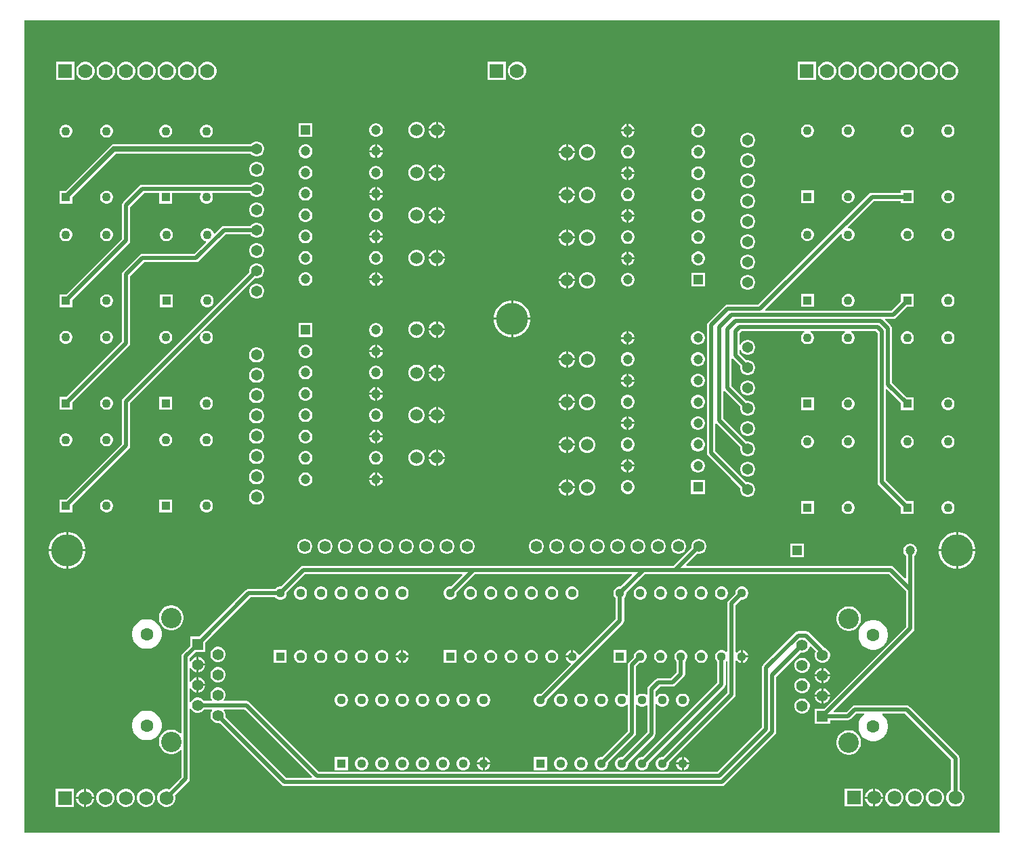
<source format=gbr>
G04*
G04 #@! TF.GenerationSoftware,Altium Limited,Altium Designer,23.7.1 (13)*
G04*
G04 Layer_Physical_Order=2*
G04 Layer_Color=36540*
%FSLAX44Y44*%
%MOMM*%
G71*
G04*
G04 #@! TF.SameCoordinates,993E3EBF-5B04-44D9-8844-29F8BC13507E*
G04*
G04*
G04 #@! TF.FilePolarity,Positive*
G04*
G01*
G75*
%ADD31C,0.5080*%
%ADD32C,0.6350*%
%ADD35C,1.1300*%
%ADD36R,1.1300X1.1300*%
%ADD37C,1.6000*%
%ADD38C,2.5500*%
%ADD39C,1.4000*%
%ADD40R,1.4000X1.4000*%
%ADD41C,4.0000*%
%ADD42C,1.3650*%
%ADD43R,1.2000X1.2000*%
%ADD44C,1.2000*%
%ADD45R,1.7250X1.7250*%
%ADD46C,1.7250*%
%ADD47C,1.5240*%
%ADD48R,1.1000X1.1000*%
%ADD49C,1.1000*%
%ADD50C,1.7780*%
%ADD51R,1.7780X1.7780*%
%ADD52C,1.3970*%
G36*
X1473200Y254000D02*
X254000D01*
Y1270000D01*
X1473200D01*
Y254000D01*
D02*
G37*
%LPC*%
G36*
X871404Y1218344D02*
X868395D01*
X865488Y1217566D01*
X862881Y1216061D01*
X860753Y1213933D01*
X859249Y1211326D01*
X858470Y1208419D01*
Y1205410D01*
X859249Y1202503D01*
X860753Y1199896D01*
X862881Y1197768D01*
X865488Y1196264D01*
X868395Y1195484D01*
X871404D01*
X874312Y1196264D01*
X876918Y1197768D01*
X879046Y1199896D01*
X880551Y1202503D01*
X881330Y1205410D01*
Y1208419D01*
X880551Y1211326D01*
X879046Y1213933D01*
X876918Y1216061D01*
X874312Y1217566D01*
X871404Y1218344D01*
D02*
G37*
G36*
X855930D02*
X833070D01*
Y1195484D01*
X855930D01*
Y1218344D01*
D02*
G37*
G36*
X1411205Y1217930D02*
X1408195D01*
X1405288Y1217151D01*
X1402682Y1215646D01*
X1400554Y1213518D01*
X1399049Y1210912D01*
X1398270Y1208005D01*
Y1204995D01*
X1399049Y1202088D01*
X1400554Y1199482D01*
X1402682Y1197354D01*
X1405288Y1195849D01*
X1408195Y1195070D01*
X1411205D01*
X1414112Y1195849D01*
X1416718Y1197354D01*
X1418846Y1199482D01*
X1420351Y1202088D01*
X1421130Y1204995D01*
Y1208005D01*
X1420351Y1210912D01*
X1418846Y1213518D01*
X1416718Y1215646D01*
X1414112Y1217151D01*
X1411205Y1217930D01*
D02*
G37*
G36*
X1385805D02*
X1382795D01*
X1379888Y1217151D01*
X1377282Y1215646D01*
X1375154Y1213518D01*
X1373649Y1210912D01*
X1372870Y1208005D01*
Y1204995D01*
X1373649Y1202088D01*
X1375154Y1199482D01*
X1377282Y1197354D01*
X1379888Y1195849D01*
X1382795Y1195070D01*
X1385805D01*
X1388712Y1195849D01*
X1391318Y1197354D01*
X1393446Y1199482D01*
X1394951Y1202088D01*
X1395730Y1204995D01*
Y1208005D01*
X1394951Y1210912D01*
X1393446Y1213518D01*
X1391318Y1215646D01*
X1388712Y1217151D01*
X1385805Y1217930D01*
D02*
G37*
G36*
X1360405D02*
X1357395D01*
X1354488Y1217151D01*
X1351882Y1215646D01*
X1349754Y1213518D01*
X1348249Y1210912D01*
X1347470Y1208005D01*
Y1204995D01*
X1348249Y1202088D01*
X1349754Y1199482D01*
X1351882Y1197354D01*
X1354488Y1195849D01*
X1357395Y1195070D01*
X1360405D01*
X1363312Y1195849D01*
X1365918Y1197354D01*
X1368046Y1199482D01*
X1369551Y1202088D01*
X1370330Y1204995D01*
Y1208005D01*
X1369551Y1210912D01*
X1368046Y1213518D01*
X1365918Y1215646D01*
X1363312Y1217151D01*
X1360405Y1217930D01*
D02*
G37*
G36*
X1335005D02*
X1331995D01*
X1329088Y1217151D01*
X1326482Y1215646D01*
X1324354Y1213518D01*
X1322849Y1210912D01*
X1322070Y1208005D01*
Y1204995D01*
X1322849Y1202088D01*
X1324354Y1199482D01*
X1326482Y1197354D01*
X1329088Y1195849D01*
X1331995Y1195070D01*
X1335005D01*
X1337912Y1195849D01*
X1340518Y1197354D01*
X1342646Y1199482D01*
X1344151Y1202088D01*
X1344930Y1204995D01*
Y1208005D01*
X1344151Y1210912D01*
X1342646Y1213518D01*
X1340518Y1215646D01*
X1337912Y1217151D01*
X1335005Y1217930D01*
D02*
G37*
G36*
X1309605D02*
X1306595D01*
X1303688Y1217151D01*
X1301082Y1215646D01*
X1298954Y1213518D01*
X1297449Y1210912D01*
X1296670Y1208005D01*
Y1204995D01*
X1297449Y1202088D01*
X1298954Y1199482D01*
X1301082Y1197354D01*
X1303688Y1195849D01*
X1306595Y1195070D01*
X1309605D01*
X1312512Y1195849D01*
X1315118Y1197354D01*
X1317246Y1199482D01*
X1318751Y1202088D01*
X1319530Y1204995D01*
Y1208005D01*
X1318751Y1210912D01*
X1317246Y1213518D01*
X1315118Y1215646D01*
X1312512Y1217151D01*
X1309605Y1217930D01*
D02*
G37*
G36*
X1284205D02*
X1281195D01*
X1278288Y1217151D01*
X1275682Y1215646D01*
X1273554Y1213518D01*
X1272049Y1210912D01*
X1271270Y1208005D01*
Y1204995D01*
X1272049Y1202088D01*
X1273554Y1199482D01*
X1275682Y1197354D01*
X1278288Y1195849D01*
X1281195Y1195070D01*
X1284205D01*
X1287112Y1195849D01*
X1289718Y1197354D01*
X1291846Y1199482D01*
X1293351Y1202088D01*
X1294130Y1204995D01*
Y1208005D01*
X1293351Y1210912D01*
X1291846Y1213518D01*
X1289718Y1215646D01*
X1287112Y1217151D01*
X1284205Y1217930D01*
D02*
G37*
G36*
X1258805D02*
X1255795D01*
X1252888Y1217151D01*
X1250282Y1215646D01*
X1248154Y1213518D01*
X1246649Y1210912D01*
X1245870Y1208005D01*
Y1204995D01*
X1246649Y1202088D01*
X1248154Y1199482D01*
X1250282Y1197354D01*
X1252888Y1195849D01*
X1255795Y1195070D01*
X1258805D01*
X1261712Y1195849D01*
X1264318Y1197354D01*
X1266446Y1199482D01*
X1267951Y1202088D01*
X1268730Y1204995D01*
Y1208005D01*
X1267951Y1210912D01*
X1266446Y1213518D01*
X1264318Y1215646D01*
X1261712Y1217151D01*
X1258805Y1217930D01*
D02*
G37*
G36*
X1243330D02*
X1220470D01*
Y1195070D01*
X1243330D01*
Y1217930D01*
D02*
G37*
G36*
X484105D02*
X481095D01*
X478188Y1217151D01*
X475582Y1215646D01*
X473454Y1213518D01*
X471949Y1210912D01*
X471170Y1208005D01*
Y1204995D01*
X471949Y1202088D01*
X473454Y1199482D01*
X475582Y1197354D01*
X478188Y1195849D01*
X481095Y1195070D01*
X484105D01*
X487012Y1195849D01*
X489618Y1197354D01*
X491746Y1199482D01*
X493251Y1202088D01*
X494030Y1204995D01*
Y1208005D01*
X493251Y1210912D01*
X491746Y1213518D01*
X489618Y1215646D01*
X487012Y1217151D01*
X484105Y1217930D01*
D02*
G37*
G36*
X458705D02*
X455695D01*
X452788Y1217151D01*
X450182Y1215646D01*
X448054Y1213518D01*
X446549Y1210912D01*
X445770Y1208005D01*
Y1204995D01*
X446549Y1202088D01*
X448054Y1199482D01*
X450182Y1197354D01*
X452788Y1195849D01*
X455695Y1195070D01*
X458705D01*
X461612Y1195849D01*
X464218Y1197354D01*
X466346Y1199482D01*
X467851Y1202088D01*
X468630Y1204995D01*
Y1208005D01*
X467851Y1210912D01*
X466346Y1213518D01*
X464218Y1215646D01*
X461612Y1217151D01*
X458705Y1217930D01*
D02*
G37*
G36*
X433305D02*
X430295D01*
X427388Y1217151D01*
X424782Y1215646D01*
X422654Y1213518D01*
X421149Y1210912D01*
X420370Y1208005D01*
Y1204995D01*
X421149Y1202088D01*
X422654Y1199482D01*
X424782Y1197354D01*
X427388Y1195849D01*
X430295Y1195070D01*
X433305D01*
X436212Y1195849D01*
X438818Y1197354D01*
X440946Y1199482D01*
X442451Y1202088D01*
X443230Y1204995D01*
Y1208005D01*
X442451Y1210912D01*
X440946Y1213518D01*
X438818Y1215646D01*
X436212Y1217151D01*
X433305Y1217930D01*
D02*
G37*
G36*
X407905D02*
X404895D01*
X401988Y1217151D01*
X399382Y1215646D01*
X397254Y1213518D01*
X395749Y1210912D01*
X394970Y1208005D01*
Y1204995D01*
X395749Y1202088D01*
X397254Y1199482D01*
X399382Y1197354D01*
X401988Y1195849D01*
X404895Y1195070D01*
X407905D01*
X410812Y1195849D01*
X413418Y1197354D01*
X415546Y1199482D01*
X417051Y1202088D01*
X417830Y1204995D01*
Y1208005D01*
X417051Y1210912D01*
X415546Y1213518D01*
X413418Y1215646D01*
X410812Y1217151D01*
X407905Y1217930D01*
D02*
G37*
G36*
X382505D02*
X379495D01*
X376588Y1217151D01*
X373982Y1215646D01*
X371854Y1213518D01*
X370349Y1210912D01*
X369570Y1208005D01*
Y1204995D01*
X370349Y1202088D01*
X371854Y1199482D01*
X373982Y1197354D01*
X376588Y1195849D01*
X379495Y1195070D01*
X382505D01*
X385412Y1195849D01*
X388018Y1197354D01*
X390146Y1199482D01*
X391651Y1202088D01*
X392430Y1204995D01*
Y1208005D01*
X391651Y1210912D01*
X390146Y1213518D01*
X388018Y1215646D01*
X385412Y1217151D01*
X382505Y1217930D01*
D02*
G37*
G36*
X357105D02*
X354095D01*
X351188Y1217151D01*
X348582Y1215646D01*
X346454Y1213518D01*
X344949Y1210912D01*
X344170Y1208005D01*
Y1204995D01*
X344949Y1202088D01*
X346454Y1199482D01*
X348582Y1197354D01*
X351188Y1195849D01*
X354095Y1195070D01*
X357105D01*
X360012Y1195849D01*
X362618Y1197354D01*
X364746Y1199482D01*
X366251Y1202088D01*
X367030Y1204995D01*
Y1208005D01*
X366251Y1210912D01*
X364746Y1213518D01*
X362618Y1215646D01*
X360012Y1217151D01*
X357105Y1217930D01*
D02*
G37*
G36*
X331705D02*
X328695D01*
X325788Y1217151D01*
X323182Y1215646D01*
X321054Y1213518D01*
X319549Y1210912D01*
X318770Y1208005D01*
Y1204995D01*
X319549Y1202088D01*
X321054Y1199482D01*
X323182Y1197354D01*
X325788Y1195849D01*
X328695Y1195070D01*
X331705D01*
X334612Y1195849D01*
X337218Y1197354D01*
X339346Y1199482D01*
X340851Y1202088D01*
X341630Y1204995D01*
Y1208005D01*
X340851Y1210912D01*
X339346Y1213518D01*
X337218Y1215646D01*
X334612Y1217151D01*
X331705Y1217930D01*
D02*
G37*
G36*
X316230D02*
X293370D01*
Y1195070D01*
X316230D01*
Y1217930D01*
D02*
G37*
G36*
X770958Y1143000D02*
X770890D01*
Y1134110D01*
X779780D01*
Y1134178D01*
X779088Y1136762D01*
X777750Y1139078D01*
X775858Y1140970D01*
X773542Y1142308D01*
X770958Y1143000D01*
D02*
G37*
G36*
X768350D02*
X768282D01*
X765698Y1142308D01*
X763382Y1140970D01*
X761490Y1139078D01*
X760152Y1136762D01*
X759460Y1134178D01*
Y1134110D01*
X768350D01*
Y1143000D01*
D02*
G37*
G36*
X1009572Y1140729D02*
Y1133498D01*
X1016803D01*
X1016260Y1135524D01*
X1015135Y1137471D01*
X1013545Y1139062D01*
X1011598Y1140186D01*
X1009572Y1140729D01*
D02*
G37*
G36*
X1007032D02*
X1005005Y1140186D01*
X1003058Y1139062D01*
X1001468Y1137471D01*
X1000344Y1135524D01*
X999801Y1133498D01*
X1007032D01*
Y1140729D01*
D02*
G37*
G36*
X694644Y1141406D02*
X692395D01*
X690223Y1140824D01*
X688276Y1139700D01*
X686686Y1138110D01*
X685562Y1136162D01*
X684980Y1133990D01*
Y1131742D01*
X685562Y1129570D01*
X686686Y1127622D01*
X688276Y1126032D01*
X690223Y1124908D01*
X692395Y1124326D01*
X694644D01*
X696816Y1124908D01*
X698763Y1126032D01*
X700353Y1127622D01*
X701478Y1129570D01*
X702060Y1131742D01*
Y1133990D01*
X701478Y1136162D01*
X700353Y1138110D01*
X698763Y1139700D01*
X696816Y1140824D01*
X694644Y1141406D01*
D02*
G37*
G36*
X614059D02*
X596979D01*
Y1124326D01*
X614059D01*
Y1141406D01*
D02*
G37*
G36*
X1409828Y1139851D02*
X1407711D01*
X1405667Y1139303D01*
X1403833Y1138245D01*
X1402336Y1136748D01*
X1401278Y1134915D01*
X1400730Y1132870D01*
Y1130753D01*
X1401278Y1128708D01*
X1402336Y1126875D01*
X1403833Y1125378D01*
X1405667Y1124319D01*
X1407711Y1123771D01*
X1409828D01*
X1411873Y1124319D01*
X1413707Y1125378D01*
X1415203Y1126875D01*
X1416262Y1128708D01*
X1416810Y1130753D01*
Y1132870D01*
X1416262Y1134915D01*
X1415203Y1136748D01*
X1413707Y1138245D01*
X1411873Y1139303D01*
X1409828Y1139851D01*
D02*
G37*
G36*
X1358829D02*
X1356712D01*
X1354667Y1139303D01*
X1352834Y1138245D01*
X1351337Y1136748D01*
X1350278Y1134915D01*
X1349730Y1132870D01*
Y1130753D01*
X1350278Y1128708D01*
X1351337Y1126875D01*
X1352834Y1125378D01*
X1354667Y1124319D01*
X1356712Y1123771D01*
X1358829D01*
X1360874Y1124319D01*
X1362707Y1125378D01*
X1364204Y1126875D01*
X1365262Y1128708D01*
X1365810Y1130753D01*
Y1132870D01*
X1365262Y1134915D01*
X1364204Y1136748D01*
X1362707Y1138245D01*
X1360874Y1139303D01*
X1358829Y1139851D01*
D02*
G37*
G36*
X1284889D02*
X1282772D01*
X1280727Y1139303D01*
X1278894Y1138245D01*
X1277397Y1136748D01*
X1276338Y1134915D01*
X1275790Y1132870D01*
Y1130753D01*
X1276338Y1128708D01*
X1277397Y1126875D01*
X1278894Y1125378D01*
X1280727Y1124319D01*
X1282772Y1123771D01*
X1284889D01*
X1286934Y1124319D01*
X1288767Y1125378D01*
X1290264Y1126875D01*
X1291322Y1128708D01*
X1291870Y1130753D01*
Y1132870D01*
X1291322Y1134915D01*
X1290264Y1136748D01*
X1288767Y1138245D01*
X1286934Y1139303D01*
X1284889Y1139851D01*
D02*
G37*
G36*
X1233889D02*
X1231772D01*
X1229727Y1139303D01*
X1227894Y1138245D01*
X1226397Y1136748D01*
X1225338Y1134915D01*
X1224790Y1132870D01*
Y1130753D01*
X1225338Y1128708D01*
X1226397Y1126875D01*
X1227894Y1125378D01*
X1229727Y1124319D01*
X1231772Y1123771D01*
X1233889D01*
X1235934Y1124319D01*
X1237767Y1125378D01*
X1239264Y1126875D01*
X1240322Y1128708D01*
X1240870Y1130753D01*
Y1132870D01*
X1240322Y1134915D01*
X1239264Y1136748D01*
X1237767Y1138245D01*
X1235934Y1139303D01*
X1233889Y1139851D01*
D02*
G37*
G36*
X1016803Y1130958D02*
X1009572D01*
Y1123727D01*
X1011598Y1124270D01*
X1013545Y1125394D01*
X1015135Y1126984D01*
X1016260Y1128932D01*
X1016803Y1130958D01*
D02*
G37*
G36*
X1007032D02*
X999801D01*
X1000344Y1128932D01*
X1001468Y1126984D01*
X1003058Y1125394D01*
X1005005Y1124270D01*
X1007032Y1123727D01*
Y1130958D01*
D02*
G37*
G36*
X1097426Y1140768D02*
X1095177D01*
X1093005Y1140186D01*
X1091058Y1139062D01*
X1089468Y1137471D01*
X1088344Y1135524D01*
X1087762Y1133352D01*
Y1131104D01*
X1088344Y1128932D01*
X1089468Y1126984D01*
X1091058Y1125394D01*
X1093005Y1124270D01*
X1095177Y1123688D01*
X1097426D01*
X1099598Y1124270D01*
X1101545Y1125394D01*
X1103135Y1126984D01*
X1104260Y1128932D01*
X1104842Y1131104D01*
Y1133352D01*
X1104260Y1135524D01*
X1103135Y1137471D01*
X1101545Y1139062D01*
X1099598Y1140186D01*
X1097426Y1140768D01*
D02*
G37*
G36*
X482728Y1139405D02*
X480611D01*
X478567Y1138857D01*
X476733Y1137799D01*
X475236Y1136302D01*
X474178Y1134469D01*
X473630Y1132424D01*
Y1130307D01*
X474178Y1128262D01*
X475236Y1126429D01*
X476733Y1124932D01*
X478567Y1123873D01*
X480611Y1123325D01*
X482728D01*
X484773Y1123873D01*
X486606Y1124932D01*
X488103Y1126429D01*
X489162Y1128262D01*
X489710Y1130307D01*
Y1132424D01*
X489162Y1134469D01*
X488103Y1136302D01*
X486606Y1137799D01*
X484773Y1138857D01*
X482728Y1139405D01*
D02*
G37*
G36*
X431729D02*
X429612D01*
X427567Y1138857D01*
X425733Y1137799D01*
X424237Y1136302D01*
X423178Y1134469D01*
X422630Y1132424D01*
Y1130307D01*
X423178Y1128262D01*
X424237Y1126429D01*
X425733Y1124932D01*
X427567Y1123873D01*
X429612Y1123325D01*
X431729D01*
X433773Y1123873D01*
X435607Y1124932D01*
X437104Y1126429D01*
X438162Y1128262D01*
X438710Y1130307D01*
Y1132424D01*
X438162Y1134469D01*
X437104Y1136302D01*
X435607Y1137799D01*
X433773Y1138857D01*
X431729Y1139405D01*
D02*
G37*
G36*
X357789D02*
X355672D01*
X353627Y1138857D01*
X351794Y1137799D01*
X350297Y1136302D01*
X349238Y1134469D01*
X348690Y1132424D01*
Y1130307D01*
X349238Y1128262D01*
X350297Y1126429D01*
X351794Y1124932D01*
X353627Y1123873D01*
X355672Y1123325D01*
X357789D01*
X359834Y1123873D01*
X361667Y1124932D01*
X363164Y1126429D01*
X364222Y1128262D01*
X364770Y1130307D01*
Y1132424D01*
X364222Y1134469D01*
X363164Y1136302D01*
X361667Y1137799D01*
X359834Y1138857D01*
X357789Y1139405D01*
D02*
G37*
G36*
X306789D02*
X304672D01*
X302627Y1138857D01*
X300793Y1137799D01*
X299297Y1136302D01*
X298238Y1134469D01*
X297690Y1132424D01*
Y1130307D01*
X298238Y1128262D01*
X299297Y1126429D01*
X300793Y1124932D01*
X302627Y1123873D01*
X304672Y1123325D01*
X306789D01*
X308834Y1123873D01*
X310667Y1124932D01*
X312164Y1126429D01*
X313222Y1128262D01*
X313770Y1130307D01*
Y1132424D01*
X313222Y1134469D01*
X312164Y1136302D01*
X310667Y1137799D01*
X308834Y1138857D01*
X306789Y1139405D01*
D02*
G37*
G36*
X779780Y1131570D02*
X770890D01*
Y1122680D01*
X770958D01*
X773542Y1123372D01*
X775858Y1124710D01*
X777750Y1126602D01*
X779088Y1128918D01*
X779780Y1131502D01*
Y1131570D01*
D02*
G37*
G36*
X768350D02*
X759460D01*
Y1131502D01*
X760152Y1128918D01*
X761490Y1126602D01*
X763382Y1124710D01*
X765698Y1123372D01*
X768282Y1122680D01*
X768350D01*
Y1131570D01*
D02*
G37*
G36*
X745558Y1143000D02*
X742882D01*
X740298Y1142308D01*
X737982Y1140970D01*
X736090Y1139078D01*
X734752Y1136762D01*
X734060Y1134178D01*
Y1131502D01*
X734752Y1128918D01*
X736090Y1126602D01*
X737982Y1124710D01*
X740298Y1123372D01*
X742882Y1122680D01*
X745558D01*
X748142Y1123372D01*
X750458Y1124710D01*
X752350Y1126602D01*
X753688Y1128918D01*
X754380Y1131502D01*
Y1134178D01*
X753688Y1136762D01*
X752350Y1139078D01*
X750458Y1140970D01*
X748142Y1142308D01*
X745558Y1143000D01*
D02*
G37*
G36*
X1159473Y1129505D02*
X1157007D01*
X1154625Y1128867D01*
X1152490Y1127634D01*
X1150746Y1125890D01*
X1149513Y1123755D01*
X1148875Y1121373D01*
Y1118907D01*
X1149513Y1116525D01*
X1150746Y1114390D01*
X1152490Y1112646D01*
X1154625Y1111413D01*
X1157007Y1110775D01*
X1159473D01*
X1161855Y1111413D01*
X1163990Y1112646D01*
X1165734Y1114390D01*
X1166967Y1116525D01*
X1167605Y1118907D01*
Y1121373D01*
X1166967Y1123755D01*
X1165734Y1125890D01*
X1163990Y1127634D01*
X1161855Y1128867D01*
X1159473Y1129505D01*
D02*
G37*
G36*
X694790Y1114707D02*
Y1107476D01*
X702020D01*
X701478Y1109502D01*
X700353Y1111450D01*
X698763Y1113040D01*
X696816Y1114164D01*
X694790Y1114707D01*
D02*
G37*
G36*
X692250D02*
X690223Y1114164D01*
X688276Y1113040D01*
X686686Y1111450D01*
X685562Y1109502D01*
X685019Y1107476D01*
X692250D01*
Y1114707D01*
D02*
G37*
G36*
X933518Y1115060D02*
X933450D01*
Y1106170D01*
X942340D01*
Y1106238D01*
X941648Y1108822D01*
X940310Y1111138D01*
X938418Y1113030D01*
X936102Y1114368D01*
X933518Y1115060D01*
D02*
G37*
G36*
X930910D02*
X930842D01*
X928258Y1114368D01*
X925942Y1113030D01*
X924050Y1111138D01*
X922712Y1108822D01*
X922020Y1106238D01*
Y1106170D01*
X930910D01*
Y1115060D01*
D02*
G37*
G36*
X545534Y1118630D02*
X543068D01*
X540686Y1117992D01*
X538550Y1116759D01*
X536884Y1115092D01*
X366130D01*
X363900Y1114649D01*
X362010Y1113385D01*
X305530Y1056905D01*
X297690D01*
Y1040825D01*
X313770D01*
Y1048664D01*
X368544Y1103438D01*
X536884D01*
X538550Y1101771D01*
X540686Y1100538D01*
X543068Y1099900D01*
X545534D01*
X547915Y1100538D01*
X550051Y1101771D01*
X551795Y1103515D01*
X553027Y1105650D01*
X553666Y1108032D01*
Y1110498D01*
X553027Y1112880D01*
X551795Y1115015D01*
X550051Y1116759D01*
X547915Y1117992D01*
X545534Y1118630D01*
D02*
G37*
G36*
X702020Y1104936D02*
X694790D01*
Y1097705D01*
X696816Y1098248D01*
X698763Y1099372D01*
X700353Y1100962D01*
X701478Y1102910D01*
X702020Y1104936D01*
D02*
G37*
G36*
X692250D02*
X685019D01*
X685562Y1102910D01*
X686686Y1100962D01*
X688276Y1099372D01*
X690223Y1098248D01*
X692250Y1097705D01*
Y1104936D01*
D02*
G37*
G36*
X606643Y1114746D02*
X604395D01*
X602223Y1114164D01*
X600276Y1113040D01*
X598685Y1111450D01*
X597561Y1109502D01*
X596979Y1107330D01*
Y1105082D01*
X597561Y1102910D01*
X598685Y1100962D01*
X600276Y1099372D01*
X602223Y1098248D01*
X604395Y1097666D01*
X606643D01*
X608815Y1098248D01*
X610763Y1099372D01*
X612353Y1100962D01*
X613477Y1102910D01*
X614059Y1105082D01*
Y1107330D01*
X613477Y1109502D01*
X612353Y1111450D01*
X610763Y1113040D01*
X608815Y1114164D01*
X606643Y1114746D01*
D02*
G37*
G36*
X1097426Y1114108D02*
X1095177D01*
X1093005Y1113526D01*
X1091058Y1112402D01*
X1089468Y1110812D01*
X1088344Y1108864D01*
X1087762Y1106692D01*
Y1104444D01*
X1088344Y1102272D01*
X1089468Y1100324D01*
X1091058Y1098734D01*
X1093005Y1097610D01*
X1095177Y1097028D01*
X1097426D01*
X1099598Y1097610D01*
X1101545Y1098734D01*
X1103135Y1100324D01*
X1104260Y1102272D01*
X1104842Y1104444D01*
Y1106692D01*
X1104260Y1108864D01*
X1103135Y1110812D01*
X1101545Y1112402D01*
X1099598Y1113526D01*
X1097426Y1114108D01*
D02*
G37*
G36*
X1009426D02*
X1007178D01*
X1005005Y1113526D01*
X1003058Y1112402D01*
X1001468Y1110812D01*
X1000344Y1108864D01*
X999762Y1106692D01*
Y1104444D01*
X1000344Y1102272D01*
X1001468Y1100324D01*
X1003058Y1098734D01*
X1005005Y1097610D01*
X1007178Y1097028D01*
X1009426D01*
X1011598Y1097610D01*
X1013545Y1098734D01*
X1015135Y1100324D01*
X1016260Y1102272D01*
X1016842Y1104444D01*
Y1106692D01*
X1016260Y1108864D01*
X1015135Y1110812D01*
X1013545Y1112402D01*
X1011598Y1113526D01*
X1009426Y1114108D01*
D02*
G37*
G36*
X958918Y1115060D02*
X956242D01*
X953658Y1114368D01*
X951342Y1113030D01*
X949450Y1111138D01*
X948112Y1108822D01*
X947420Y1106238D01*
Y1103562D01*
X948112Y1100978D01*
X949450Y1098662D01*
X951342Y1096770D01*
X953658Y1095432D01*
X956242Y1094740D01*
X958918D01*
X961502Y1095432D01*
X963818Y1096770D01*
X965710Y1098662D01*
X967048Y1100978D01*
X967740Y1103562D01*
Y1106238D01*
X967048Y1108822D01*
X965710Y1111138D01*
X963818Y1113030D01*
X961502Y1114368D01*
X958918Y1115060D01*
D02*
G37*
G36*
X942340Y1103630D02*
X933450D01*
Y1094740D01*
X933518D01*
X936102Y1095432D01*
X938418Y1096770D01*
X940310Y1098662D01*
X941648Y1100978D01*
X942340Y1103562D01*
Y1103630D01*
D02*
G37*
G36*
X930910D02*
X922020D01*
Y1103562D01*
X922712Y1100978D01*
X924050Y1098662D01*
X925942Y1096770D01*
X928258Y1095432D01*
X930842Y1094740D01*
X930910D01*
Y1103630D01*
D02*
G37*
G36*
X1159473Y1104105D02*
X1157007D01*
X1154625Y1103467D01*
X1152490Y1102234D01*
X1150746Y1100490D01*
X1149513Y1098355D01*
X1148875Y1095973D01*
Y1093507D01*
X1149513Y1091125D01*
X1150746Y1088990D01*
X1152490Y1087246D01*
X1154625Y1086013D01*
X1157007Y1085375D01*
X1159473D01*
X1161855Y1086013D01*
X1163990Y1087246D01*
X1165734Y1088990D01*
X1166967Y1091125D01*
X1167605Y1093507D01*
Y1095973D01*
X1166967Y1098355D01*
X1165734Y1100490D01*
X1163990Y1102234D01*
X1161855Y1103467D01*
X1159473Y1104105D01*
D02*
G37*
G36*
X770958Y1089660D02*
X770890D01*
Y1080770D01*
X779780D01*
Y1080838D01*
X779088Y1083422D01*
X777750Y1085738D01*
X775858Y1087630D01*
X773542Y1088968D01*
X770958Y1089660D01*
D02*
G37*
G36*
X768350D02*
X768282D01*
X765698Y1088968D01*
X763382Y1087630D01*
X761490Y1085738D01*
X760152Y1083422D01*
X759460Y1080838D01*
Y1080770D01*
X768350D01*
Y1089660D01*
D02*
G37*
G36*
X1009572Y1087429D02*
Y1080198D01*
X1016803D01*
X1016260Y1082224D01*
X1015135Y1084172D01*
X1013545Y1085762D01*
X1011598Y1086886D01*
X1009572Y1087429D01*
D02*
G37*
G36*
X1007032D02*
X1005005Y1086886D01*
X1003058Y1085762D01*
X1001468Y1084172D01*
X1000344Y1082224D01*
X999801Y1080198D01*
X1007032D01*
Y1087429D01*
D02*
G37*
G36*
X545534Y1093230D02*
X543068D01*
X540686Y1092592D01*
X538550Y1091359D01*
X536807Y1089615D01*
X535574Y1087480D01*
X534936Y1085098D01*
Y1082632D01*
X535574Y1080250D01*
X536807Y1078115D01*
X538550Y1076371D01*
X540686Y1075138D01*
X543068Y1074500D01*
X545534D01*
X547915Y1075138D01*
X550051Y1076371D01*
X551795Y1078115D01*
X553027Y1080250D01*
X553666Y1082632D01*
Y1085098D01*
X553027Y1087480D01*
X551795Y1089615D01*
X550051Y1091359D01*
X547915Y1092592D01*
X545534Y1093230D01*
D02*
G37*
G36*
X694644Y1088106D02*
X692395D01*
X690223Y1087524D01*
X688276Y1086400D01*
X686686Y1084810D01*
X685562Y1082862D01*
X684980Y1080690D01*
Y1078442D01*
X685562Y1076270D01*
X686686Y1074322D01*
X688276Y1072732D01*
X690223Y1071608D01*
X692395Y1071026D01*
X694644D01*
X696816Y1071608D01*
X698763Y1072732D01*
X700353Y1074322D01*
X701478Y1076270D01*
X702060Y1078442D01*
Y1080690D01*
X701478Y1082862D01*
X700353Y1084810D01*
X698763Y1086400D01*
X696816Y1087524D01*
X694644Y1088106D01*
D02*
G37*
G36*
X606643D02*
X604395D01*
X602223Y1087524D01*
X600276Y1086400D01*
X598685Y1084810D01*
X597561Y1082862D01*
X596979Y1080690D01*
Y1078442D01*
X597561Y1076270D01*
X598685Y1074322D01*
X600276Y1072732D01*
X602223Y1071608D01*
X604395Y1071026D01*
X606643D01*
X608815Y1071608D01*
X610763Y1072732D01*
X612353Y1074322D01*
X613477Y1076270D01*
X614059Y1078442D01*
Y1080690D01*
X613477Y1082862D01*
X612353Y1084810D01*
X610763Y1086400D01*
X608815Y1087524D01*
X606643Y1088106D01*
D02*
G37*
G36*
X1016803Y1077658D02*
X1009572D01*
Y1070427D01*
X1011598Y1070970D01*
X1013545Y1072094D01*
X1015135Y1073684D01*
X1016260Y1075632D01*
X1016803Y1077658D01*
D02*
G37*
G36*
X1007032D02*
X999801D01*
X1000344Y1075632D01*
X1001468Y1073684D01*
X1003058Y1072094D01*
X1005005Y1070970D01*
X1007032Y1070427D01*
Y1077658D01*
D02*
G37*
G36*
X1097426Y1087468D02*
X1095177D01*
X1093005Y1086886D01*
X1091058Y1085762D01*
X1089468Y1084172D01*
X1088344Y1082224D01*
X1087762Y1080052D01*
Y1077804D01*
X1088344Y1075632D01*
X1089468Y1073684D01*
X1091058Y1072094D01*
X1093005Y1070970D01*
X1095177Y1070388D01*
X1097426D01*
X1099598Y1070970D01*
X1101545Y1072094D01*
X1103135Y1073684D01*
X1104260Y1075632D01*
X1104842Y1077804D01*
Y1080052D01*
X1104260Y1082224D01*
X1103135Y1084172D01*
X1101545Y1085762D01*
X1099598Y1086886D01*
X1097426Y1087468D01*
D02*
G37*
G36*
X779780Y1078230D02*
X770890D01*
Y1069340D01*
X770958D01*
X773542Y1070032D01*
X775858Y1071370D01*
X777750Y1073262D01*
X779088Y1075578D01*
X779780Y1078162D01*
Y1078230D01*
D02*
G37*
G36*
X768350D02*
X759460D01*
Y1078162D01*
X760152Y1075578D01*
X761490Y1073262D01*
X763382Y1071370D01*
X765698Y1070032D01*
X768282Y1069340D01*
X768350D01*
Y1078230D01*
D02*
G37*
G36*
X745558Y1089660D02*
X742882D01*
X740298Y1088968D01*
X737982Y1087630D01*
X736090Y1085738D01*
X734752Y1083422D01*
X734060Y1080838D01*
Y1078162D01*
X734752Y1075578D01*
X736090Y1073262D01*
X737982Y1071370D01*
X740298Y1070032D01*
X742882Y1069340D01*
X745558D01*
X748142Y1070032D01*
X750458Y1071370D01*
X752350Y1073262D01*
X753688Y1075578D01*
X754380Y1078162D01*
Y1080838D01*
X753688Y1083422D01*
X752350Y1085738D01*
X750458Y1087630D01*
X748142Y1088968D01*
X745558Y1089660D01*
D02*
G37*
G36*
X1159473Y1078705D02*
X1157007D01*
X1154625Y1078067D01*
X1152490Y1076834D01*
X1150746Y1075090D01*
X1149513Y1072955D01*
X1148875Y1070573D01*
Y1068107D01*
X1149513Y1065725D01*
X1150746Y1063590D01*
X1152490Y1061846D01*
X1154625Y1060613D01*
X1157007Y1059975D01*
X1159473D01*
X1161855Y1060613D01*
X1163990Y1061846D01*
X1165734Y1063590D01*
X1166967Y1065725D01*
X1167605Y1068107D01*
Y1070573D01*
X1166967Y1072955D01*
X1165734Y1075090D01*
X1163990Y1076834D01*
X1161855Y1078067D01*
X1159473Y1078705D01*
D02*
G37*
G36*
X694790Y1061407D02*
Y1054176D01*
X702020D01*
X701478Y1056202D01*
X700353Y1058150D01*
X698763Y1059740D01*
X696816Y1060864D01*
X694790Y1061407D01*
D02*
G37*
G36*
X692250D02*
X690223Y1060864D01*
X688276Y1059740D01*
X686686Y1058150D01*
X685562Y1056202D01*
X685019Y1054176D01*
X692250D01*
Y1061407D01*
D02*
G37*
G36*
X933518Y1061720D02*
X933450D01*
Y1052830D01*
X942340D01*
Y1052898D01*
X941648Y1055482D01*
X940310Y1057798D01*
X938418Y1059690D01*
X936102Y1061028D01*
X933518Y1061720D01*
D02*
G37*
G36*
X930910D02*
X930842D01*
X928258Y1061028D01*
X925942Y1059690D01*
X924050Y1057798D01*
X922712Y1055482D01*
X922020Y1052898D01*
Y1052830D01*
X930910D01*
Y1061720D01*
D02*
G37*
G36*
X545534Y1067830D02*
X543068D01*
X540686Y1067192D01*
X538550Y1065959D01*
X537216Y1064625D01*
X401585D01*
X399603Y1064230D01*
X397923Y1063108D01*
X377337Y1042523D01*
X376215Y1040842D01*
X375821Y1038860D01*
Y996740D01*
X306445Y927365D01*
X297690D01*
Y911285D01*
X313770D01*
Y920040D01*
X384663Y990932D01*
X385785Y992613D01*
X386180Y994595D01*
Y1036715D01*
X403731Y1054266D01*
X422630D01*
Y1040825D01*
X438710D01*
Y1054266D01*
X474038D01*
X474771Y1052996D01*
X474178Y1051968D01*
X473630Y1049924D01*
Y1047807D01*
X474178Y1045762D01*
X475236Y1043928D01*
X476733Y1042431D01*
X478567Y1041373D01*
X480611Y1040825D01*
X482728D01*
X484773Y1041373D01*
X486606Y1042431D01*
X488103Y1043928D01*
X489162Y1045762D01*
X489710Y1047807D01*
Y1049924D01*
X489162Y1051968D01*
X488569Y1052996D01*
X489302Y1054266D01*
X535911D01*
X536807Y1052715D01*
X538550Y1050971D01*
X540686Y1049738D01*
X543068Y1049100D01*
X545534D01*
X547915Y1049738D01*
X550051Y1050971D01*
X551795Y1052715D01*
X553027Y1054850D01*
X553666Y1057232D01*
Y1059698D01*
X553027Y1062080D01*
X551795Y1064215D01*
X550051Y1065959D01*
X547915Y1067192D01*
X545534Y1067830D01*
D02*
G37*
G36*
X702020Y1051636D02*
X694790D01*
Y1044405D01*
X696816Y1044948D01*
X698763Y1046072D01*
X700353Y1047663D01*
X701478Y1049610D01*
X702020Y1051636D01*
D02*
G37*
G36*
X692250D02*
X685019D01*
X685562Y1049610D01*
X686686Y1047663D01*
X688276Y1046072D01*
X690223Y1044948D01*
X692250Y1044405D01*
Y1051636D01*
D02*
G37*
G36*
X606643Y1061446D02*
X604395D01*
X602223Y1060864D01*
X600276Y1059740D01*
X598685Y1058150D01*
X597561Y1056202D01*
X596979Y1054031D01*
Y1051782D01*
X597561Y1049610D01*
X598685Y1047663D01*
X600276Y1046072D01*
X602223Y1044948D01*
X604395Y1044366D01*
X606643D01*
X608815Y1044948D01*
X610763Y1046072D01*
X612353Y1047663D01*
X613477Y1049610D01*
X614059Y1051782D01*
Y1054031D01*
X613477Y1056202D01*
X612353Y1058150D01*
X610763Y1059740D01*
X608815Y1060864D01*
X606643Y1061446D01*
D02*
G37*
G36*
X1097426Y1060808D02*
X1095177D01*
X1093005Y1060226D01*
X1091058Y1059101D01*
X1089468Y1057511D01*
X1088344Y1055564D01*
X1087762Y1053392D01*
Y1051143D01*
X1088344Y1048971D01*
X1089468Y1047024D01*
X1091058Y1045434D01*
X1093005Y1044310D01*
X1095177Y1043728D01*
X1097426D01*
X1099598Y1044310D01*
X1101545Y1045434D01*
X1103135Y1047024D01*
X1104260Y1048971D01*
X1104842Y1051143D01*
Y1053392D01*
X1104260Y1055564D01*
X1103135Y1057511D01*
X1101545Y1059101D01*
X1099598Y1060226D01*
X1097426Y1060808D01*
D02*
G37*
G36*
X1009426D02*
X1007178D01*
X1005005Y1060226D01*
X1003058Y1059101D01*
X1001468Y1057511D01*
X1000344Y1055564D01*
X999762Y1053392D01*
Y1051143D01*
X1000344Y1048971D01*
X1001468Y1047024D01*
X1003058Y1045434D01*
X1005005Y1044310D01*
X1007178Y1043728D01*
X1009426D01*
X1011598Y1044310D01*
X1013545Y1045434D01*
X1015135Y1047024D01*
X1016260Y1048971D01*
X1016842Y1051143D01*
Y1053392D01*
X1016260Y1055564D01*
X1015135Y1057511D01*
X1013545Y1059101D01*
X1011598Y1060226D01*
X1009426Y1060808D01*
D02*
G37*
G36*
X958918Y1061720D02*
X956242D01*
X953658Y1061028D01*
X951342Y1059690D01*
X949450Y1057798D01*
X948112Y1055482D01*
X947420Y1052898D01*
Y1050222D01*
X948112Y1047638D01*
X949450Y1045322D01*
X951342Y1043430D01*
X953658Y1042092D01*
X956242Y1041400D01*
X958918D01*
X961502Y1042092D01*
X963818Y1043430D01*
X965710Y1045322D01*
X967048Y1047638D01*
X967740Y1050222D01*
Y1052898D01*
X967048Y1055482D01*
X965710Y1057798D01*
X963818Y1059690D01*
X961502Y1061028D01*
X958918Y1061720D01*
D02*
G37*
G36*
X942340Y1050290D02*
X933450D01*
Y1041400D01*
X933518D01*
X936102Y1042092D01*
X938418Y1043430D01*
X940310Y1045322D01*
X941648Y1047638D01*
X942340Y1050222D01*
Y1050290D01*
D02*
G37*
G36*
X930910D02*
X922020D01*
Y1050222D01*
X922712Y1047638D01*
X924050Y1045322D01*
X925942Y1043430D01*
X928258Y1042092D01*
X930842Y1041400D01*
X930910D01*
Y1050290D01*
D02*
G37*
G36*
X1409828Y1057351D02*
X1407711D01*
X1405667Y1056803D01*
X1403833Y1055745D01*
X1402336Y1054248D01*
X1401278Y1052414D01*
X1400730Y1050370D01*
Y1048253D01*
X1401278Y1046208D01*
X1402336Y1044374D01*
X1403833Y1042878D01*
X1405667Y1041819D01*
X1407711Y1041271D01*
X1409828D01*
X1411873Y1041819D01*
X1413707Y1042878D01*
X1415203Y1044374D01*
X1416262Y1046208D01*
X1416810Y1048253D01*
Y1050370D01*
X1416262Y1052414D01*
X1415203Y1054248D01*
X1413707Y1055745D01*
X1411873Y1056803D01*
X1409828Y1057351D01*
D02*
G37*
G36*
X1365810D02*
X1349730D01*
Y1054491D01*
X1313821D01*
X1311838Y1054096D01*
X1310158Y1052974D01*
X1310158Y1052973D01*
X1171684Y914500D01*
X1132840D01*
X1130858Y914105D01*
X1129177Y912982D01*
X1108857Y892663D01*
X1107735Y890982D01*
X1107340Y889000D01*
Y728980D01*
X1107735Y726998D01*
X1108857Y725318D01*
X1137030Y697145D01*
X1149046Y685129D01*
X1148875Y684493D01*
Y682027D01*
X1149513Y679645D01*
X1150746Y677510D01*
X1152490Y675766D01*
X1154625Y674533D01*
X1157007Y673895D01*
X1159473D01*
X1161855Y674533D01*
X1163990Y675766D01*
X1165734Y677510D01*
X1166967Y679645D01*
X1167605Y682027D01*
Y684493D01*
X1166967Y686875D01*
X1165734Y689010D01*
X1163990Y690754D01*
X1161855Y691987D01*
X1159473Y692625D01*
X1157007D01*
X1156370Y692454D01*
X1144355Y704470D01*
X1117700Y731125D01*
Y765644D01*
X1118969Y766029D01*
X1119017Y765957D01*
X1149046Y735929D01*
X1148875Y735293D01*
Y732827D01*
X1149513Y730445D01*
X1150746Y728310D01*
X1152490Y726566D01*
X1154625Y725333D01*
X1157007Y724695D01*
X1159473D01*
X1161855Y725333D01*
X1163990Y726566D01*
X1165734Y728310D01*
X1166967Y730445D01*
X1167605Y732827D01*
Y735293D01*
X1166967Y737675D01*
X1165734Y739810D01*
X1163990Y741554D01*
X1161855Y742787D01*
X1159473Y743425D01*
X1157007D01*
X1156370Y743254D01*
X1127859Y771765D01*
Y806284D01*
X1129129Y806669D01*
X1129177Y806598D01*
X1149046Y786730D01*
X1148875Y786093D01*
Y783627D01*
X1149513Y781245D01*
X1150746Y779110D01*
X1152490Y777366D01*
X1154625Y776133D01*
X1157007Y775495D01*
X1159473D01*
X1161855Y776133D01*
X1163990Y777366D01*
X1165734Y779110D01*
X1166967Y781245D01*
X1167605Y783627D01*
Y786093D01*
X1166967Y788475D01*
X1165734Y790610D01*
X1163990Y792354D01*
X1161855Y793587D01*
X1159473Y794225D01*
X1157007D01*
X1156370Y794054D01*
X1138019Y812405D01*
Y846924D01*
X1139289Y847309D01*
X1139337Y847237D01*
X1149046Y837530D01*
X1148875Y836893D01*
Y834427D01*
X1149513Y832045D01*
X1150746Y829910D01*
X1152490Y828166D01*
X1154625Y826933D01*
X1157007Y826295D01*
X1159473D01*
X1161855Y826933D01*
X1163990Y828166D01*
X1165734Y829910D01*
X1166967Y832045D01*
X1167605Y834427D01*
Y836893D01*
X1166967Y839275D01*
X1165734Y841410D01*
X1163990Y843154D01*
X1161855Y844387D01*
X1159473Y845025D01*
X1157007D01*
X1156370Y844854D01*
X1148179Y853045D01*
Y857516D01*
X1149449Y857683D01*
X1149513Y857445D01*
X1150746Y855310D01*
X1152490Y853566D01*
X1154625Y852333D01*
X1157007Y851695D01*
X1159473D01*
X1161855Y852333D01*
X1163990Y853566D01*
X1165734Y855310D01*
X1166967Y857445D01*
X1167605Y859827D01*
Y862293D01*
X1166967Y864675D01*
X1165734Y866810D01*
X1163990Y868554D01*
X1161855Y869787D01*
X1159473Y870425D01*
X1157007D01*
X1154625Y869787D01*
X1152490Y868554D01*
X1150746Y866810D01*
X1149513Y864675D01*
X1149449Y864437D01*
X1148179Y864604D01*
Y879235D01*
X1150225Y881281D01*
X1228661D01*
X1229001Y880011D01*
X1227894Y879371D01*
X1226397Y877874D01*
X1225338Y876041D01*
X1224790Y873996D01*
Y871879D01*
X1225338Y869834D01*
X1226397Y868001D01*
X1227894Y866504D01*
X1229727Y865445D01*
X1231772Y864898D01*
X1233889D01*
X1235934Y865445D01*
X1237767Y866504D01*
X1239264Y868001D01*
X1240322Y869834D01*
X1240870Y871879D01*
Y873996D01*
X1240322Y876041D01*
X1239264Y877874D01*
X1237767Y879371D01*
X1236659Y880011D01*
X1237000Y881281D01*
X1279661D01*
X1280001Y880011D01*
X1278894Y879371D01*
X1277397Y877874D01*
X1276338Y876041D01*
X1275790Y873996D01*
Y871879D01*
X1276338Y869834D01*
X1277397Y868001D01*
X1278894Y866504D01*
X1280727Y865445D01*
X1282772Y864898D01*
X1284889D01*
X1286934Y865445D01*
X1288767Y866504D01*
X1290264Y868001D01*
X1291322Y869834D01*
X1291870Y871879D01*
Y873996D01*
X1291322Y876041D01*
X1290264Y877874D01*
X1288767Y879371D01*
X1287660Y880011D01*
X1288000Y881281D01*
X1318655D01*
X1320701Y879235D01*
Y692365D01*
X1321095Y690383D01*
X1322218Y688703D01*
X1349730Y661190D01*
Y652435D01*
X1365810D01*
Y668515D01*
X1357055D01*
X1331060Y694511D01*
Y808164D01*
X1332233Y808650D01*
X1349730Y791153D01*
Y782398D01*
X1365810D01*
Y798478D01*
X1357055D01*
X1338680Y816853D01*
Y884536D01*
X1338680Y884536D01*
X1338285Y886518D01*
X1337162Y888199D01*
X1330014Y895347D01*
X1330500Y896520D01*
X1339967D01*
X1341949Y896915D01*
X1343630Y898037D01*
X1357055Y911463D01*
X1365810D01*
Y927543D01*
X1349730D01*
Y918788D01*
X1337822Y906880D01*
X1180373D01*
X1179887Y908053D01*
X1274520Y1002686D01*
X1275790Y1002160D01*
Y1000944D01*
X1276338Y998899D01*
X1277397Y997066D01*
X1278894Y995569D01*
X1280727Y994510D01*
X1282772Y993963D01*
X1284889D01*
X1286934Y994510D01*
X1288767Y995569D01*
X1290264Y997066D01*
X1291322Y998899D01*
X1291870Y1000944D01*
Y1003061D01*
X1291322Y1005106D01*
X1290264Y1006939D01*
X1288767Y1008436D01*
X1286934Y1009495D01*
X1284889Y1010043D01*
X1283673D01*
X1283147Y1011313D01*
X1315966Y1044132D01*
X1349730D01*
Y1041271D01*
X1365810D01*
Y1057351D01*
D02*
G37*
G36*
X1284889D02*
X1282772D01*
X1280727Y1056803D01*
X1278894Y1055745D01*
X1277397Y1054248D01*
X1276338Y1052414D01*
X1275790Y1050370D01*
Y1048253D01*
X1276338Y1046208D01*
X1277397Y1044374D01*
X1278894Y1042878D01*
X1280727Y1041819D01*
X1282772Y1041271D01*
X1284889D01*
X1286934Y1041819D01*
X1288767Y1042878D01*
X1290264Y1044374D01*
X1291322Y1046208D01*
X1291870Y1048253D01*
Y1050370D01*
X1291322Y1052414D01*
X1290264Y1054248D01*
X1288767Y1055745D01*
X1286934Y1056803D01*
X1284889Y1057351D01*
D02*
G37*
G36*
X1240870D02*
X1224790D01*
Y1041271D01*
X1240870D01*
Y1057351D01*
D02*
G37*
G36*
X357789Y1056905D02*
X355672D01*
X353627Y1056357D01*
X351794Y1055299D01*
X350297Y1053802D01*
X349238Y1051968D01*
X348690Y1049924D01*
Y1047807D01*
X349238Y1045762D01*
X350297Y1043928D01*
X351794Y1042431D01*
X353627Y1041373D01*
X355672Y1040825D01*
X357789D01*
X359834Y1041373D01*
X361667Y1042431D01*
X363164Y1043928D01*
X364222Y1045762D01*
X364770Y1047807D01*
Y1049924D01*
X364222Y1051968D01*
X363164Y1053802D01*
X361667Y1055299D01*
X359834Y1056357D01*
X357789Y1056905D01*
D02*
G37*
G36*
X1159473Y1053305D02*
X1157007D01*
X1154625Y1052667D01*
X1152490Y1051434D01*
X1150746Y1049690D01*
X1149513Y1047555D01*
X1148875Y1045173D01*
Y1042707D01*
X1149513Y1040325D01*
X1150746Y1038190D01*
X1152490Y1036446D01*
X1154625Y1035213D01*
X1157007Y1034575D01*
X1159473D01*
X1161855Y1035213D01*
X1163990Y1036446D01*
X1165734Y1038190D01*
X1166967Y1040325D01*
X1167605Y1042707D01*
Y1045173D01*
X1166967Y1047555D01*
X1165734Y1049690D01*
X1163990Y1051434D01*
X1161855Y1052667D01*
X1159473Y1053305D01*
D02*
G37*
G36*
X770958Y1036320D02*
X770890D01*
Y1027430D01*
X779780D01*
Y1027498D01*
X779088Y1030082D01*
X777750Y1032398D01*
X775858Y1034290D01*
X773542Y1035628D01*
X770958Y1036320D01*
D02*
G37*
G36*
X768350D02*
X768282D01*
X765698Y1035628D01*
X763382Y1034290D01*
X761490Y1032398D01*
X760152Y1030082D01*
X759460Y1027498D01*
Y1027430D01*
X768350D01*
Y1036320D01*
D02*
G37*
G36*
X1009572Y1034129D02*
Y1026898D01*
X1016803D01*
X1016260Y1028924D01*
X1015135Y1030872D01*
X1013545Y1032462D01*
X1011598Y1033586D01*
X1009572Y1034129D01*
D02*
G37*
G36*
X1007032D02*
X1005005Y1033586D01*
X1003058Y1032462D01*
X1001468Y1030872D01*
X1000344Y1028924D01*
X999801Y1026898D01*
X1007032D01*
Y1034129D01*
D02*
G37*
G36*
X545534Y1042430D02*
X543068D01*
X540686Y1041792D01*
X538550Y1040559D01*
X536807Y1038816D01*
X535574Y1036680D01*
X534936Y1034298D01*
Y1031832D01*
X535574Y1029451D01*
X536807Y1027315D01*
X538550Y1025571D01*
X540686Y1024338D01*
X543068Y1023700D01*
X545534D01*
X547915Y1024338D01*
X550051Y1025571D01*
X551795Y1027315D01*
X553027Y1029451D01*
X553666Y1031832D01*
Y1034298D01*
X553027Y1036680D01*
X551795Y1038816D01*
X550051Y1040559D01*
X547915Y1041792D01*
X545534Y1042430D01*
D02*
G37*
G36*
X694644Y1034806D02*
X692395D01*
X690223Y1034224D01*
X688276Y1033100D01*
X686686Y1031510D01*
X685562Y1029563D01*
X684980Y1027391D01*
Y1025142D01*
X685562Y1022970D01*
X686686Y1021022D01*
X688276Y1019433D01*
X690223Y1018308D01*
X692395Y1017726D01*
X694644D01*
X696816Y1018308D01*
X698763Y1019433D01*
X700353Y1021022D01*
X701478Y1022970D01*
X702060Y1025142D01*
Y1027391D01*
X701478Y1029563D01*
X700353Y1031510D01*
X698763Y1033100D01*
X696816Y1034224D01*
X694644Y1034806D01*
D02*
G37*
G36*
X606643D02*
X604395D01*
X602223Y1034224D01*
X600276Y1033100D01*
X598685Y1031510D01*
X597561Y1029563D01*
X596979Y1027391D01*
Y1025142D01*
X597561Y1022970D01*
X598685Y1021022D01*
X600276Y1019433D01*
X602223Y1018308D01*
X604395Y1017726D01*
X606643D01*
X608815Y1018308D01*
X610763Y1019433D01*
X612353Y1021022D01*
X613477Y1022970D01*
X614059Y1025142D01*
Y1027391D01*
X613477Y1029563D01*
X612353Y1031510D01*
X610763Y1033100D01*
X608815Y1034224D01*
X606643Y1034806D01*
D02*
G37*
G36*
X1016803Y1024358D02*
X1009572D01*
Y1017127D01*
X1011598Y1017670D01*
X1013545Y1018794D01*
X1015135Y1020384D01*
X1016260Y1022332D01*
X1016803Y1024358D01*
D02*
G37*
G36*
X1007032D02*
X999801D01*
X1000344Y1022332D01*
X1001468Y1020384D01*
X1003058Y1018794D01*
X1005005Y1017670D01*
X1007032Y1017127D01*
Y1024358D01*
D02*
G37*
G36*
X1097426Y1034168D02*
X1095177D01*
X1093005Y1033586D01*
X1091058Y1032462D01*
X1089468Y1030872D01*
X1088344Y1028924D01*
X1087762Y1026752D01*
Y1024504D01*
X1088344Y1022332D01*
X1089468Y1020384D01*
X1091058Y1018794D01*
X1093005Y1017670D01*
X1095177Y1017088D01*
X1097426D01*
X1099598Y1017670D01*
X1101545Y1018794D01*
X1103135Y1020384D01*
X1104260Y1022332D01*
X1104842Y1024504D01*
Y1026752D01*
X1104260Y1028924D01*
X1103135Y1030872D01*
X1101545Y1032462D01*
X1099598Y1033586D01*
X1097426Y1034168D01*
D02*
G37*
G36*
X779780Y1024890D02*
X770890D01*
Y1016000D01*
X770958D01*
X773542Y1016692D01*
X775858Y1018030D01*
X777750Y1019922D01*
X779088Y1022238D01*
X779780Y1024822D01*
Y1024890D01*
D02*
G37*
G36*
X768350D02*
X759460D01*
Y1024822D01*
X760152Y1022238D01*
X761490Y1019922D01*
X763382Y1018030D01*
X765698Y1016692D01*
X768282Y1016000D01*
X768350D01*
Y1024890D01*
D02*
G37*
G36*
X745558Y1036320D02*
X742882D01*
X740298Y1035628D01*
X737982Y1034290D01*
X736090Y1032398D01*
X734752Y1030082D01*
X734060Y1027498D01*
Y1024822D01*
X734752Y1022238D01*
X736090Y1019922D01*
X737982Y1018030D01*
X740298Y1016692D01*
X742882Y1016000D01*
X745558D01*
X748142Y1016692D01*
X750458Y1018030D01*
X752350Y1019922D01*
X753688Y1022238D01*
X754380Y1024822D01*
Y1027498D01*
X753688Y1030082D01*
X752350Y1032398D01*
X750458Y1034290D01*
X748142Y1035628D01*
X745558Y1036320D01*
D02*
G37*
G36*
X1159473Y1027905D02*
X1157007D01*
X1154625Y1027267D01*
X1152490Y1026034D01*
X1150746Y1024290D01*
X1149513Y1022155D01*
X1148875Y1019773D01*
Y1017307D01*
X1149513Y1014925D01*
X1150746Y1012790D01*
X1152490Y1011046D01*
X1154625Y1009813D01*
X1157007Y1009175D01*
X1159473D01*
X1161855Y1009813D01*
X1163990Y1011046D01*
X1165734Y1012790D01*
X1166967Y1014925D01*
X1167605Y1017307D01*
Y1019773D01*
X1166967Y1022155D01*
X1165734Y1024290D01*
X1163990Y1026034D01*
X1161855Y1027267D01*
X1159473Y1027905D01*
D02*
G37*
G36*
X545534Y1017030D02*
X543068D01*
X540686Y1016392D01*
X538550Y1015159D01*
X536807Y1013416D01*
X536477Y1012845D01*
X503375D01*
X501393Y1012450D01*
X499712Y1011328D01*
X491788Y1003403D01*
X490371Y1003783D01*
X490064Y1004929D01*
X489006Y1006762D01*
X487509Y1008259D01*
X485675Y1009317D01*
X483631Y1009865D01*
X481514D01*
X479469Y1009317D01*
X477635Y1008259D01*
X476138Y1006762D01*
X475080Y1004929D01*
X474532Y1002884D01*
Y1000767D01*
X475080Y998722D01*
X476138Y996889D01*
X477635Y995392D01*
X479469Y994333D01*
X480615Y994026D01*
X480994Y992610D01*
X466384Y977999D01*
X401320D01*
X399338Y977605D01*
X397658Y976482D01*
X377337Y956162D01*
X376215Y954482D01*
X375821Y952500D01*
Y868470D01*
X306445Y799095D01*
X297690D01*
Y783015D01*
X313770D01*
Y791770D01*
X384663Y862662D01*
X385785Y864343D01*
X386180Y866325D01*
Y950355D01*
X403465Y967641D01*
X468529D01*
X470512Y968035D01*
X472192Y969157D01*
X505520Y1002486D01*
X536477D01*
X536807Y1001915D01*
X538550Y1000171D01*
X540686Y998938D01*
X543068Y998300D01*
X545534D01*
X547915Y998938D01*
X550051Y1000171D01*
X551795Y1001915D01*
X553027Y1004051D01*
X553666Y1006432D01*
Y1008898D01*
X553027Y1011280D01*
X551795Y1013416D01*
X550051Y1015159D01*
X547915Y1016392D01*
X545534Y1017030D01*
D02*
G37*
G36*
X694790Y1008107D02*
Y1000876D01*
X702020D01*
X701478Y1002902D01*
X700353Y1004849D01*
X698763Y1006440D01*
X696816Y1007564D01*
X694790Y1008107D01*
D02*
G37*
G36*
X692250D02*
X690223Y1007564D01*
X688276Y1006440D01*
X686686Y1004849D01*
X685562Y1002902D01*
X685019Y1000876D01*
X692250D01*
Y1008107D01*
D02*
G37*
G36*
X933518Y1008380D02*
X933450D01*
Y999490D01*
X942340D01*
Y999558D01*
X941648Y1002142D01*
X940310Y1004458D01*
X938418Y1006350D01*
X936102Y1007688D01*
X933518Y1008380D01*
D02*
G37*
G36*
X930910D02*
X930842D01*
X928258Y1007688D01*
X925942Y1006350D01*
X924050Y1004458D01*
X922712Y1002142D01*
X922020Y999558D01*
Y999490D01*
X930910D01*
Y1008380D01*
D02*
G37*
G36*
X1409828Y1010043D02*
X1407711D01*
X1405667Y1009495D01*
X1403833Y1008436D01*
X1402336Y1006939D01*
X1401278Y1005106D01*
X1400730Y1003061D01*
Y1000944D01*
X1401278Y998899D01*
X1402336Y997066D01*
X1403833Y995569D01*
X1405667Y994510D01*
X1407711Y993963D01*
X1409828D01*
X1411873Y994510D01*
X1413707Y995569D01*
X1415203Y997066D01*
X1416262Y998899D01*
X1416810Y1000944D01*
Y1003061D01*
X1416262Y1005106D01*
X1415203Y1006939D01*
X1413707Y1008436D01*
X1411873Y1009495D01*
X1409828Y1010043D01*
D02*
G37*
G36*
X1358829D02*
X1356712D01*
X1354667Y1009495D01*
X1352834Y1008436D01*
X1351337Y1006939D01*
X1350278Y1005106D01*
X1349730Y1003061D01*
Y1000944D01*
X1350278Y998899D01*
X1351337Y997066D01*
X1352834Y995569D01*
X1354667Y994510D01*
X1356712Y993963D01*
X1358829D01*
X1360874Y994510D01*
X1362707Y995569D01*
X1364204Y997066D01*
X1365262Y998899D01*
X1365810Y1000944D01*
Y1003061D01*
X1365262Y1005106D01*
X1364204Y1006939D01*
X1362707Y1008436D01*
X1360874Y1009495D01*
X1358829Y1010043D01*
D02*
G37*
G36*
X1233889D02*
X1231772D01*
X1229727Y1009495D01*
X1227894Y1008436D01*
X1226397Y1006939D01*
X1225338Y1005106D01*
X1224790Y1003061D01*
Y1000944D01*
X1225338Y998899D01*
X1226397Y997066D01*
X1227894Y995569D01*
X1229727Y994510D01*
X1231772Y993963D01*
X1233889D01*
X1235934Y994510D01*
X1237767Y995569D01*
X1239264Y997066D01*
X1240322Y998899D01*
X1240870Y1000944D01*
Y1003061D01*
X1240322Y1005106D01*
X1239264Y1006939D01*
X1237767Y1008436D01*
X1235934Y1009495D01*
X1233889Y1010043D01*
D02*
G37*
G36*
X432630Y1009865D02*
X430513D01*
X428469Y1009317D01*
X426635Y1008259D01*
X425138Y1006762D01*
X424080Y1004929D01*
X423532Y1002884D01*
Y1000767D01*
X424080Y998722D01*
X425138Y996889D01*
X426635Y995392D01*
X428469Y994333D01*
X430513Y993785D01*
X432630D01*
X434675Y994333D01*
X436509Y995392D01*
X438005Y996889D01*
X439064Y998722D01*
X439612Y1000767D01*
Y1002884D01*
X439064Y1004929D01*
X438005Y1006762D01*
X436509Y1008259D01*
X434675Y1009317D01*
X432630Y1009865D01*
D02*
G37*
G36*
X357788D02*
X355671D01*
X353627Y1009317D01*
X351793Y1008259D01*
X350296Y1006762D01*
X349238Y1004929D01*
X348690Y1002884D01*
Y1000767D01*
X349238Y998722D01*
X350296Y996889D01*
X351793Y995392D01*
X353627Y994333D01*
X355671Y993785D01*
X357788D01*
X359833Y994333D01*
X361666Y995392D01*
X363163Y996889D01*
X364222Y998722D01*
X364770Y1000767D01*
Y1002884D01*
X364222Y1004929D01*
X363163Y1006762D01*
X361666Y1008259D01*
X359833Y1009317D01*
X357788Y1009865D01*
D02*
G37*
G36*
X306789D02*
X304672D01*
X302627Y1009317D01*
X300793Y1008259D01*
X299297Y1006762D01*
X298238Y1004929D01*
X297690Y1002884D01*
Y1000767D01*
X298238Y998722D01*
X299297Y996889D01*
X300793Y995392D01*
X302627Y994333D01*
X304672Y993785D01*
X306789D01*
X308834Y994333D01*
X310667Y995392D01*
X312164Y996889D01*
X313222Y998722D01*
X313770Y1000767D01*
Y1002884D01*
X313222Y1004929D01*
X312164Y1006762D01*
X310667Y1008259D01*
X308834Y1009317D01*
X306789Y1009865D01*
D02*
G37*
G36*
X702020Y998336D02*
X694790D01*
Y991105D01*
X696816Y991648D01*
X698763Y992772D01*
X700353Y994362D01*
X701478Y996310D01*
X702020Y998336D01*
D02*
G37*
G36*
X692250D02*
X685019D01*
X685562Y996310D01*
X686686Y994362D01*
X688276Y992772D01*
X690223Y991648D01*
X692250Y991105D01*
Y998336D01*
D02*
G37*
G36*
X606643Y1008146D02*
X604395D01*
X602223Y1007564D01*
X600276Y1006440D01*
X598685Y1004849D01*
X597561Y1002902D01*
X596979Y1000730D01*
Y998482D01*
X597561Y996310D01*
X598685Y994362D01*
X600276Y992772D01*
X602223Y991648D01*
X604395Y991066D01*
X606643D01*
X608815Y991648D01*
X610763Y992772D01*
X612353Y994362D01*
X613477Y996310D01*
X614059Y998482D01*
Y1000730D01*
X613477Y1002902D01*
X612353Y1004849D01*
X610763Y1006440D01*
X608815Y1007564D01*
X606643Y1008146D01*
D02*
G37*
G36*
X1097426Y1007508D02*
X1095177D01*
X1093005Y1006926D01*
X1091058Y1005801D01*
X1089468Y1004212D01*
X1088344Y1002264D01*
X1087762Y1000092D01*
Y997843D01*
X1088344Y995671D01*
X1089468Y993724D01*
X1091058Y992134D01*
X1093005Y991010D01*
X1095177Y990428D01*
X1097426D01*
X1099598Y991010D01*
X1101545Y992134D01*
X1103135Y993724D01*
X1104260Y995671D01*
X1104842Y997843D01*
Y1000092D01*
X1104260Y1002264D01*
X1103135Y1004212D01*
X1101545Y1005801D01*
X1099598Y1006926D01*
X1097426Y1007508D01*
D02*
G37*
G36*
X1009426D02*
X1007178D01*
X1005005Y1006926D01*
X1003058Y1005801D01*
X1001468Y1004212D01*
X1000344Y1002264D01*
X999762Y1000092D01*
Y997843D01*
X1000344Y995671D01*
X1001468Y993724D01*
X1003058Y992134D01*
X1005005Y991010D01*
X1007178Y990428D01*
X1009426D01*
X1011598Y991010D01*
X1013545Y992134D01*
X1015135Y993724D01*
X1016260Y995671D01*
X1016842Y997843D01*
Y1000092D01*
X1016260Y1002264D01*
X1015135Y1004212D01*
X1013545Y1005801D01*
X1011598Y1006926D01*
X1009426Y1007508D01*
D02*
G37*
G36*
X958918Y1008380D02*
X956242D01*
X953658Y1007688D01*
X951342Y1006350D01*
X949450Y1004458D01*
X948112Y1002142D01*
X947420Y999558D01*
Y996882D01*
X948112Y994298D01*
X949450Y991982D01*
X951342Y990090D01*
X953658Y988752D01*
X956242Y988060D01*
X958918D01*
X961502Y988752D01*
X963818Y990090D01*
X965710Y991982D01*
X967048Y994298D01*
X967740Y996882D01*
Y999558D01*
X967048Y1002142D01*
X965710Y1004458D01*
X963818Y1006350D01*
X961502Y1007688D01*
X958918Y1008380D01*
D02*
G37*
G36*
X942340Y996950D02*
X933450D01*
Y988060D01*
X933518D01*
X936102Y988752D01*
X938418Y990090D01*
X940310Y991982D01*
X941648Y994298D01*
X942340Y996882D01*
Y996950D01*
D02*
G37*
G36*
X930910D02*
X922020D01*
Y996882D01*
X922712Y994298D01*
X924050Y991982D01*
X925942Y990090D01*
X928258Y988752D01*
X930842Y988060D01*
X930910D01*
Y996950D01*
D02*
G37*
G36*
X1159473Y1002505D02*
X1157007D01*
X1154625Y1001867D01*
X1152490Y1000634D01*
X1150746Y998890D01*
X1149513Y996755D01*
X1148875Y994373D01*
Y991907D01*
X1149513Y989525D01*
X1150746Y987390D01*
X1152490Y985646D01*
X1154625Y984413D01*
X1157007Y983775D01*
X1159473D01*
X1161855Y984413D01*
X1163990Y985646D01*
X1165734Y987390D01*
X1166967Y989525D01*
X1167605Y991907D01*
Y994373D01*
X1166967Y996755D01*
X1165734Y998890D01*
X1163990Y1000634D01*
X1161855Y1001867D01*
X1159473Y1002505D01*
D02*
G37*
G36*
X770958Y982980D02*
X770890D01*
Y974090D01*
X779780D01*
Y974158D01*
X779088Y976742D01*
X777750Y979058D01*
X775858Y980950D01*
X773542Y982288D01*
X770958Y982980D01*
D02*
G37*
G36*
X768350D02*
X768282D01*
X765698Y982288D01*
X763382Y980950D01*
X761490Y979058D01*
X760152Y976742D01*
X759460Y974158D01*
Y974090D01*
X768350D01*
Y982980D01*
D02*
G37*
G36*
X1009572Y980829D02*
Y973598D01*
X1016803D01*
X1016260Y975624D01*
X1015135Y977571D01*
X1013545Y979161D01*
X1011598Y980286D01*
X1009572Y980829D01*
D02*
G37*
G36*
X1007032D02*
X1005005Y980286D01*
X1003058Y979161D01*
X1001468Y977571D01*
X1000344Y975624D01*
X999801Y973598D01*
X1007032D01*
Y980829D01*
D02*
G37*
G36*
X545534Y991630D02*
X543068D01*
X540686Y990992D01*
X538550Y989759D01*
X536807Y988016D01*
X535574Y985880D01*
X534936Y983498D01*
Y981032D01*
X535574Y978651D01*
X536807Y976515D01*
X538550Y974771D01*
X540686Y973538D01*
X543068Y972900D01*
X545534D01*
X547915Y973538D01*
X550051Y974771D01*
X551795Y976515D01*
X553027Y978651D01*
X553666Y981032D01*
Y983498D01*
X553027Y985880D01*
X551795Y988016D01*
X550051Y989759D01*
X547915Y990992D01*
X545534Y991630D01*
D02*
G37*
G36*
X694644Y981506D02*
X692395D01*
X690223Y980924D01*
X688276Y979799D01*
X686686Y978210D01*
X685562Y976262D01*
X684980Y974090D01*
Y971842D01*
X685562Y969669D01*
X686686Y967722D01*
X688276Y966132D01*
X690223Y965008D01*
X692395Y964426D01*
X694644D01*
X696816Y965008D01*
X698763Y966132D01*
X700353Y967722D01*
X701478Y969669D01*
X702060Y971842D01*
Y974090D01*
X701478Y976262D01*
X700353Y978210D01*
X698763Y979799D01*
X696816Y980924D01*
X694644Y981506D01*
D02*
G37*
G36*
X606643D02*
X604395D01*
X602223Y980924D01*
X600276Y979799D01*
X598685Y978210D01*
X597561Y976262D01*
X596979Y974090D01*
Y971842D01*
X597561Y969669D01*
X598685Y967722D01*
X600276Y966132D01*
X602223Y965008D01*
X604395Y964426D01*
X606643D01*
X608815Y965008D01*
X610763Y966132D01*
X612353Y967722D01*
X613477Y969669D01*
X614059Y971842D01*
Y974090D01*
X613477Y976262D01*
X612353Y978210D01*
X610763Y979799D01*
X608815Y980924D01*
X606643Y981506D01*
D02*
G37*
G36*
X1016803Y971058D02*
X1009572D01*
Y963827D01*
X1011598Y964370D01*
X1013545Y965494D01*
X1015135Y967084D01*
X1016260Y969031D01*
X1016803Y971058D01*
D02*
G37*
G36*
X1007032D02*
X999801D01*
X1000344Y969031D01*
X1001468Y967084D01*
X1003058Y965494D01*
X1005005Y964370D01*
X1007032Y963827D01*
Y971058D01*
D02*
G37*
G36*
X1097426Y980868D02*
X1095177D01*
X1093005Y980286D01*
X1091058Y979161D01*
X1089468Y977571D01*
X1088344Y975624D01*
X1087762Y973452D01*
Y971203D01*
X1088344Y969031D01*
X1089468Y967084D01*
X1091058Y965494D01*
X1093005Y964370D01*
X1095177Y963788D01*
X1097426D01*
X1099598Y964370D01*
X1101545Y965494D01*
X1103135Y967084D01*
X1104260Y969031D01*
X1104842Y971203D01*
Y973452D01*
X1104260Y975624D01*
X1103135Y977571D01*
X1101545Y979161D01*
X1099598Y980286D01*
X1097426Y980868D01*
D02*
G37*
G36*
X779780Y971550D02*
X770890D01*
Y962660D01*
X770958D01*
X773542Y963352D01*
X775858Y964690D01*
X777750Y966582D01*
X779088Y968898D01*
X779780Y971482D01*
Y971550D01*
D02*
G37*
G36*
X768350D02*
X759460D01*
Y971482D01*
X760152Y968898D01*
X761490Y966582D01*
X763382Y964690D01*
X765698Y963352D01*
X768282Y962660D01*
X768350D01*
Y971550D01*
D02*
G37*
G36*
X745558Y982980D02*
X742882D01*
X740298Y982288D01*
X737982Y980950D01*
X736090Y979058D01*
X734752Y976742D01*
X734060Y974158D01*
Y971482D01*
X734752Y968898D01*
X736090Y966582D01*
X737982Y964690D01*
X740298Y963352D01*
X742882Y962660D01*
X745558D01*
X748142Y963352D01*
X750458Y964690D01*
X752350Y966582D01*
X753688Y968898D01*
X754380Y971482D01*
Y974158D01*
X753688Y976742D01*
X752350Y979058D01*
X750458Y980950D01*
X748142Y982288D01*
X745558Y982980D01*
D02*
G37*
G36*
X1159473Y977105D02*
X1157007D01*
X1154625Y976467D01*
X1152490Y975234D01*
X1150746Y973490D01*
X1149513Y971355D01*
X1148875Y968973D01*
Y966507D01*
X1149513Y964125D01*
X1150746Y961990D01*
X1152490Y960246D01*
X1154625Y959013D01*
X1157007Y958375D01*
X1159473D01*
X1161855Y959013D01*
X1163990Y960246D01*
X1165734Y961990D01*
X1166967Y964125D01*
X1167605Y966507D01*
Y968973D01*
X1166967Y971355D01*
X1165734Y973490D01*
X1163990Y975234D01*
X1161855Y976467D01*
X1159473Y977105D01*
D02*
G37*
G36*
X694790Y954807D02*
Y947576D01*
X702020D01*
X701478Y949602D01*
X700353Y951550D01*
X698763Y953140D01*
X696816Y954264D01*
X694790Y954807D01*
D02*
G37*
G36*
X692250D02*
X690223Y954264D01*
X688276Y953140D01*
X686686Y951550D01*
X685562Y949602D01*
X685019Y947576D01*
X692250D01*
Y954807D01*
D02*
G37*
G36*
X545534Y966230D02*
X543068D01*
X540686Y965592D01*
X538550Y964359D01*
X536807Y962616D01*
X535574Y960480D01*
X534936Y958098D01*
Y955632D01*
X535106Y954996D01*
X377337Y797227D01*
X376215Y795547D01*
X375821Y793565D01*
Y740200D01*
X306445Y670825D01*
X297690D01*
Y654745D01*
X313770D01*
Y663500D01*
X384663Y734392D01*
X385785Y736073D01*
X386180Y738055D01*
Y791419D01*
X542431Y947671D01*
X543068Y947500D01*
X545534D01*
X547915Y948138D01*
X550051Y949371D01*
X551795Y951115D01*
X553027Y953251D01*
X553666Y955632D01*
Y958098D01*
X553027Y960480D01*
X551795Y962616D01*
X550051Y964359D01*
X547915Y965592D01*
X545534Y966230D01*
D02*
G37*
G36*
X933518Y955040D02*
X933450D01*
Y946150D01*
X942340D01*
Y946218D01*
X941648Y948802D01*
X940310Y951118D01*
X938418Y953010D01*
X936102Y954348D01*
X933518Y955040D01*
D02*
G37*
G36*
X930910D02*
X930842D01*
X928258Y954348D01*
X925942Y953010D01*
X924050Y951118D01*
X922712Y948802D01*
X922020Y946218D01*
Y946150D01*
X930910D01*
Y955040D01*
D02*
G37*
G36*
X702020Y945036D02*
X694790D01*
Y937805D01*
X696816Y938348D01*
X698763Y939472D01*
X700353Y941062D01*
X701478Y943010D01*
X702020Y945036D01*
D02*
G37*
G36*
X692250D02*
X685019D01*
X685562Y943010D01*
X686686Y941062D01*
X688276Y939472D01*
X690223Y938348D01*
X692250Y937805D01*
Y945036D01*
D02*
G37*
G36*
X606643Y954846D02*
X604395D01*
X602223Y954264D01*
X600276Y953140D01*
X598685Y951550D01*
X597561Y949602D01*
X596979Y947430D01*
Y945182D01*
X597561Y943010D01*
X598685Y941062D01*
X600276Y939472D01*
X602223Y938348D01*
X604395Y937766D01*
X606643D01*
X608815Y938348D01*
X610763Y939472D01*
X612353Y941062D01*
X613477Y943010D01*
X614059Y945182D01*
Y947430D01*
X613477Y949602D01*
X612353Y951550D01*
X610763Y953140D01*
X608815Y954264D01*
X606643Y954846D01*
D02*
G37*
G36*
X1104842Y954208D02*
X1087762D01*
Y937128D01*
X1104842D01*
Y954208D01*
D02*
G37*
G36*
X1009426D02*
X1007178D01*
X1005005Y953626D01*
X1003058Y952502D01*
X1001468Y950912D01*
X1000344Y948964D01*
X999762Y946792D01*
Y944544D01*
X1000344Y942372D01*
X1001468Y940424D01*
X1003058Y938834D01*
X1005005Y937710D01*
X1007178Y937128D01*
X1009426D01*
X1011598Y937710D01*
X1013545Y938834D01*
X1015135Y940424D01*
X1016260Y942372D01*
X1016842Y944544D01*
Y946792D01*
X1016260Y948964D01*
X1015135Y950912D01*
X1013545Y952502D01*
X1011598Y953626D01*
X1009426Y954208D01*
D02*
G37*
G36*
X958918Y955040D02*
X956242D01*
X953658Y954348D01*
X951342Y953010D01*
X949450Y951118D01*
X948112Y948802D01*
X947420Y946218D01*
Y943542D01*
X948112Y940958D01*
X949450Y938642D01*
X951342Y936750D01*
X953658Y935412D01*
X956242Y934720D01*
X958918D01*
X961502Y935412D01*
X963818Y936750D01*
X965710Y938642D01*
X967048Y940958D01*
X967740Y943542D01*
Y946218D01*
X967048Y948802D01*
X965710Y951118D01*
X963818Y953010D01*
X961502Y954348D01*
X958918Y955040D01*
D02*
G37*
G36*
X942340Y943610D02*
X933450D01*
Y934720D01*
X933518D01*
X936102Y935412D01*
X938418Y936750D01*
X940310Y938642D01*
X941648Y940958D01*
X942340Y943542D01*
Y943610D01*
D02*
G37*
G36*
X930910D02*
X922020D01*
Y943542D01*
X922712Y940958D01*
X924050Y938642D01*
X925942Y936750D01*
X928258Y935412D01*
X930842Y934720D01*
X930910D01*
Y943610D01*
D02*
G37*
G36*
X1159473Y951705D02*
X1157007D01*
X1154625Y951067D01*
X1152490Y949834D01*
X1150746Y948090D01*
X1149513Y945955D01*
X1148875Y943573D01*
Y941107D01*
X1149513Y938725D01*
X1150746Y936590D01*
X1152490Y934846D01*
X1154625Y933613D01*
X1157007Y932975D01*
X1159473D01*
X1161855Y933613D01*
X1163990Y934846D01*
X1165734Y936590D01*
X1166967Y938725D01*
X1167605Y941107D01*
Y943573D01*
X1166967Y945955D01*
X1165734Y948090D01*
X1163990Y949834D01*
X1161855Y951067D01*
X1159473Y951705D01*
D02*
G37*
G36*
X545534Y940830D02*
X543068D01*
X540686Y940192D01*
X538550Y938959D01*
X536807Y937215D01*
X535574Y935080D01*
X534936Y932698D01*
Y930232D01*
X535574Y927850D01*
X536807Y925715D01*
X538550Y923971D01*
X540686Y922738D01*
X543068Y922100D01*
X545534D01*
X547915Y922738D01*
X550051Y923971D01*
X551795Y925715D01*
X553027Y927850D01*
X553666Y930232D01*
Y932698D01*
X553027Y935080D01*
X551795Y937215D01*
X550051Y938959D01*
X547915Y940192D01*
X545534Y940830D01*
D02*
G37*
G36*
X1409828Y927543D02*
X1407711D01*
X1405667Y926995D01*
X1403833Y925937D01*
X1402336Y924439D01*
X1401278Y922606D01*
X1400730Y920561D01*
Y918444D01*
X1401278Y916400D01*
X1402336Y914566D01*
X1403833Y913069D01*
X1405667Y912011D01*
X1407711Y911463D01*
X1409828D01*
X1411873Y912011D01*
X1413707Y913069D01*
X1415203Y914566D01*
X1416262Y916400D01*
X1416810Y918444D01*
Y920561D01*
X1416262Y922606D01*
X1415203Y924439D01*
X1413707Y925937D01*
X1411873Y926995D01*
X1409828Y927543D01*
D02*
G37*
G36*
X1284889D02*
X1282772D01*
X1280727Y926995D01*
X1278894Y925937D01*
X1277397Y924439D01*
X1276338Y922606D01*
X1275790Y920561D01*
Y918444D01*
X1276338Y916400D01*
X1277397Y914566D01*
X1278894Y913069D01*
X1280727Y912011D01*
X1282772Y911463D01*
X1284889D01*
X1286934Y912011D01*
X1288767Y913069D01*
X1290264Y914566D01*
X1291322Y916400D01*
X1291870Y918444D01*
Y920561D01*
X1291322Y922606D01*
X1290264Y924439D01*
X1288767Y925937D01*
X1286934Y926995D01*
X1284889Y927543D01*
D02*
G37*
G36*
X1240870D02*
X1224790D01*
Y911463D01*
X1240870D01*
Y927543D01*
D02*
G37*
G36*
X483631Y927365D02*
X481514D01*
X479469Y926817D01*
X477635Y925759D01*
X476138Y924262D01*
X475080Y922428D01*
X474532Y920384D01*
Y918267D01*
X475080Y916222D01*
X476138Y914388D01*
X477635Y912891D01*
X479469Y911833D01*
X481514Y911285D01*
X483631D01*
X485675Y911833D01*
X487509Y912891D01*
X489006Y914388D01*
X490064Y916222D01*
X490612Y918267D01*
Y920384D01*
X490064Y922428D01*
X489006Y924262D01*
X487509Y925759D01*
X485675Y926817D01*
X483631Y927365D01*
D02*
G37*
G36*
X439612D02*
X423532D01*
Y911285D01*
X439612D01*
Y927365D01*
D02*
G37*
G36*
X357788D02*
X355671D01*
X353627Y926817D01*
X351793Y925759D01*
X350296Y924262D01*
X349238Y922428D01*
X348690Y920384D01*
Y918267D01*
X349238Y916222D01*
X350296Y914388D01*
X351793Y912891D01*
X353627Y911833D01*
X355671Y911285D01*
X357788D01*
X359833Y911833D01*
X361666Y912891D01*
X363163Y914388D01*
X364222Y916222D01*
X364770Y918267D01*
Y920384D01*
X364222Y922428D01*
X363163Y924262D01*
X361666Y925759D01*
X359833Y926817D01*
X357788Y927365D01*
D02*
G37*
G36*
X865820Y919160D02*
X864870D01*
Y897890D01*
X886140D01*
Y898840D01*
X885274Y903195D01*
X883575Y907297D01*
X881108Y910988D01*
X877968Y914128D01*
X874277Y916595D01*
X870175Y918294D01*
X865820Y919160D01*
D02*
G37*
G36*
X862330D02*
X861380D01*
X857025Y918294D01*
X852923Y916595D01*
X849232Y914128D01*
X846092Y910988D01*
X843625Y907297D01*
X841926Y903195D01*
X841060Y898840D01*
Y897890D01*
X862330D01*
Y919160D01*
D02*
G37*
G36*
X770958Y893524D02*
X770890D01*
Y884634D01*
X779780D01*
Y884702D01*
X779088Y887286D01*
X777750Y889603D01*
X775858Y891494D01*
X773542Y892832D01*
X770958Y893524D01*
D02*
G37*
G36*
X768350D02*
X768282D01*
X765698Y892832D01*
X763382Y891494D01*
X761490Y889603D01*
X760152Y887286D01*
X759460Y884702D01*
Y884634D01*
X768350D01*
Y893524D01*
D02*
G37*
G36*
X694644Y891234D02*
X692395D01*
X690223Y890652D01*
X688276Y889528D01*
X686686Y887938D01*
X685562Y885991D01*
X684980Y883819D01*
Y881570D01*
X685562Y879398D01*
X686686Y877450D01*
X688276Y875861D01*
X690223Y874736D01*
X692395Y874154D01*
X694644D01*
X696816Y874736D01*
X698763Y875861D01*
X700353Y877450D01*
X701478Y879398D01*
X702060Y881570D01*
Y883819D01*
X701478Y885991D01*
X700353Y887938D01*
X698763Y889528D01*
X696816Y890652D01*
X694644Y891234D01*
D02*
G37*
G36*
X614059D02*
X596979D01*
Y874154D01*
X614059D01*
Y891234D01*
D02*
G37*
G36*
X1009328Y881341D02*
Y874110D01*
X1016559D01*
X1016016Y876136D01*
X1014892Y878084D01*
X1013302Y879674D01*
X1011355Y880798D01*
X1009328Y881341D01*
D02*
G37*
G36*
X1006788D02*
X1004762Y880798D01*
X1002815Y879674D01*
X1001225Y878084D01*
X1000100Y876136D01*
X999557Y874110D01*
X1006788D01*
Y881341D01*
D02*
G37*
G36*
X886140Y895350D02*
X864870D01*
Y874080D01*
X865820D01*
X870175Y874946D01*
X874277Y876645D01*
X877968Y879112D01*
X881108Y882252D01*
X883575Y885943D01*
X885274Y890045D01*
X886140Y894400D01*
Y895350D01*
D02*
G37*
G36*
X862330D02*
X841060D01*
Y894400D01*
X841926Y890045D01*
X843625Y885943D01*
X846092Y882252D01*
X849232Y879112D01*
X852923Y876645D01*
X857025Y874946D01*
X861380Y874080D01*
X862330D01*
Y895350D01*
D02*
G37*
G36*
X779780Y882094D02*
X770890D01*
Y873204D01*
X770958D01*
X773542Y873897D01*
X775858Y875234D01*
X777750Y877126D01*
X779088Y879443D01*
X779780Y882027D01*
Y882094D01*
D02*
G37*
G36*
X768350D02*
X759460D01*
Y882027D01*
X760152Y879443D01*
X761490Y877126D01*
X763382Y875234D01*
X765698Y873897D01*
X768282Y873204D01*
X768350D01*
Y882094D01*
D02*
G37*
G36*
X745558Y893524D02*
X742882D01*
X740298Y892832D01*
X737982Y891494D01*
X736090Y889603D01*
X734752Y887286D01*
X734060Y884702D01*
Y882027D01*
X734752Y879443D01*
X736090Y877126D01*
X737982Y875234D01*
X740298Y873897D01*
X742882Y873204D01*
X745558D01*
X748142Y873897D01*
X750458Y875234D01*
X752350Y877126D01*
X753688Y879443D01*
X754380Y882027D01*
Y884702D01*
X753688Y887286D01*
X752350Y889603D01*
X750458Y891494D01*
X748142Y892832D01*
X745558Y893524D01*
D02*
G37*
G36*
X482728Y881595D02*
X480611D01*
X478567Y881047D01*
X476733Y879989D01*
X475236Y878492D01*
X474178Y876659D01*
X473630Y874614D01*
Y872497D01*
X474178Y870452D01*
X475236Y868619D01*
X476733Y867122D01*
X478567Y866063D01*
X480611Y865515D01*
X482728D01*
X484773Y866063D01*
X486606Y867122D01*
X488103Y868619D01*
X489162Y870452D01*
X489710Y872497D01*
Y874614D01*
X489162Y876659D01*
X488103Y878492D01*
X486606Y879989D01*
X484773Y881047D01*
X482728Y881595D01*
D02*
G37*
G36*
X431729D02*
X429612D01*
X427567Y881047D01*
X425733Y879989D01*
X424237Y878492D01*
X423178Y876659D01*
X422630Y874614D01*
Y872497D01*
X423178Y870452D01*
X424237Y868619D01*
X425733Y867122D01*
X427567Y866063D01*
X429612Y865515D01*
X431729D01*
X433773Y866063D01*
X435607Y867122D01*
X437104Y868619D01*
X438162Y870452D01*
X438710Y872497D01*
Y874614D01*
X438162Y876659D01*
X437104Y878492D01*
X435607Y879989D01*
X433773Y881047D01*
X431729Y881595D01*
D02*
G37*
G36*
X357788D02*
X355671D01*
X353627Y881047D01*
X351793Y879989D01*
X350296Y878492D01*
X349238Y876659D01*
X348690Y874614D01*
Y872497D01*
X349238Y870452D01*
X350296Y868619D01*
X351793Y867122D01*
X353627Y866063D01*
X355671Y865515D01*
X357788D01*
X359833Y866063D01*
X361666Y867122D01*
X363163Y868619D01*
X364222Y870452D01*
X364770Y872497D01*
Y874614D01*
X364222Y876659D01*
X363163Y878492D01*
X361666Y879989D01*
X359833Y881047D01*
X357788Y881595D01*
D02*
G37*
G36*
X306789D02*
X304672D01*
X302627Y881047D01*
X300793Y879989D01*
X299297Y878492D01*
X298238Y876659D01*
X297690Y874614D01*
Y872497D01*
X298238Y870452D01*
X299297Y868619D01*
X300793Y867122D01*
X302627Y866063D01*
X304672Y865515D01*
X306789D01*
X308834Y866063D01*
X310667Y867122D01*
X312164Y868619D01*
X313222Y870452D01*
X313770Y872497D01*
Y874614D01*
X313222Y876659D01*
X312164Y878492D01*
X310667Y879989D01*
X308834Y881047D01*
X306789Y881595D01*
D02*
G37*
G36*
X1409828Y880977D02*
X1407711D01*
X1405667Y880430D01*
X1403833Y879371D01*
X1402336Y877874D01*
X1401278Y876041D01*
X1400730Y873996D01*
Y871879D01*
X1401278Y869834D01*
X1402336Y868001D01*
X1403833Y866504D01*
X1405667Y865445D01*
X1407711Y864898D01*
X1409828D01*
X1411873Y865445D01*
X1413707Y866504D01*
X1415203Y868001D01*
X1416262Y869834D01*
X1416810Y871879D01*
Y873996D01*
X1416262Y876041D01*
X1415203Y877874D01*
X1413707Y879371D01*
X1411873Y880430D01*
X1409828Y880977D01*
D02*
G37*
G36*
X1358829D02*
X1356712D01*
X1354667Y880430D01*
X1352834Y879371D01*
X1351337Y877874D01*
X1350278Y876041D01*
X1349730Y873996D01*
Y871879D01*
X1350278Y869834D01*
X1351337Y868001D01*
X1352834Y866504D01*
X1354667Y865445D01*
X1356712Y864898D01*
X1358829D01*
X1360874Y865445D01*
X1362707Y866504D01*
X1364204Y868001D01*
X1365262Y869834D01*
X1365810Y871879D01*
Y873996D01*
X1365262Y876041D01*
X1364204Y877874D01*
X1362707Y879371D01*
X1360874Y880430D01*
X1358829Y880977D01*
D02*
G37*
G36*
X1016559Y871570D02*
X1009328D01*
Y864339D01*
X1011355Y864882D01*
X1013302Y866006D01*
X1014892Y867596D01*
X1016016Y869544D01*
X1016559Y871570D01*
D02*
G37*
G36*
X1006788D02*
X999557D01*
X1000100Y869544D01*
X1001225Y867596D01*
X1002815Y866006D01*
X1004762Y864882D01*
X1006788Y864339D01*
Y871570D01*
D02*
G37*
G36*
X1097183Y881380D02*
X1094934D01*
X1092763Y880798D01*
X1090815Y879674D01*
X1089225Y878084D01*
X1088101Y876136D01*
X1087519Y873964D01*
Y871716D01*
X1088101Y869544D01*
X1089225Y867596D01*
X1090815Y866006D01*
X1092763Y864882D01*
X1094934Y864300D01*
X1097183D01*
X1099355Y864882D01*
X1101302Y866006D01*
X1102893Y867596D01*
X1104017Y869544D01*
X1104599Y871716D01*
Y873964D01*
X1104017Y876136D01*
X1102893Y878084D01*
X1101302Y879674D01*
X1099355Y880798D01*
X1097183Y881380D01*
D02*
G37*
G36*
X694790Y864535D02*
Y857304D01*
X702020D01*
X701478Y859331D01*
X700353Y861278D01*
X698763Y862868D01*
X696816Y863992D01*
X694790Y864535D01*
D02*
G37*
G36*
X692250D02*
X690223Y863992D01*
X688276Y862868D01*
X686686Y861278D01*
X685562Y859331D01*
X685019Y857304D01*
X692250D01*
Y864535D01*
D02*
G37*
G36*
X702020Y854764D02*
X694790D01*
Y847533D01*
X696816Y848076D01*
X698763Y849201D01*
X700353Y850791D01*
X701478Y852738D01*
X702020Y854764D01*
D02*
G37*
G36*
X692250D02*
X685019D01*
X685562Y852738D01*
X686686Y850791D01*
X688276Y849201D01*
X690223Y848076D01*
X692250Y847533D01*
Y854764D01*
D02*
G37*
G36*
X606643Y864574D02*
X604395D01*
X602223Y863992D01*
X600276Y862868D01*
X598685Y861278D01*
X597561Y859331D01*
X596979Y857159D01*
Y854910D01*
X597561Y852738D01*
X598685Y850791D01*
X600276Y849201D01*
X602223Y848076D01*
X604395Y847494D01*
X606643D01*
X608815Y848076D01*
X610763Y849201D01*
X612353Y850791D01*
X613477Y852738D01*
X614059Y854910D01*
Y857159D01*
X613477Y859331D01*
X612353Y861278D01*
X610763Y862868D01*
X608815Y863992D01*
X606643Y864574D01*
D02*
G37*
G36*
X933518Y855980D02*
X933450D01*
Y847090D01*
X942340D01*
Y847158D01*
X941648Y849742D01*
X940310Y852058D01*
X938418Y853950D01*
X936102Y855288D01*
X933518Y855980D01*
D02*
G37*
G36*
X930910D02*
X930842D01*
X928258Y855288D01*
X925942Y853950D01*
X924050Y852058D01*
X922712Y849742D01*
X922020Y847158D01*
Y847090D01*
X930910D01*
Y855980D01*
D02*
G37*
G36*
X545428Y860820D02*
X542963D01*
X540581Y860182D01*
X538445Y858949D01*
X536702Y857206D01*
X535469Y855070D01*
X534831Y852688D01*
Y850222D01*
X535469Y847840D01*
X536702Y845705D01*
X538445Y843961D01*
X540581Y842728D01*
X542963Y842090D01*
X545428D01*
X547810Y842728D01*
X549946Y843961D01*
X551689Y845705D01*
X552922Y847840D01*
X553560Y850222D01*
Y852688D01*
X552922Y855070D01*
X551689Y857206D01*
X549946Y858949D01*
X547810Y860182D01*
X545428Y860820D01*
D02*
G37*
G36*
X1097183Y854720D02*
X1094934D01*
X1092763Y854138D01*
X1090815Y853014D01*
X1089225Y851424D01*
X1088101Y849476D01*
X1087519Y847305D01*
Y845056D01*
X1088101Y842884D01*
X1089225Y840937D01*
X1090815Y839346D01*
X1092763Y838222D01*
X1094934Y837640D01*
X1097183D01*
X1099355Y838222D01*
X1101302Y839346D01*
X1102893Y840937D01*
X1104017Y842884D01*
X1104599Y845056D01*
Y847305D01*
X1104017Y849476D01*
X1102893Y851424D01*
X1101302Y853014D01*
X1099355Y854138D01*
X1097183Y854720D01*
D02*
G37*
G36*
X1009183D02*
X1006934D01*
X1004762Y854138D01*
X1002815Y853014D01*
X1001225Y851424D01*
X1000100Y849476D01*
X999518Y847305D01*
Y845056D01*
X1000100Y842884D01*
X1001225Y840937D01*
X1002815Y839346D01*
X1004762Y838222D01*
X1006934Y837640D01*
X1009183D01*
X1011355Y838222D01*
X1013302Y839346D01*
X1014892Y840937D01*
X1016016Y842884D01*
X1016598Y845056D01*
Y847305D01*
X1016016Y849476D01*
X1014892Y851424D01*
X1013302Y853014D01*
X1011355Y854138D01*
X1009183Y854720D01*
D02*
G37*
G36*
X958918Y855980D02*
X956242D01*
X953658Y855288D01*
X951342Y853950D01*
X949450Y852058D01*
X948112Y849742D01*
X947420Y847158D01*
Y844482D01*
X948112Y841898D01*
X949450Y839582D01*
X951342Y837690D01*
X953658Y836352D01*
X956242Y835660D01*
X958918D01*
X961502Y836352D01*
X963818Y837690D01*
X965710Y839582D01*
X967048Y841898D01*
X967740Y844482D01*
Y847158D01*
X967048Y849742D01*
X965710Y852058D01*
X963818Y853950D01*
X961502Y855288D01*
X958918Y855980D01*
D02*
G37*
G36*
X942340Y844550D02*
X933450D01*
Y835660D01*
X933518D01*
X936102Y836352D01*
X938418Y837690D01*
X940310Y839582D01*
X941648Y841898D01*
X942340Y844482D01*
Y844550D01*
D02*
G37*
G36*
X930910D02*
X922020D01*
Y844482D01*
X922712Y841898D01*
X924050Y839582D01*
X925942Y837690D01*
X928258Y836352D01*
X930842Y835660D01*
X930910D01*
Y844550D01*
D02*
G37*
G36*
X770958Y839382D02*
X770890D01*
Y830492D01*
X779780D01*
Y830560D01*
X779088Y833144D01*
X777750Y835461D01*
X775858Y837352D01*
X773542Y838690D01*
X770958Y839382D01*
D02*
G37*
G36*
X768350D02*
X768282D01*
X765698Y838690D01*
X763382Y837352D01*
X761490Y835461D01*
X760152Y833144D01*
X759460Y830560D01*
Y830492D01*
X768350D01*
Y839382D01*
D02*
G37*
G36*
X694644Y837934D02*
X692395D01*
X690223Y837352D01*
X688276Y836228D01*
X686686Y834638D01*
X685562Y832691D01*
X684980Y830519D01*
Y828270D01*
X685562Y826098D01*
X686686Y824151D01*
X688276Y822561D01*
X690223Y821436D01*
X692395Y820854D01*
X694644D01*
X696816Y821436D01*
X698763Y822561D01*
X700353Y824151D01*
X701478Y826098D01*
X702060Y828270D01*
Y830519D01*
X701478Y832691D01*
X700353Y834638D01*
X698763Y836228D01*
X696816Y837352D01*
X694644Y837934D01*
D02*
G37*
G36*
X606643D02*
X604395D01*
X602223Y837352D01*
X600276Y836228D01*
X598685Y834638D01*
X597561Y832691D01*
X596979Y830519D01*
Y828270D01*
X597561Y826098D01*
X598685Y824151D01*
X600276Y822561D01*
X602223Y821436D01*
X604395Y820854D01*
X606643D01*
X608815Y821436D01*
X610763Y822561D01*
X612353Y824151D01*
X613477Y826098D01*
X614059Y828270D01*
Y830519D01*
X613477Y832691D01*
X612353Y834638D01*
X610763Y836228D01*
X608815Y837352D01*
X606643Y837934D01*
D02*
G37*
G36*
X1009328Y828041D02*
Y820810D01*
X1016559D01*
X1016016Y822837D01*
X1014892Y824784D01*
X1013302Y826374D01*
X1011355Y827498D01*
X1009328Y828041D01*
D02*
G37*
G36*
X1006788D02*
X1004762Y827498D01*
X1002815Y826374D01*
X1001225Y824784D01*
X1000100Y822837D01*
X999557Y820810D01*
X1006788D01*
Y828041D01*
D02*
G37*
G36*
X779780Y827952D02*
X770890D01*
Y819062D01*
X770958D01*
X773542Y819754D01*
X775858Y821092D01*
X777750Y822984D01*
X779088Y825301D01*
X779780Y827885D01*
Y827952D01*
D02*
G37*
G36*
X768350D02*
X759460D01*
Y827885D01*
X760152Y825301D01*
X761490Y822984D01*
X763382Y821092D01*
X765698Y819754D01*
X768282Y819062D01*
X768350D01*
Y827952D01*
D02*
G37*
G36*
X745558Y839382D02*
X742882D01*
X740298Y838690D01*
X737982Y837352D01*
X736090Y835461D01*
X734752Y833144D01*
X734060Y830560D01*
Y827885D01*
X734752Y825301D01*
X736090Y822984D01*
X737982Y821092D01*
X740298Y819754D01*
X742882Y819062D01*
X745558D01*
X748142Y819754D01*
X750458Y821092D01*
X752350Y822984D01*
X753688Y825301D01*
X754380Y827885D01*
Y830560D01*
X753688Y833144D01*
X752350Y835461D01*
X750458Y837352D01*
X748142Y838690D01*
X745558Y839382D01*
D02*
G37*
G36*
X545428Y835420D02*
X542963D01*
X540581Y834782D01*
X538445Y833549D01*
X536702Y831805D01*
X535469Y829670D01*
X534831Y827288D01*
Y824822D01*
X535469Y822440D01*
X536702Y820305D01*
X538445Y818561D01*
X540581Y817328D01*
X542963Y816690D01*
X545428D01*
X547810Y817328D01*
X549946Y818561D01*
X551689Y820305D01*
X552922Y822440D01*
X553560Y824822D01*
Y827288D01*
X552922Y829670D01*
X551689Y831805D01*
X549946Y833549D01*
X547810Y834782D01*
X545428Y835420D01*
D02*
G37*
G36*
X1016559Y818270D02*
X1009328D01*
Y811039D01*
X1011355Y811582D01*
X1013302Y812707D01*
X1014892Y814296D01*
X1016016Y816244D01*
X1016559Y818270D01*
D02*
G37*
G36*
X1006788D02*
X999557D01*
X1000100Y816244D01*
X1001225Y814296D01*
X1002815Y812707D01*
X1004762Y811582D01*
X1006788Y811039D01*
Y818270D01*
D02*
G37*
G36*
X1097183Y828080D02*
X1094934D01*
X1092763Y827498D01*
X1090815Y826374D01*
X1089225Y824784D01*
X1088101Y822837D01*
X1087519Y820664D01*
Y818416D01*
X1088101Y816244D01*
X1089225Y814296D01*
X1090815Y812707D01*
X1092763Y811582D01*
X1094934Y811000D01*
X1097183D01*
X1099355Y811582D01*
X1101302Y812707D01*
X1102893Y814296D01*
X1104017Y816244D01*
X1104599Y818416D01*
Y820664D01*
X1104017Y822837D01*
X1102893Y824784D01*
X1101302Y826374D01*
X1099355Y827498D01*
X1097183Y828080D01*
D02*
G37*
G36*
X694790Y811235D02*
Y804005D01*
X702020D01*
X701478Y806031D01*
X700353Y807978D01*
X698763Y809568D01*
X696816Y810693D01*
X694790Y811235D01*
D02*
G37*
G36*
X692250D02*
X690223Y810693D01*
X688276Y809568D01*
X686686Y807978D01*
X685562Y806031D01*
X685019Y804005D01*
X692250D01*
Y811235D01*
D02*
G37*
G36*
X1159473Y819625D02*
X1157007D01*
X1154625Y818987D01*
X1152490Y817754D01*
X1150746Y816010D01*
X1149513Y813875D01*
X1148875Y811493D01*
Y809027D01*
X1149513Y806645D01*
X1150746Y804510D01*
X1152490Y802766D01*
X1154625Y801533D01*
X1157007Y800895D01*
X1159473D01*
X1161855Y801533D01*
X1163990Y802766D01*
X1165734Y804510D01*
X1166967Y806645D01*
X1167605Y809027D01*
Y811493D01*
X1166967Y813875D01*
X1165734Y816010D01*
X1163990Y817754D01*
X1161855Y818987D01*
X1159473Y819625D01*
D02*
G37*
G36*
X702020Y801464D02*
X694790D01*
Y794233D01*
X696816Y794777D01*
X698763Y795901D01*
X700353Y797491D01*
X701478Y799438D01*
X702020Y801464D01*
D02*
G37*
G36*
X692250D02*
X685019D01*
X685562Y799438D01*
X686686Y797491D01*
X688276Y795901D01*
X690223Y794777D01*
X692250Y794233D01*
Y801464D01*
D02*
G37*
G36*
X606643Y811274D02*
X604395D01*
X602223Y810693D01*
X600276Y809568D01*
X598685Y807978D01*
X597561Y806031D01*
X596979Y803859D01*
Y801610D01*
X597561Y799438D01*
X598685Y797491D01*
X600276Y795901D01*
X602223Y794777D01*
X604395Y794194D01*
X606643D01*
X608815Y794777D01*
X610763Y795901D01*
X612353Y797491D01*
X613477Y799438D01*
X614059Y801610D01*
Y803859D01*
X613477Y806031D01*
X612353Y807978D01*
X610763Y809568D01*
X608815Y810693D01*
X606643Y811274D01*
D02*
G37*
G36*
X933518Y802640D02*
X933450D01*
Y793750D01*
X942340D01*
Y793818D01*
X941648Y796402D01*
X940310Y798718D01*
X938418Y800610D01*
X936102Y801948D01*
X933518Y802640D01*
D02*
G37*
G36*
X930910D02*
X930842D01*
X928258Y801948D01*
X925942Y800610D01*
X924050Y798718D01*
X922712Y796402D01*
X922020Y793818D01*
Y793750D01*
X930910D01*
Y802640D01*
D02*
G37*
G36*
X545428Y810020D02*
X542963D01*
X540581Y809382D01*
X538445Y808149D01*
X536702Y806405D01*
X535469Y804270D01*
X534831Y801888D01*
Y799422D01*
X535469Y797040D01*
X536702Y794905D01*
X538445Y793161D01*
X540581Y791928D01*
X542963Y791290D01*
X545428D01*
X547810Y791928D01*
X549946Y793161D01*
X551689Y794905D01*
X552922Y797040D01*
X553560Y799422D01*
Y801888D01*
X552922Y804270D01*
X551689Y806405D01*
X549946Y808149D01*
X547810Y809382D01*
X545428Y810020D01*
D02*
G37*
G36*
X1097183Y801420D02*
X1094934D01*
X1092763Y800838D01*
X1090815Y799714D01*
X1089225Y798123D01*
X1088101Y796176D01*
X1087519Y794004D01*
Y791756D01*
X1088101Y789584D01*
X1089225Y787636D01*
X1090815Y786046D01*
X1092763Y784922D01*
X1094934Y784340D01*
X1097183D01*
X1099355Y784922D01*
X1101302Y786046D01*
X1102893Y787636D01*
X1104017Y789584D01*
X1104599Y791756D01*
Y794004D01*
X1104017Y796176D01*
X1102893Y798123D01*
X1101302Y799714D01*
X1099355Y800838D01*
X1097183Y801420D01*
D02*
G37*
G36*
X1009183D02*
X1006934D01*
X1004762Y800838D01*
X1002815Y799714D01*
X1001225Y798123D01*
X1000100Y796176D01*
X999518Y794004D01*
Y791756D01*
X1000100Y789584D01*
X1001225Y787636D01*
X1002815Y786046D01*
X1004762Y784922D01*
X1006934Y784340D01*
X1009183D01*
X1011355Y784922D01*
X1013302Y786046D01*
X1014892Y787636D01*
X1016016Y789584D01*
X1016598Y791756D01*
Y794004D01*
X1016016Y796176D01*
X1014892Y798123D01*
X1013302Y799714D01*
X1011355Y800838D01*
X1009183Y801420D01*
D02*
G37*
G36*
X482728Y799095D02*
X480611D01*
X478567Y798547D01*
X476733Y797489D01*
X475236Y795992D01*
X474178Y794158D01*
X473630Y792114D01*
Y789997D01*
X474178Y787952D01*
X475236Y786118D01*
X476733Y784622D01*
X478567Y783563D01*
X480611Y783015D01*
X482728D01*
X484773Y783563D01*
X486606Y784622D01*
X488103Y786118D01*
X489162Y787952D01*
X489710Y789997D01*
Y792114D01*
X489162Y794158D01*
X488103Y795992D01*
X486606Y797489D01*
X484773Y798547D01*
X482728Y799095D01*
D02*
G37*
G36*
X438710D02*
X422630D01*
Y783015D01*
X438710D01*
Y799095D01*
D02*
G37*
G36*
X357788D02*
X355671D01*
X353627Y798547D01*
X351793Y797489D01*
X350296Y795992D01*
X349238Y794158D01*
X348690Y792114D01*
Y789997D01*
X349238Y787952D01*
X350296Y786118D01*
X351793Y784622D01*
X353627Y783563D01*
X355671Y783015D01*
X357788D01*
X359833Y783563D01*
X361666Y784622D01*
X363163Y786118D01*
X364222Y787952D01*
X364770Y789997D01*
Y792114D01*
X364222Y794158D01*
X363163Y795992D01*
X361666Y797489D01*
X359833Y798547D01*
X357788Y799095D01*
D02*
G37*
G36*
X1409828Y798478D02*
X1407711D01*
X1405667Y797930D01*
X1403833Y796871D01*
X1402336Y795375D01*
X1401278Y793541D01*
X1400730Y791496D01*
Y789379D01*
X1401278Y787335D01*
X1402336Y785501D01*
X1403833Y784004D01*
X1405667Y782946D01*
X1407711Y782398D01*
X1409828D01*
X1411873Y782946D01*
X1413707Y784004D01*
X1415203Y785501D01*
X1416262Y787335D01*
X1416810Y789379D01*
Y791496D01*
X1416262Y793541D01*
X1415203Y795375D01*
X1413707Y796871D01*
X1411873Y797930D01*
X1409828Y798478D01*
D02*
G37*
G36*
X1284889Y798477D02*
X1282772D01*
X1280727Y797929D01*
X1278894Y796871D01*
X1277397Y795374D01*
X1276338Y793541D01*
X1275790Y791496D01*
Y789379D01*
X1276338Y787334D01*
X1277397Y785501D01*
X1278894Y784004D01*
X1280727Y782945D01*
X1282772Y782397D01*
X1284889D01*
X1286934Y782945D01*
X1288767Y784004D01*
X1290264Y785501D01*
X1291322Y787334D01*
X1291870Y789379D01*
Y791496D01*
X1291322Y793541D01*
X1290264Y795374D01*
X1288767Y796871D01*
X1286934Y797929D01*
X1284889Y798477D01*
D02*
G37*
G36*
X1240870D02*
X1224790D01*
Y782397D01*
X1240870D01*
Y798477D01*
D02*
G37*
G36*
X958918Y802640D02*
X956242D01*
X953658Y801948D01*
X951342Y800610D01*
X949450Y798718D01*
X948112Y796402D01*
X947420Y793818D01*
Y791142D01*
X948112Y788558D01*
X949450Y786242D01*
X951342Y784350D01*
X953658Y783012D01*
X956242Y782320D01*
X958918D01*
X961502Y783012D01*
X963818Y784350D01*
X965710Y786242D01*
X967048Y788558D01*
X967740Y791142D01*
Y793818D01*
X967048Y796402D01*
X965710Y798718D01*
X963818Y800610D01*
X961502Y801948D01*
X958918Y802640D01*
D02*
G37*
G36*
X942340Y791210D02*
X933450D01*
Y782320D01*
X933518D01*
X936102Y783012D01*
X938418Y784350D01*
X940310Y786242D01*
X941648Y788558D01*
X942340Y791142D01*
Y791210D01*
D02*
G37*
G36*
X930910D02*
X922020D01*
Y791142D01*
X922712Y788558D01*
X924050Y786242D01*
X925942Y784350D01*
X928258Y783012D01*
X930842Y782320D01*
X930910D01*
Y791210D01*
D02*
G37*
G36*
X770958Y786341D02*
X770890D01*
Y777451D01*
X779780D01*
Y777518D01*
X779088Y780102D01*
X777750Y782419D01*
X775858Y784311D01*
X773542Y785648D01*
X770958Y786341D01*
D02*
G37*
G36*
X768350D02*
X768282D01*
X765698Y785648D01*
X763382Y784311D01*
X761490Y782419D01*
X760152Y780102D01*
X759460Y777518D01*
Y777451D01*
X768350D01*
Y786341D01*
D02*
G37*
G36*
X694644Y784634D02*
X692395D01*
X690223Y784053D01*
X688276Y782928D01*
X686686Y781338D01*
X685562Y779391D01*
X684980Y777219D01*
Y774970D01*
X685562Y772798D01*
X686686Y770851D01*
X688276Y769261D01*
X690223Y768137D01*
X692395Y767554D01*
X694644D01*
X696816Y768137D01*
X698763Y769261D01*
X700353Y770851D01*
X701478Y772798D01*
X702060Y774970D01*
Y777219D01*
X701478Y779391D01*
X700353Y781338D01*
X698763Y782928D01*
X696816Y784053D01*
X694644Y784634D01*
D02*
G37*
G36*
X606643D02*
X604395D01*
X602223Y784053D01*
X600276Y782928D01*
X598685Y781338D01*
X597561Y779391D01*
X596979Y777219D01*
Y774970D01*
X597561Y772798D01*
X598685Y770851D01*
X600276Y769261D01*
X602223Y768137D01*
X604395Y767554D01*
X606643D01*
X608815Y768137D01*
X610763Y769261D01*
X612353Y770851D01*
X613477Y772798D01*
X614059Y774970D01*
Y777219D01*
X613477Y779391D01*
X612353Y781338D01*
X610763Y782928D01*
X608815Y784053D01*
X606643Y784634D01*
D02*
G37*
G36*
X1009328Y774741D02*
Y767510D01*
X1016559D01*
X1016016Y769537D01*
X1014892Y771484D01*
X1013302Y773074D01*
X1011355Y774198D01*
X1009328Y774741D01*
D02*
G37*
G36*
X1006788D02*
X1004762Y774198D01*
X1002815Y773074D01*
X1001225Y771484D01*
X1000100Y769537D01*
X999557Y767510D01*
X1006788D01*
Y774741D01*
D02*
G37*
G36*
X779780Y774911D02*
X770890D01*
Y766021D01*
X770958D01*
X773542Y766713D01*
X775858Y768051D01*
X777750Y769942D01*
X779088Y772259D01*
X779780Y774843D01*
Y774911D01*
D02*
G37*
G36*
X768350D02*
X759460D01*
Y774843D01*
X760152Y772259D01*
X761490Y769942D01*
X763382Y768051D01*
X765698Y766713D01*
X768282Y766021D01*
X768350D01*
Y774911D01*
D02*
G37*
G36*
X745558Y786341D02*
X742882D01*
X740298Y785648D01*
X737982Y784311D01*
X736090Y782419D01*
X734752Y780102D01*
X734060Y777518D01*
Y774843D01*
X734752Y772259D01*
X736090Y769942D01*
X737982Y768051D01*
X740298Y766713D01*
X742882Y766021D01*
X745558D01*
X748142Y766713D01*
X750458Y768051D01*
X752350Y769942D01*
X753688Y772259D01*
X754380Y774843D01*
Y777518D01*
X753688Y780102D01*
X752350Y782419D01*
X750458Y784311D01*
X748142Y785648D01*
X745558Y786341D01*
D02*
G37*
G36*
X545428Y784620D02*
X542963D01*
X540581Y783982D01*
X538445Y782749D01*
X536702Y781005D01*
X535469Y778870D01*
X534831Y776488D01*
Y774022D01*
X535469Y771640D01*
X536702Y769505D01*
X538445Y767761D01*
X540581Y766528D01*
X542963Y765890D01*
X545428D01*
X547810Y766528D01*
X549946Y767761D01*
X551689Y769505D01*
X552922Y771640D01*
X553560Y774022D01*
Y776488D01*
X552922Y778870D01*
X551689Y781005D01*
X549946Y782749D01*
X547810Y783982D01*
X545428Y784620D01*
D02*
G37*
G36*
X1016559Y764970D02*
X1009328D01*
Y757739D01*
X1011355Y758282D01*
X1013302Y759407D01*
X1014892Y760997D01*
X1016016Y762944D01*
X1016559Y764970D01*
D02*
G37*
G36*
X1006788D02*
X999557D01*
X1000100Y762944D01*
X1001225Y760997D01*
X1002815Y759407D01*
X1004762Y758282D01*
X1006788Y757739D01*
Y764970D01*
D02*
G37*
G36*
X1097183Y774780D02*
X1094934D01*
X1092763Y774198D01*
X1090815Y773074D01*
X1089225Y771484D01*
X1088101Y769537D01*
X1087519Y767365D01*
Y765116D01*
X1088101Y762944D01*
X1089225Y760997D01*
X1090815Y759407D01*
X1092763Y758282D01*
X1094934Y757700D01*
X1097183D01*
X1099355Y758282D01*
X1101302Y759407D01*
X1102893Y760997D01*
X1104017Y762944D01*
X1104599Y765116D01*
Y767365D01*
X1104017Y769537D01*
X1102893Y771484D01*
X1101302Y773074D01*
X1099355Y774198D01*
X1097183Y774780D01*
D02*
G37*
G36*
X694790Y757936D02*
Y750705D01*
X702020D01*
X701478Y752731D01*
X700353Y754678D01*
X698763Y756268D01*
X696816Y757393D01*
X694790Y757936D01*
D02*
G37*
G36*
X692250D02*
X690223Y757393D01*
X688276Y756268D01*
X686686Y754678D01*
X685562Y752731D01*
X685019Y750705D01*
X692250D01*
Y757936D01*
D02*
G37*
G36*
X1159473Y768825D02*
X1157007D01*
X1154625Y768187D01*
X1152490Y766954D01*
X1150746Y765210D01*
X1149513Y763075D01*
X1148875Y760693D01*
Y758227D01*
X1149513Y755845D01*
X1150746Y753710D01*
X1152490Y751966D01*
X1154625Y750733D01*
X1157007Y750095D01*
X1159473D01*
X1161855Y750733D01*
X1163990Y751966D01*
X1165734Y753710D01*
X1166967Y755845D01*
X1167605Y758227D01*
Y760693D01*
X1166967Y763075D01*
X1165734Y765210D01*
X1163990Y766954D01*
X1161855Y768187D01*
X1159473Y768825D01*
D02*
G37*
G36*
X702020Y748165D02*
X694790D01*
Y740934D01*
X696816Y741477D01*
X698763Y742601D01*
X700353Y744191D01*
X701478Y746138D01*
X702020Y748165D01*
D02*
G37*
G36*
X692250D02*
X685019D01*
X685562Y746138D01*
X686686Y744191D01*
X688276Y742601D01*
X690223Y741477D01*
X692250Y740934D01*
Y748165D01*
D02*
G37*
G36*
X606643Y757975D02*
X604395D01*
X602223Y757393D01*
X600276Y756268D01*
X598685Y754678D01*
X597561Y752731D01*
X596979Y750559D01*
Y748310D01*
X597561Y746138D01*
X598685Y744191D01*
X600276Y742601D01*
X602223Y741477D01*
X604395Y740895D01*
X606643D01*
X608815Y741477D01*
X610763Y742601D01*
X612353Y744191D01*
X613477Y746138D01*
X614059Y748310D01*
Y750559D01*
X613477Y752731D01*
X612353Y754678D01*
X610763Y756268D01*
X608815Y757393D01*
X606643Y757975D01*
D02*
G37*
G36*
X545428Y759220D02*
X542963D01*
X540581Y758582D01*
X538445Y757349D01*
X536702Y755605D01*
X535469Y753470D01*
X534831Y751088D01*
Y748622D01*
X535469Y746240D01*
X536702Y744105D01*
X538445Y742361D01*
X540581Y741128D01*
X542963Y740490D01*
X545428D01*
X547810Y741128D01*
X549946Y742361D01*
X551689Y744105D01*
X552922Y746240D01*
X553560Y748622D01*
Y751088D01*
X552922Y753470D01*
X551689Y755605D01*
X549946Y757349D01*
X547810Y758582D01*
X545428Y759220D01*
D02*
G37*
G36*
X933518Y749300D02*
X933450D01*
Y740410D01*
X942340D01*
Y740478D01*
X941648Y743062D01*
X940310Y745378D01*
X938418Y747270D01*
X936102Y748608D01*
X933518Y749300D01*
D02*
G37*
G36*
X930910D02*
X930842D01*
X928258Y748608D01*
X925942Y747270D01*
X924050Y745378D01*
X922712Y743062D01*
X922020Y740478D01*
Y740410D01*
X930910D01*
Y749300D01*
D02*
G37*
G36*
X482728Y753325D02*
X480611D01*
X478567Y752777D01*
X476733Y751719D01*
X475236Y750222D01*
X474178Y748389D01*
X473630Y746344D01*
Y744227D01*
X474178Y742182D01*
X475236Y740349D01*
X476733Y738852D01*
X478567Y737793D01*
X480611Y737245D01*
X482728D01*
X484773Y737793D01*
X486606Y738852D01*
X488103Y740349D01*
X489162Y742182D01*
X489710Y744227D01*
Y746344D01*
X489162Y748389D01*
X488103Y750222D01*
X486606Y751719D01*
X484773Y752777D01*
X482728Y753325D01*
D02*
G37*
G36*
X431729D02*
X429612D01*
X427567Y752777D01*
X425733Y751719D01*
X424237Y750222D01*
X423178Y748389D01*
X422630Y746344D01*
Y744227D01*
X423178Y742182D01*
X424237Y740349D01*
X425733Y738852D01*
X427567Y737793D01*
X429612Y737245D01*
X431729D01*
X433773Y737793D01*
X435607Y738852D01*
X437104Y740349D01*
X438162Y742182D01*
X438710Y744227D01*
Y746344D01*
X438162Y748389D01*
X437104Y750222D01*
X435607Y751719D01*
X433773Y752777D01*
X431729Y753325D01*
D02*
G37*
G36*
X357788D02*
X355671D01*
X353627Y752777D01*
X351793Y751719D01*
X350296Y750222D01*
X349238Y748389D01*
X348690Y746344D01*
Y744227D01*
X349238Y742182D01*
X350296Y740349D01*
X351793Y738852D01*
X353627Y737793D01*
X355671Y737245D01*
X357788D01*
X359833Y737793D01*
X361666Y738852D01*
X363163Y740349D01*
X364222Y742182D01*
X364770Y744227D01*
Y746344D01*
X364222Y748389D01*
X363163Y750222D01*
X361666Y751719D01*
X359833Y752777D01*
X357788Y753325D01*
D02*
G37*
G36*
X306789D02*
X304672D01*
X302627Y752777D01*
X300793Y751719D01*
X299297Y750222D01*
X298238Y748389D01*
X297690Y746344D01*
Y744227D01*
X298238Y742182D01*
X299297Y740349D01*
X300793Y738852D01*
X302627Y737793D01*
X304672Y737245D01*
X306789D01*
X308834Y737793D01*
X310667Y738852D01*
X312164Y740349D01*
X313222Y742182D01*
X313770Y744227D01*
Y746344D01*
X313222Y748389D01*
X312164Y750222D01*
X310667Y751719D01*
X308834Y752777D01*
X306789Y753325D01*
D02*
G37*
G36*
X1409828Y751015D02*
X1407711D01*
X1405667Y750467D01*
X1403833Y749408D01*
X1402336Y747912D01*
X1401278Y746078D01*
X1400730Y744033D01*
Y741916D01*
X1401278Y739872D01*
X1402336Y738038D01*
X1403833Y736541D01*
X1405667Y735483D01*
X1407711Y734935D01*
X1409828D01*
X1411873Y735483D01*
X1413707Y736541D01*
X1415203Y738038D01*
X1416262Y739872D01*
X1416810Y741916D01*
Y744033D01*
X1416262Y746078D01*
X1415203Y747912D01*
X1413707Y749408D01*
X1411873Y750467D01*
X1409828Y751015D01*
D02*
G37*
G36*
X1358829D02*
X1356712D01*
X1354667Y750467D01*
X1352834Y749408D01*
X1351337Y747912D01*
X1350278Y746078D01*
X1349730Y744033D01*
Y741916D01*
X1350278Y739872D01*
X1351337Y738038D01*
X1352834Y736541D01*
X1354667Y735483D01*
X1356712Y734935D01*
X1358829D01*
X1360874Y735483D01*
X1362707Y736541D01*
X1364204Y738038D01*
X1365262Y739872D01*
X1365810Y741916D01*
Y744033D01*
X1365262Y746078D01*
X1364204Y747912D01*
X1362707Y749408D01*
X1360874Y750467D01*
X1358829Y751015D01*
D02*
G37*
G36*
X1284889D02*
X1282772D01*
X1280727Y750467D01*
X1278894Y749408D01*
X1277397Y747912D01*
X1276338Y746078D01*
X1275790Y744033D01*
Y741916D01*
X1276338Y739872D01*
X1277397Y738038D01*
X1278894Y736541D01*
X1280727Y735483D01*
X1282772Y734935D01*
X1284889D01*
X1286934Y735483D01*
X1288767Y736541D01*
X1290264Y738038D01*
X1291322Y739872D01*
X1291870Y741916D01*
Y744033D01*
X1291322Y746078D01*
X1290264Y747912D01*
X1288767Y749408D01*
X1286934Y750467D01*
X1284889Y751015D01*
D02*
G37*
G36*
X1233889D02*
X1231772D01*
X1229727Y750467D01*
X1227894Y749408D01*
X1226397Y747912D01*
X1225338Y746078D01*
X1224790Y744033D01*
Y741916D01*
X1225338Y739872D01*
X1226397Y738038D01*
X1227894Y736541D01*
X1229727Y735483D01*
X1231772Y734935D01*
X1233889D01*
X1235934Y735483D01*
X1237767Y736541D01*
X1239264Y738038D01*
X1240322Y739872D01*
X1240870Y741916D01*
Y744033D01*
X1240322Y746078D01*
X1239264Y747912D01*
X1237767Y749408D01*
X1235934Y750467D01*
X1233889Y751015D01*
D02*
G37*
G36*
X1097183Y748120D02*
X1094934D01*
X1092763Y747538D01*
X1090815Y746414D01*
X1089225Y744824D01*
X1088101Y742876D01*
X1087519Y740704D01*
Y738456D01*
X1088101Y736284D01*
X1089225Y734336D01*
X1090815Y732746D01*
X1092763Y731622D01*
X1094934Y731040D01*
X1097183D01*
X1099355Y731622D01*
X1101302Y732746D01*
X1102893Y734336D01*
X1104017Y736284D01*
X1104599Y738456D01*
Y740704D01*
X1104017Y742876D01*
X1102893Y744824D01*
X1101302Y746414D01*
X1099355Y747538D01*
X1097183Y748120D01*
D02*
G37*
G36*
X1009183D02*
X1006934D01*
X1004762Y747538D01*
X1002815Y746414D01*
X1001225Y744824D01*
X1000100Y742876D01*
X999518Y740704D01*
Y738456D01*
X1000100Y736284D01*
X1001225Y734336D01*
X1002815Y732746D01*
X1004762Y731622D01*
X1006934Y731040D01*
X1009183D01*
X1011355Y731622D01*
X1013302Y732746D01*
X1014892Y734336D01*
X1016016Y736284D01*
X1016598Y738456D01*
Y740704D01*
X1016016Y742876D01*
X1014892Y744824D01*
X1013302Y746414D01*
X1011355Y747538D01*
X1009183Y748120D01*
D02*
G37*
G36*
X958918Y749300D02*
X956242D01*
X953658Y748608D01*
X951342Y747270D01*
X949450Y745378D01*
X948112Y743062D01*
X947420Y740478D01*
Y737802D01*
X948112Y735218D01*
X949450Y732902D01*
X951342Y731010D01*
X953658Y729672D01*
X956242Y728980D01*
X958918D01*
X961502Y729672D01*
X963818Y731010D01*
X965710Y732902D01*
X967048Y735218D01*
X967740Y737802D01*
Y740478D01*
X967048Y743062D01*
X965710Y745378D01*
X963818Y747270D01*
X961502Y748608D01*
X958918Y749300D01*
D02*
G37*
G36*
X942340Y737870D02*
X933450D01*
Y728980D01*
X933518D01*
X936102Y729672D01*
X938418Y731010D01*
X940310Y732902D01*
X941648Y735218D01*
X942340Y737802D01*
Y737870D01*
D02*
G37*
G36*
X930910D02*
X922020D01*
Y737802D01*
X922712Y735218D01*
X924050Y732902D01*
X925942Y731010D01*
X928258Y729672D01*
X930842Y728980D01*
X930910D01*
Y737870D01*
D02*
G37*
G36*
X770958Y733140D02*
X770890D01*
Y724250D01*
X779780D01*
Y724318D01*
X779088Y726902D01*
X777750Y729218D01*
X775858Y731110D01*
X773542Y732448D01*
X770958Y733140D01*
D02*
G37*
G36*
X768350D02*
X768282D01*
X765698Y732448D01*
X763382Y731110D01*
X761490Y729218D01*
X760152Y726902D01*
X759460Y724318D01*
Y724250D01*
X768350D01*
Y733140D01*
D02*
G37*
G36*
X545428Y733820D02*
X542963D01*
X540581Y733182D01*
X538445Y731949D01*
X536702Y730206D01*
X535469Y728070D01*
X534831Y725688D01*
Y723222D01*
X535469Y720841D01*
X536702Y718705D01*
X538445Y716961D01*
X540581Y715728D01*
X542963Y715090D01*
X545428D01*
X547810Y715728D01*
X549946Y716961D01*
X551689Y718705D01*
X552922Y720841D01*
X553560Y723222D01*
Y725688D01*
X552922Y728070D01*
X551689Y730206D01*
X549946Y731949D01*
X547810Y733182D01*
X545428Y733820D01*
D02*
G37*
G36*
X694644Y731335D02*
X692395D01*
X690223Y730753D01*
X688276Y729628D01*
X686686Y728038D01*
X685562Y726091D01*
X684980Y723919D01*
Y721670D01*
X685562Y719498D01*
X686686Y717551D01*
X688276Y715961D01*
X690223Y714837D01*
X692395Y714255D01*
X694644D01*
X696816Y714837D01*
X698763Y715961D01*
X700353Y717551D01*
X701478Y719498D01*
X702060Y721670D01*
Y723919D01*
X701478Y726091D01*
X700353Y728038D01*
X698763Y729628D01*
X696816Y730753D01*
X694644Y731335D01*
D02*
G37*
G36*
X606643D02*
X604395D01*
X602223Y730753D01*
X600276Y729628D01*
X598685Y728038D01*
X597561Y726091D01*
X596979Y723919D01*
Y721670D01*
X597561Y719498D01*
X598685Y717551D01*
X600276Y715961D01*
X602223Y714837D01*
X604395Y714255D01*
X606643D01*
X608815Y714837D01*
X610763Y715961D01*
X612353Y717551D01*
X613477Y719498D01*
X614059Y721670D01*
Y723919D01*
X613477Y726091D01*
X612353Y728038D01*
X610763Y729628D01*
X608815Y730753D01*
X606643Y731335D01*
D02*
G37*
G36*
X1009328Y721441D02*
Y714210D01*
X1016559D01*
X1016016Y716236D01*
X1014892Y718184D01*
X1013302Y719774D01*
X1011355Y720898D01*
X1009328Y721441D01*
D02*
G37*
G36*
X1006788D02*
X1004762Y720898D01*
X1002815Y719774D01*
X1001225Y718184D01*
X1000100Y716236D01*
X999557Y714210D01*
X1006788D01*
Y721441D01*
D02*
G37*
G36*
X779780Y721710D02*
X770890D01*
Y712820D01*
X770958D01*
X773542Y713512D01*
X775858Y714850D01*
X777750Y716742D01*
X779088Y719058D01*
X779780Y721642D01*
Y721710D01*
D02*
G37*
G36*
X768350D02*
X759460D01*
Y721642D01*
X760152Y719058D01*
X761490Y716742D01*
X763382Y714850D01*
X765698Y713512D01*
X768282Y712820D01*
X768350D01*
Y721710D01*
D02*
G37*
G36*
X745558Y733140D02*
X742882D01*
X740298Y732448D01*
X737982Y731110D01*
X736090Y729218D01*
X734752Y726902D01*
X734060Y724318D01*
Y721642D01*
X734752Y719058D01*
X736090Y716742D01*
X737982Y714850D01*
X740298Y713512D01*
X742882Y712820D01*
X745558D01*
X748142Y713512D01*
X750458Y714850D01*
X752350Y716742D01*
X753688Y719058D01*
X754380Y721642D01*
Y724318D01*
X753688Y726902D01*
X752350Y729218D01*
X750458Y731110D01*
X748142Y732448D01*
X745558Y733140D01*
D02*
G37*
G36*
X1016559Y711670D02*
X1009328D01*
Y704439D01*
X1011355Y704982D01*
X1013302Y706106D01*
X1014892Y707696D01*
X1016016Y709644D01*
X1016559Y711670D01*
D02*
G37*
G36*
X1006788D02*
X999557D01*
X1000100Y709644D01*
X1001225Y707696D01*
X1002815Y706106D01*
X1004762Y704982D01*
X1006788Y704439D01*
Y711670D01*
D02*
G37*
G36*
X1097183Y721480D02*
X1094934D01*
X1092763Y720898D01*
X1090815Y719774D01*
X1089225Y718184D01*
X1088101Y716236D01*
X1087519Y714064D01*
Y711816D01*
X1088101Y709644D01*
X1089225Y707696D01*
X1090815Y706106D01*
X1092763Y704982D01*
X1094934Y704400D01*
X1097183D01*
X1099355Y704982D01*
X1101302Y706106D01*
X1102893Y707696D01*
X1104017Y709644D01*
X1104599Y711816D01*
Y714064D01*
X1104017Y716236D01*
X1102893Y718184D01*
X1101302Y719774D01*
X1099355Y720898D01*
X1097183Y721480D01*
D02*
G37*
G36*
X1159473Y718025D02*
X1157007D01*
X1154625Y717387D01*
X1152490Y716154D01*
X1150746Y714410D01*
X1149513Y712275D01*
X1148875Y709893D01*
Y707427D01*
X1149513Y705045D01*
X1150746Y702910D01*
X1152490Y701166D01*
X1154625Y699933D01*
X1157007Y699295D01*
X1159473D01*
X1161855Y699933D01*
X1163990Y701166D01*
X1165734Y702910D01*
X1166967Y705045D01*
X1167605Y707427D01*
Y709893D01*
X1166967Y712275D01*
X1165734Y714410D01*
X1163990Y716154D01*
X1161855Y717387D01*
X1159473Y718025D01*
D02*
G37*
G36*
X694790Y704635D02*
Y697404D01*
X702020D01*
X701478Y699431D01*
X700353Y701378D01*
X698763Y702968D01*
X696816Y704092D01*
X694790Y704635D01*
D02*
G37*
G36*
X692250D02*
X690223Y704092D01*
X688276Y702968D01*
X686686Y701378D01*
X685562Y699431D01*
X685019Y697404D01*
X692250D01*
Y704635D01*
D02*
G37*
G36*
X545428Y708420D02*
X542963D01*
X540581Y707782D01*
X538445Y706549D01*
X536702Y704806D01*
X535469Y702670D01*
X534831Y700288D01*
Y697822D01*
X535469Y695441D01*
X536702Y693305D01*
X538445Y691561D01*
X540581Y690328D01*
X542963Y689690D01*
X545428D01*
X547810Y690328D01*
X549946Y691561D01*
X551689Y693305D01*
X552922Y695441D01*
X553560Y697822D01*
Y700288D01*
X552922Y702670D01*
X551689Y704806D01*
X549946Y706549D01*
X547810Y707782D01*
X545428Y708420D01*
D02*
G37*
G36*
X702020Y694864D02*
X694790D01*
Y687633D01*
X696816Y688176D01*
X698763Y689301D01*
X700353Y690891D01*
X701478Y692838D01*
X702020Y694864D01*
D02*
G37*
G36*
X692250D02*
X685019D01*
X685562Y692838D01*
X686686Y690891D01*
X688276Y689301D01*
X690223Y688176D01*
X692250Y687633D01*
Y694864D01*
D02*
G37*
G36*
X606643Y704674D02*
X604395D01*
X602223Y704092D01*
X600276Y702968D01*
X598685Y701378D01*
X597561Y699431D01*
X596979Y697259D01*
Y695010D01*
X597561Y692838D01*
X598685Y690891D01*
X600276Y689301D01*
X602223Y688176D01*
X604395Y687594D01*
X606643D01*
X608815Y688176D01*
X610763Y689301D01*
X612353Y690891D01*
X613477Y692838D01*
X614059Y695010D01*
Y697259D01*
X613477Y699431D01*
X612353Y701378D01*
X610763Y702968D01*
X608815Y704092D01*
X606643Y704674D01*
D02*
G37*
G36*
X933518Y695960D02*
X933450D01*
Y687070D01*
X942340D01*
Y687138D01*
X941648Y689722D01*
X940310Y692038D01*
X938418Y693930D01*
X936102Y695268D01*
X933518Y695960D01*
D02*
G37*
G36*
X930910D02*
X930842D01*
X928258Y695268D01*
X925942Y693930D01*
X924050Y692038D01*
X922712Y689722D01*
X922020Y687138D01*
Y687070D01*
X930910D01*
Y695960D01*
D02*
G37*
G36*
X1104599Y694820D02*
X1087519D01*
Y677740D01*
X1104599D01*
Y694820D01*
D02*
G37*
G36*
X1009183D02*
X1006934D01*
X1004762Y694238D01*
X1002815Y693114D01*
X1001225Y691524D01*
X1000100Y689576D01*
X999518Y687404D01*
Y685156D01*
X1000100Y682984D01*
X1001225Y681036D01*
X1002815Y679446D01*
X1004762Y678322D01*
X1006934Y677740D01*
X1009183D01*
X1011355Y678322D01*
X1013302Y679446D01*
X1014892Y681036D01*
X1016016Y682984D01*
X1016598Y685156D01*
Y687404D01*
X1016016Y689576D01*
X1014892Y691524D01*
X1013302Y693114D01*
X1011355Y694238D01*
X1009183Y694820D01*
D02*
G37*
G36*
X958918Y695960D02*
X956242D01*
X953658Y695268D01*
X951342Y693930D01*
X949450Y692038D01*
X948112Y689722D01*
X947420Y687138D01*
Y684462D01*
X948112Y681878D01*
X949450Y679562D01*
X951342Y677670D01*
X953658Y676332D01*
X956242Y675640D01*
X958918D01*
X961502Y676332D01*
X963818Y677670D01*
X965710Y679562D01*
X967048Y681878D01*
X967740Y684462D01*
Y687138D01*
X967048Y689722D01*
X965710Y692038D01*
X963818Y693930D01*
X961502Y695268D01*
X958918Y695960D01*
D02*
G37*
G36*
X942340Y684530D02*
X933450D01*
Y675640D01*
X933518D01*
X936102Y676332D01*
X938418Y677670D01*
X940310Y679562D01*
X941648Y681878D01*
X942340Y684462D01*
Y684530D01*
D02*
G37*
G36*
X930910D02*
X922020D01*
Y684462D01*
X922712Y681878D01*
X924050Y679562D01*
X925942Y677670D01*
X928258Y676332D01*
X930842Y675640D01*
X930910D01*
Y684530D01*
D02*
G37*
G36*
X545428Y683020D02*
X542963D01*
X540581Y682382D01*
X538445Y681149D01*
X536702Y679406D01*
X535469Y677270D01*
X534831Y674888D01*
Y672422D01*
X535469Y670041D01*
X536702Y667905D01*
X538445Y666161D01*
X540581Y664928D01*
X542963Y664290D01*
X545428D01*
X547810Y664928D01*
X549946Y666161D01*
X551689Y667905D01*
X552922Y670041D01*
X553560Y672422D01*
Y674888D01*
X552922Y677270D01*
X551689Y679406D01*
X549946Y681149D01*
X547810Y682382D01*
X545428Y683020D01*
D02*
G37*
G36*
X482728Y670825D02*
X480611D01*
X478567Y670277D01*
X476733Y669219D01*
X475236Y667722D01*
X474178Y665888D01*
X473630Y663844D01*
Y661727D01*
X474178Y659682D01*
X475236Y657848D01*
X476733Y656351D01*
X478567Y655293D01*
X480611Y654745D01*
X482728D01*
X484773Y655293D01*
X486606Y656351D01*
X488103Y657848D01*
X489162Y659682D01*
X489710Y661727D01*
Y663844D01*
X489162Y665888D01*
X488103Y667722D01*
X486606Y669219D01*
X484773Y670277D01*
X482728Y670825D01*
D02*
G37*
G36*
X438710D02*
X422630D01*
Y654745D01*
X438710D01*
Y670825D01*
D02*
G37*
G36*
X357788D02*
X355671D01*
X353627Y670277D01*
X351793Y669219D01*
X350296Y667722D01*
X349238Y665888D01*
X348690Y663844D01*
Y661727D01*
X349238Y659682D01*
X350296Y657848D01*
X351793Y656351D01*
X353627Y655293D01*
X355671Y654745D01*
X357788D01*
X359833Y655293D01*
X361666Y656351D01*
X363163Y657848D01*
X364222Y659682D01*
X364770Y661727D01*
Y663844D01*
X364222Y665888D01*
X363163Y667722D01*
X361666Y669219D01*
X359833Y670277D01*
X357788Y670825D01*
D02*
G37*
G36*
X1409828Y668515D02*
X1407711D01*
X1405667Y667967D01*
X1403833Y666909D01*
X1402336Y665412D01*
X1401278Y663578D01*
X1400730Y661534D01*
Y659417D01*
X1401278Y657372D01*
X1402336Y655538D01*
X1403833Y654042D01*
X1405667Y652983D01*
X1407711Y652435D01*
X1409828D01*
X1411873Y652983D01*
X1413707Y654042D01*
X1415203Y655538D01*
X1416262Y657372D01*
X1416810Y659417D01*
Y661534D01*
X1416262Y663578D01*
X1415203Y665412D01*
X1413707Y666909D01*
X1411873Y667967D01*
X1409828Y668515D01*
D02*
G37*
G36*
X1284889D02*
X1282772D01*
X1280727Y667967D01*
X1278894Y666909D01*
X1277397Y665412D01*
X1276338Y663578D01*
X1275790Y661534D01*
Y659417D01*
X1276338Y657372D01*
X1277397Y655538D01*
X1278894Y654042D01*
X1280727Y652983D01*
X1282772Y652435D01*
X1284889D01*
X1286934Y652983D01*
X1288767Y654042D01*
X1290264Y655538D01*
X1291322Y657372D01*
X1291870Y659417D01*
Y661534D01*
X1291322Y663578D01*
X1290264Y665412D01*
X1288767Y666909D01*
X1286934Y667967D01*
X1284889Y668515D01*
D02*
G37*
G36*
X1240870D02*
X1224790D01*
Y652435D01*
X1240870D01*
Y668515D01*
D02*
G37*
G36*
X1422080Y629600D02*
X1421130D01*
Y608330D01*
X1442400D01*
Y609280D01*
X1441534Y613635D01*
X1439835Y617737D01*
X1437368Y621428D01*
X1434228Y624568D01*
X1430537Y627035D01*
X1426435Y628734D01*
X1422080Y629600D01*
D02*
G37*
G36*
X1418590D02*
X1417640D01*
X1413285Y628734D01*
X1409183Y627035D01*
X1405492Y624568D01*
X1402352Y621428D01*
X1399885Y617737D01*
X1398186Y613635D01*
X1397320Y609280D01*
Y608330D01*
X1418590D01*
Y629600D01*
D02*
G37*
G36*
X309560D02*
X308610D01*
Y608330D01*
X329880D01*
Y609280D01*
X329014Y613635D01*
X327315Y617737D01*
X324848Y621428D01*
X321708Y624568D01*
X318017Y627035D01*
X313915Y628734D01*
X309560Y629600D01*
D02*
G37*
G36*
X306070D02*
X305120D01*
X300765Y628734D01*
X296663Y627035D01*
X292972Y624568D01*
X289832Y621428D01*
X287365Y617737D01*
X285666Y613635D01*
X284800Y609280D01*
Y608330D01*
X306070D01*
Y629600D01*
D02*
G37*
G36*
X1073134Y621665D02*
X1070626D01*
X1068204Y621016D01*
X1066031Y619762D01*
X1064258Y617989D01*
X1063004Y615816D01*
X1062355Y613394D01*
Y610886D01*
X1063004Y608464D01*
X1064258Y606292D01*
X1066031Y604518D01*
X1068204Y603264D01*
X1070626Y602615D01*
X1073134D01*
X1075556Y603264D01*
X1077729Y604518D01*
X1079502Y606292D01*
X1080756Y608464D01*
X1081405Y610886D01*
Y613394D01*
X1080756Y615816D01*
X1079502Y617989D01*
X1077729Y619762D01*
X1075556Y621016D01*
X1073134Y621665D01*
D02*
G37*
G36*
X1047734D02*
X1045226D01*
X1042803Y621016D01*
X1040631Y619762D01*
X1038858Y617989D01*
X1037604Y615816D01*
X1036955Y613394D01*
Y610886D01*
X1037604Y608464D01*
X1038858Y606292D01*
X1040631Y604518D01*
X1042803Y603264D01*
X1045226Y602615D01*
X1047734D01*
X1050156Y603264D01*
X1052328Y604518D01*
X1054102Y606292D01*
X1055356Y608464D01*
X1056005Y610886D01*
Y613394D01*
X1055356Y615816D01*
X1054102Y617989D01*
X1052328Y619762D01*
X1050156Y621016D01*
X1047734Y621665D01*
D02*
G37*
G36*
X1022334D02*
X1019826D01*
X1017403Y621016D01*
X1015231Y619762D01*
X1013458Y617989D01*
X1012204Y615816D01*
X1011555Y613394D01*
Y610886D01*
X1012204Y608464D01*
X1013458Y606292D01*
X1015231Y604518D01*
X1017403Y603264D01*
X1019826Y602615D01*
X1022334D01*
X1024756Y603264D01*
X1026928Y604518D01*
X1028702Y606292D01*
X1029956Y608464D01*
X1030605Y610886D01*
Y613394D01*
X1029956Y615816D01*
X1028702Y617989D01*
X1026928Y619762D01*
X1024756Y621016D01*
X1022334Y621665D01*
D02*
G37*
G36*
X996934D02*
X994426D01*
X992003Y621016D01*
X989831Y619762D01*
X988058Y617989D01*
X986804Y615816D01*
X986155Y613394D01*
Y610886D01*
X986804Y608464D01*
X988058Y606292D01*
X989831Y604518D01*
X992003Y603264D01*
X994426Y602615D01*
X996934D01*
X999357Y603264D01*
X1001528Y604518D01*
X1003302Y606292D01*
X1004556Y608464D01*
X1005205Y610886D01*
Y613394D01*
X1004556Y615816D01*
X1003302Y617989D01*
X1001528Y619762D01*
X999357Y621016D01*
X996934Y621665D01*
D02*
G37*
G36*
X971534D02*
X969026D01*
X966603Y621016D01*
X964432Y619762D01*
X962658Y617989D01*
X961404Y615816D01*
X960755Y613394D01*
Y610886D01*
X961404Y608464D01*
X962658Y606292D01*
X964432Y604518D01*
X966603Y603264D01*
X969026Y602615D01*
X971534D01*
X973957Y603264D01*
X976128Y604518D01*
X977902Y606292D01*
X979156Y608464D01*
X979805Y610886D01*
Y613394D01*
X979156Y615816D01*
X977902Y617989D01*
X976128Y619762D01*
X973957Y621016D01*
X971534Y621665D01*
D02*
G37*
G36*
X946134D02*
X943626D01*
X941204Y621016D01*
X939032Y619762D01*
X937258Y617989D01*
X936004Y615816D01*
X935355Y613394D01*
Y610886D01*
X936004Y608464D01*
X937258Y606292D01*
X939032Y604518D01*
X941204Y603264D01*
X943626Y602615D01*
X946134D01*
X948557Y603264D01*
X950729Y604518D01*
X952502Y606292D01*
X953756Y608464D01*
X954405Y610886D01*
Y613394D01*
X953756Y615816D01*
X952502Y617989D01*
X950729Y619762D01*
X948557Y621016D01*
X946134Y621665D01*
D02*
G37*
G36*
X920734D02*
X918226D01*
X915804Y621016D01*
X913632Y619762D01*
X911858Y617989D01*
X910604Y615816D01*
X909955Y613394D01*
Y610886D01*
X910604Y608464D01*
X911858Y606292D01*
X913632Y604518D01*
X915804Y603264D01*
X918226Y602615D01*
X920734D01*
X923157Y603264D01*
X925329Y604518D01*
X927102Y606292D01*
X928356Y608464D01*
X929005Y610886D01*
Y613394D01*
X928356Y615816D01*
X927102Y617989D01*
X925329Y619762D01*
X923157Y621016D01*
X920734Y621665D01*
D02*
G37*
G36*
X895334D02*
X892826D01*
X890404Y621016D01*
X888232Y619762D01*
X886458Y617989D01*
X885204Y615816D01*
X884555Y613394D01*
Y610886D01*
X885204Y608464D01*
X886458Y606292D01*
X888232Y604518D01*
X890404Y603264D01*
X892826Y602615D01*
X895334D01*
X897757Y603264D01*
X899929Y604518D01*
X901702Y606292D01*
X902956Y608464D01*
X903605Y610886D01*
Y613394D01*
X902956Y615816D01*
X901702Y617989D01*
X899929Y619762D01*
X897757Y621016D01*
X895334Y621665D01*
D02*
G37*
G36*
X808974D02*
X806466D01*
X804044Y621016D01*
X801871Y619762D01*
X800098Y617989D01*
X798844Y615816D01*
X798195Y613394D01*
Y610886D01*
X798844Y608464D01*
X800098Y606292D01*
X801871Y604518D01*
X804044Y603264D01*
X806466Y602615D01*
X808974D01*
X811396Y603264D01*
X813568Y604518D01*
X815342Y606292D01*
X816596Y608464D01*
X817245Y610886D01*
Y613394D01*
X816596Y615816D01*
X815342Y617989D01*
X813568Y619762D01*
X811396Y621016D01*
X808974Y621665D01*
D02*
G37*
G36*
X783574D02*
X781066D01*
X778643Y621016D01*
X776471Y619762D01*
X774698Y617989D01*
X773444Y615816D01*
X772795Y613394D01*
Y610886D01*
X773444Y608464D01*
X774698Y606292D01*
X776471Y604518D01*
X778643Y603264D01*
X781066Y602615D01*
X783574D01*
X785996Y603264D01*
X788168Y604518D01*
X789942Y606292D01*
X791196Y608464D01*
X791845Y610886D01*
Y613394D01*
X791196Y615816D01*
X789942Y617989D01*
X788168Y619762D01*
X785996Y621016D01*
X783574Y621665D01*
D02*
G37*
G36*
X758174D02*
X755666D01*
X753243Y621016D01*
X751071Y619762D01*
X749298Y617989D01*
X748044Y615816D01*
X747395Y613394D01*
Y610886D01*
X748044Y608464D01*
X749298Y606292D01*
X751071Y604518D01*
X753243Y603264D01*
X755666Y602615D01*
X758174D01*
X760596Y603264D01*
X762768Y604518D01*
X764542Y606292D01*
X765796Y608464D01*
X766445Y610886D01*
Y613394D01*
X765796Y615816D01*
X764542Y617989D01*
X762768Y619762D01*
X760596Y621016D01*
X758174Y621665D01*
D02*
G37*
G36*
X732774D02*
X730266D01*
X727843Y621016D01*
X725671Y619762D01*
X723898Y617989D01*
X722644Y615816D01*
X721995Y613394D01*
Y610886D01*
X722644Y608464D01*
X723898Y606292D01*
X725671Y604518D01*
X727843Y603264D01*
X730266Y602615D01*
X732774D01*
X735197Y603264D01*
X737368Y604518D01*
X739142Y606292D01*
X740396Y608464D01*
X741045Y610886D01*
Y613394D01*
X740396Y615816D01*
X739142Y617989D01*
X737368Y619762D01*
X735197Y621016D01*
X732774Y621665D01*
D02*
G37*
G36*
X707374D02*
X704866D01*
X702443Y621016D01*
X700272Y619762D01*
X698498Y617989D01*
X697244Y615816D01*
X696595Y613394D01*
Y610886D01*
X697244Y608464D01*
X698498Y606292D01*
X700272Y604518D01*
X702443Y603264D01*
X704866Y602615D01*
X707374D01*
X709797Y603264D01*
X711969Y604518D01*
X713742Y606292D01*
X714996Y608464D01*
X715645Y610886D01*
Y613394D01*
X714996Y615816D01*
X713742Y617989D01*
X711969Y619762D01*
X709797Y621016D01*
X707374Y621665D01*
D02*
G37*
G36*
X681974D02*
X679466D01*
X677044Y621016D01*
X674872Y619762D01*
X673098Y617989D01*
X671844Y615816D01*
X671195Y613394D01*
Y610886D01*
X671844Y608464D01*
X673098Y606292D01*
X674872Y604518D01*
X677044Y603264D01*
X679466Y602615D01*
X681974D01*
X684397Y603264D01*
X686569Y604518D01*
X688342Y606292D01*
X689596Y608464D01*
X690245Y610886D01*
Y613394D01*
X689596Y615816D01*
X688342Y617989D01*
X686569Y619762D01*
X684397Y621016D01*
X681974Y621665D01*
D02*
G37*
G36*
X656574D02*
X654066D01*
X651644Y621016D01*
X649472Y619762D01*
X647698Y617989D01*
X646444Y615816D01*
X645795Y613394D01*
Y610886D01*
X646444Y608464D01*
X647698Y606292D01*
X649472Y604518D01*
X651644Y603264D01*
X654066Y602615D01*
X656574D01*
X658997Y603264D01*
X661169Y604518D01*
X662942Y606292D01*
X664196Y608464D01*
X664845Y610886D01*
Y613394D01*
X664196Y615816D01*
X662942Y617989D01*
X661169Y619762D01*
X658997Y621016D01*
X656574Y621665D01*
D02*
G37*
G36*
X631174D02*
X628666D01*
X626244Y621016D01*
X624072Y619762D01*
X622298Y617989D01*
X621044Y615816D01*
X620395Y613394D01*
Y610886D01*
X621044Y608464D01*
X622298Y606292D01*
X624072Y604518D01*
X626244Y603264D01*
X628666Y602615D01*
X631174D01*
X633596Y603264D01*
X635769Y604518D01*
X637542Y606292D01*
X638796Y608464D01*
X639445Y610886D01*
Y613394D01*
X638796Y615816D01*
X637542Y617989D01*
X635769Y619762D01*
X633596Y621016D01*
X631174Y621665D01*
D02*
G37*
G36*
X605774D02*
X603266D01*
X600844Y621016D01*
X598671Y619762D01*
X596898Y617989D01*
X595644Y615816D01*
X594995Y613394D01*
Y610886D01*
X595644Y608464D01*
X596898Y606292D01*
X598671Y604518D01*
X600844Y603264D01*
X603266Y602615D01*
X605774D01*
X608196Y603264D01*
X610368Y604518D01*
X612142Y606292D01*
X613396Y608464D01*
X614045Y610886D01*
Y613394D01*
X613396Y615816D01*
X612142Y617989D01*
X610368Y619762D01*
X608196Y621016D01*
X605774Y621665D01*
D02*
G37*
G36*
X1228870Y615600D02*
X1211790D01*
Y598520D01*
X1228870D01*
Y615600D01*
D02*
G37*
G36*
X1098534Y621665D02*
X1096026D01*
X1093604Y621016D01*
X1091432Y619762D01*
X1089658Y617989D01*
X1088404Y615816D01*
X1087755Y613394D01*
Y610886D01*
X1087955Y610140D01*
X1065728Y587913D01*
X1027492D01*
X1027492Y587913D01*
X1027492Y587913D01*
X815054D01*
X815054Y587913D01*
X815054Y587913D01*
X602772D01*
X602771Y587913D01*
X600789Y587519D01*
X599109Y586396D01*
X574741Y562028D01*
X572798D01*
X570715Y561470D01*
X568847Y560392D01*
X567473Y559017D01*
X534639D01*
X534639Y559017D01*
X532657Y558623D01*
X530976Y557500D01*
X530976Y557500D01*
X472774Y499298D01*
X461019D01*
Y487543D01*
X451726Y478250D01*
X450603Y476569D01*
X450209Y474587D01*
Y378577D01*
X448939Y378051D01*
X447305Y379684D01*
X444801Y381358D01*
X442019Y382510D01*
X439065Y383098D01*
X436053D01*
X433099Y382510D01*
X430316Y381358D01*
X427812Y379684D01*
X425682Y377555D01*
X424009Y375050D01*
X422856Y372268D01*
X422269Y369314D01*
Y366302D01*
X422856Y363348D01*
X424009Y360565D01*
X425682Y358061D01*
X427812Y355931D01*
X430316Y354258D01*
X433099Y353105D01*
X436053Y352518D01*
X439065D01*
X442019Y353105D01*
X444801Y354258D01*
X447305Y355931D01*
X448939Y357565D01*
X450209Y357039D01*
Y323596D01*
X434848Y308235D01*
X432979Y308736D01*
X430039D01*
X427199Y307975D01*
X424654Y306505D01*
X422575Y304427D01*
X421105Y301881D01*
X420344Y299041D01*
Y296101D01*
X421105Y293262D01*
X422575Y290716D01*
X424654Y288637D01*
X427199Y287167D01*
X430039Y286406D01*
X432979D01*
X435818Y287167D01*
X438364Y288637D01*
X440443Y290716D01*
X441913Y293262D01*
X442674Y296101D01*
Y299041D01*
X442173Y300910D01*
X459051Y317788D01*
X460174Y319469D01*
X460568Y321451D01*
Y409249D01*
X461838Y409583D01*
X462925Y407700D01*
X464701Y405924D01*
X466877Y404668D01*
X469303Y404018D01*
X471815D01*
X474241Y404668D01*
X476417Y405924D01*
X478193Y407700D01*
X478584Y408378D01*
X488328D01*
X488814Y407205D01*
X488325Y406715D01*
X487069Y404540D01*
X486419Y402114D01*
Y399602D01*
X487069Y397175D01*
X488325Y395000D01*
X490101Y393224D01*
X492277Y391968D01*
X494703Y391318D01*
X497215D01*
X497971Y391520D01*
X575654Y313838D01*
X577335Y312715D01*
X579317Y312320D01*
X1125836D01*
X1127818Y312715D01*
X1129499Y313838D01*
X1192382Y376721D01*
X1192383Y376721D01*
X1193505Y378402D01*
X1193900Y380384D01*
Y448964D01*
X1224310Y479374D01*
X1225067Y479172D01*
X1227579D01*
X1230005Y479822D01*
X1232180Y481078D01*
X1233957Y482854D01*
X1235212Y485029D01*
X1235795Y487202D01*
X1237002Y487791D01*
X1243662Y481131D01*
X1242833Y479694D01*
X1242183Y477268D01*
Y474756D01*
X1242833Y472329D01*
X1244089Y470154D01*
X1245865Y468378D01*
X1248040Y467122D01*
X1250467Y466472D01*
X1252979D01*
X1255405Y467122D01*
X1257580Y468378D01*
X1259357Y470154D01*
X1260612Y472329D01*
X1261263Y474756D01*
Y477268D01*
X1260612Y479694D01*
X1259357Y481869D01*
X1257580Y483646D01*
X1255405Y484902D01*
X1254004Y485277D01*
X1253678Y485765D01*
X1234989Y504454D01*
X1233309Y505577D01*
X1231327Y505971D01*
X1221319D01*
X1219337Y505577D01*
X1217656Y504454D01*
X1177438Y464235D01*
X1176315Y462555D01*
X1175920Y460573D01*
Y385685D01*
X1120535Y330299D01*
X621905D01*
X534985Y417220D01*
X533304Y418343D01*
X531322Y418737D01*
X503589D01*
X503103Y419911D01*
X503593Y420400D01*
X504849Y422575D01*
X505499Y425002D01*
Y427514D01*
X504849Y429940D01*
X503593Y432115D01*
X501817Y433892D01*
X499641Y435148D01*
X497215Y435798D01*
X494703D01*
X492277Y435148D01*
X490101Y433892D01*
X488325Y432115D01*
X487069Y429940D01*
X486419Y427514D01*
Y425002D01*
X487069Y422575D01*
X488325Y420400D01*
X488814Y419911D01*
X488328Y418737D01*
X478584D01*
X478193Y419415D01*
X476417Y421192D01*
X474241Y422448D01*
X471815Y423098D01*
X469303D01*
X466877Y422448D01*
X464701Y421192D01*
X462925Y419415D01*
X461838Y417533D01*
X460568Y417866D01*
Y434649D01*
X461838Y434983D01*
X462925Y433100D01*
X464701Y431324D01*
X466877Y430068D01*
X469289Y429422D01*
Y438958D01*
Y448494D01*
X466877Y447848D01*
X464701Y446592D01*
X462925Y444815D01*
X461838Y442933D01*
X460568Y443266D01*
Y460049D01*
X461838Y460383D01*
X462925Y458500D01*
X464701Y456724D01*
X466877Y455468D01*
X469289Y454822D01*
Y464358D01*
Y473894D01*
X466877Y473248D01*
X464701Y471992D01*
X462925Y470215D01*
X461838Y468333D01*
X460568Y468666D01*
Y472442D01*
X468344Y480218D01*
X480099D01*
Y491973D01*
X536784Y548658D01*
X567473D01*
X568847Y547284D01*
X570715Y546206D01*
X572798Y545648D01*
X574954D01*
X577037Y546206D01*
X578905Y547284D01*
X580429Y548809D01*
X581508Y550677D01*
X582066Y552760D01*
Y554703D01*
X604917Y577554D01*
X800890D01*
X801376Y576381D01*
X787023Y562028D01*
X785080D01*
X782997Y561470D01*
X781130Y560392D01*
X779605Y558867D01*
X778527Y556999D01*
X777968Y554916D01*
Y552760D01*
X778527Y550677D01*
X779605Y548809D01*
X781130Y547284D01*
X782997Y546206D01*
X785080Y545648D01*
X787237D01*
X789320Y546206D01*
X791187Y547284D01*
X792712Y548809D01*
X793790Y550677D01*
X794348Y552760D01*
Y554703D01*
X817199Y577554D01*
X1013328D01*
X1013814Y576381D01*
X999462Y562028D01*
X997518D01*
X995435Y561470D01*
X993568Y560392D01*
X992043Y558867D01*
X990965Y556999D01*
X990406Y554916D01*
Y552760D01*
X990965Y550677D01*
X992043Y548809D01*
X993417Y547435D01*
Y521342D01*
X947963Y475888D01*
X946547Y476268D01*
X946190Y477599D01*
X945112Y479467D01*
X943587Y480992D01*
X941720Y482070D01*
X939828Y482577D01*
Y474438D01*
X938558D01*
Y473168D01*
X930420D01*
X930927Y471277D01*
X932005Y469409D01*
X933530Y467884D01*
X935397Y466806D01*
X936729Y466449D01*
X937108Y465033D01*
X900025Y427950D01*
X898082D01*
X895999Y427392D01*
X894131Y426314D01*
X892606Y424789D01*
X891528Y422921D01*
X890970Y420838D01*
Y418682D01*
X891528Y416599D01*
X892606Y414731D01*
X894131Y413206D01*
X895999Y412128D01*
X898082Y411570D01*
X900238D01*
X902321Y412128D01*
X904189Y413206D01*
X905714Y414731D01*
X906792Y416599D01*
X907350Y418682D01*
Y420625D01*
X1002259Y515534D01*
X1002259Y515534D01*
X1003382Y517214D01*
X1003776Y519196D01*
X1003776Y519196D01*
Y547435D01*
X1005150Y548809D01*
X1006228Y550677D01*
X1006786Y552760D01*
Y554703D01*
X1029637Y577554D01*
X1334691D01*
X1356150Y556094D01*
Y511564D01*
X1253938Y409352D01*
X1242183D01*
Y390272D01*
X1261263D01*
Y394632D01*
X1283648D01*
X1285631Y395027D01*
X1287311Y396149D01*
X1294174Y403012D01*
X1303461D01*
X1303829Y401797D01*
X1303404Y401513D01*
X1300822Y398930D01*
X1298793Y395894D01*
X1297395Y392520D01*
X1296683Y388938D01*
Y385286D01*
X1297395Y381704D01*
X1298793Y378330D01*
X1300822Y375293D01*
X1303404Y372711D01*
X1306441Y370682D01*
X1309815Y369284D01*
X1313397Y368572D01*
X1317049D01*
X1320631Y369284D01*
X1324005Y370682D01*
X1327041Y372711D01*
X1329624Y375293D01*
X1331653Y378330D01*
X1333050Y381704D01*
X1333763Y385286D01*
Y388938D01*
X1333050Y392520D01*
X1331653Y395894D01*
X1329624Y398930D01*
X1327041Y401513D01*
X1326616Y401797D01*
X1326985Y403012D01*
X1354963D01*
X1412593Y345382D01*
Y307711D01*
X1410917Y306743D01*
X1408838Y304664D01*
X1407368Y302118D01*
X1406608Y299279D01*
Y296339D01*
X1407368Y293499D01*
X1408838Y290953D01*
X1410917Y288875D01*
X1413463Y287405D01*
X1416303Y286644D01*
X1419243D01*
X1422082Y287405D01*
X1424628Y288875D01*
X1426707Y290953D01*
X1428177Y293499D01*
X1428938Y296339D01*
Y299279D01*
X1428177Y302118D01*
X1426707Y304664D01*
X1424628Y306743D01*
X1422952Y307711D01*
Y347527D01*
X1422558Y349510D01*
X1421435Y351190D01*
X1360771Y411854D01*
X1359090Y412977D01*
X1357108Y413371D01*
X1292028D01*
X1290046Y412977D01*
X1288366Y411854D01*
X1281503Y404991D01*
X1265887D01*
X1265400Y406165D01*
X1364992Y505756D01*
X1366115Y507437D01*
X1366509Y509419D01*
Y558240D01*
Y600189D01*
X1366573Y600226D01*
X1368163Y601816D01*
X1369288Y603764D01*
X1369870Y605936D01*
Y608184D01*
X1369288Y610356D01*
X1368163Y612304D01*
X1366573Y613894D01*
X1364626Y615018D01*
X1362454Y615600D01*
X1360206D01*
X1358033Y615018D01*
X1356086Y613894D01*
X1354496Y612304D01*
X1353372Y610356D01*
X1352790Y608184D01*
Y605936D01*
X1353372Y603764D01*
X1354496Y601816D01*
X1356086Y600226D01*
X1356150Y600189D01*
Y572403D01*
X1354977Y571917D01*
X1340499Y586396D01*
X1338818Y587519D01*
X1336836Y587913D01*
X1082037D01*
X1081551Y589086D01*
X1095280Y602815D01*
X1096026Y602615D01*
X1098534D01*
X1100956Y603264D01*
X1103129Y604518D01*
X1104902Y606292D01*
X1106156Y608464D01*
X1106805Y610886D01*
Y613394D01*
X1106156Y615816D01*
X1104902Y617989D01*
X1103129Y619762D01*
X1100956Y621016D01*
X1098534Y621665D01*
D02*
G37*
G36*
X1442400Y605790D02*
X1421130D01*
Y584520D01*
X1422080D01*
X1426435Y585386D01*
X1430537Y587085D01*
X1434228Y589552D01*
X1437368Y592692D01*
X1439835Y596383D01*
X1441534Y600485D01*
X1442400Y604840D01*
Y605790D01*
D02*
G37*
G36*
X1418590D02*
X1397320D01*
Y604840D01*
X1398186Y600485D01*
X1399885Y596383D01*
X1402352Y592692D01*
X1405492Y589552D01*
X1409183Y587085D01*
X1413285Y585386D01*
X1417640Y584520D01*
X1418590D01*
Y605790D01*
D02*
G37*
G36*
X329880D02*
X308610D01*
Y584520D01*
X309560D01*
X313915Y585386D01*
X318017Y587085D01*
X321708Y589552D01*
X324848Y592692D01*
X327315Y596383D01*
X329014Y600485D01*
X329880Y604840D01*
Y605790D01*
D02*
G37*
G36*
X306070D02*
X284800D01*
Y604840D01*
X285666Y600485D01*
X287365Y596383D01*
X289832Y592692D01*
X292972Y589552D01*
X296663Y587085D01*
X300765Y585386D01*
X305120Y584520D01*
X306070D01*
Y605790D01*
D02*
G37*
G36*
X1126675Y562028D02*
X1124518D01*
X1122435Y561470D01*
X1120568Y560392D01*
X1119043Y558867D01*
X1117965Y556999D01*
X1117406Y554916D01*
Y552760D01*
X1117965Y550677D01*
X1119043Y548809D01*
X1120568Y547284D01*
X1122435Y546206D01*
X1124518Y545648D01*
X1126675D01*
X1128758Y546206D01*
X1130625Y547284D01*
X1132150Y548809D01*
X1133228Y550677D01*
X1133786Y552760D01*
Y554916D01*
X1133228Y556999D01*
X1132150Y558867D01*
X1130625Y560392D01*
X1128758Y561470D01*
X1126675Y562028D01*
D02*
G37*
G36*
X1101275D02*
X1099118D01*
X1097035Y561470D01*
X1095168Y560392D01*
X1093643Y558867D01*
X1092565Y556999D01*
X1092006Y554916D01*
Y552760D01*
X1092565Y550677D01*
X1093643Y548809D01*
X1095168Y547284D01*
X1097035Y546206D01*
X1099118Y545648D01*
X1101275D01*
X1103358Y546206D01*
X1105225Y547284D01*
X1106750Y548809D01*
X1107828Y550677D01*
X1108386Y552760D01*
Y554916D01*
X1107828Y556999D01*
X1106750Y558867D01*
X1105225Y560392D01*
X1103358Y561470D01*
X1101275Y562028D01*
D02*
G37*
G36*
X1075875D02*
X1073718D01*
X1071635Y561470D01*
X1069768Y560392D01*
X1068243Y558867D01*
X1067165Y556999D01*
X1066606Y554916D01*
Y552760D01*
X1067165Y550677D01*
X1068243Y548809D01*
X1069768Y547284D01*
X1071635Y546206D01*
X1073718Y545648D01*
X1075875D01*
X1077958Y546206D01*
X1079825Y547284D01*
X1081350Y548809D01*
X1082428Y550677D01*
X1082986Y552760D01*
Y554916D01*
X1082428Y556999D01*
X1081350Y558867D01*
X1079825Y560392D01*
X1077958Y561470D01*
X1075875Y562028D01*
D02*
G37*
G36*
X1050475D02*
X1048318D01*
X1046235Y561470D01*
X1044368Y560392D01*
X1042843Y558867D01*
X1041765Y556999D01*
X1041206Y554916D01*
Y552760D01*
X1041765Y550677D01*
X1042843Y548809D01*
X1044368Y547284D01*
X1046235Y546206D01*
X1048318Y545648D01*
X1050475D01*
X1052558Y546206D01*
X1054425Y547284D01*
X1055950Y548809D01*
X1057028Y550677D01*
X1057586Y552760D01*
Y554916D01*
X1057028Y556999D01*
X1055950Y558867D01*
X1054425Y560392D01*
X1052558Y561470D01*
X1050475Y562028D01*
D02*
G37*
G36*
X1025075D02*
X1022918D01*
X1020835Y561470D01*
X1018968Y560392D01*
X1017443Y558867D01*
X1016365Y556999D01*
X1015806Y554916D01*
Y552760D01*
X1016365Y550677D01*
X1017443Y548809D01*
X1018968Y547284D01*
X1020835Y546206D01*
X1022918Y545648D01*
X1025075D01*
X1027158Y546206D01*
X1029025Y547284D01*
X1030550Y548809D01*
X1031628Y550677D01*
X1032186Y552760D01*
Y554916D01*
X1031628Y556999D01*
X1030550Y558867D01*
X1029025Y560392D01*
X1027158Y561470D01*
X1025075Y562028D01*
D02*
G37*
G36*
X939637D02*
X937480D01*
X935397Y561470D01*
X933530Y560392D01*
X932005Y558867D01*
X930927Y556999D01*
X930368Y554916D01*
Y552760D01*
X930927Y550677D01*
X932005Y548809D01*
X933530Y547284D01*
X935397Y546206D01*
X937480Y545648D01*
X939637D01*
X941720Y546206D01*
X943587Y547284D01*
X945112Y548809D01*
X946190Y550677D01*
X946748Y552760D01*
Y554916D01*
X946190Y556999D01*
X945112Y558867D01*
X943587Y560392D01*
X941720Y561470D01*
X939637Y562028D01*
D02*
G37*
G36*
X914237D02*
X912080D01*
X909997Y561470D01*
X908130Y560392D01*
X906605Y558867D01*
X905527Y556999D01*
X904968Y554916D01*
Y552760D01*
X905527Y550677D01*
X906605Y548809D01*
X908130Y547284D01*
X909997Y546206D01*
X912080Y545648D01*
X914237D01*
X916320Y546206D01*
X918187Y547284D01*
X919712Y548809D01*
X920790Y550677D01*
X921348Y552760D01*
Y554916D01*
X920790Y556999D01*
X919712Y558867D01*
X918187Y560392D01*
X916320Y561470D01*
X914237Y562028D01*
D02*
G37*
G36*
X888837D02*
X886680D01*
X884597Y561470D01*
X882730Y560392D01*
X881205Y558867D01*
X880127Y556999D01*
X879568Y554916D01*
Y552760D01*
X880127Y550677D01*
X881205Y548809D01*
X882730Y547284D01*
X884597Y546206D01*
X886680Y545648D01*
X888837D01*
X890920Y546206D01*
X892787Y547284D01*
X894312Y548809D01*
X895390Y550677D01*
X895948Y552760D01*
Y554916D01*
X895390Y556999D01*
X894312Y558867D01*
X892787Y560392D01*
X890920Y561470D01*
X888837Y562028D01*
D02*
G37*
G36*
X863437D02*
X861280D01*
X859197Y561470D01*
X857330Y560392D01*
X855805Y558867D01*
X854727Y556999D01*
X854168Y554916D01*
Y552760D01*
X854727Y550677D01*
X855805Y548809D01*
X857330Y547284D01*
X859197Y546206D01*
X861280Y545648D01*
X863437D01*
X865520Y546206D01*
X867387Y547284D01*
X868912Y548809D01*
X869990Y550677D01*
X870548Y552760D01*
Y554916D01*
X869990Y556999D01*
X868912Y558867D01*
X867387Y560392D01*
X865520Y561470D01*
X863437Y562028D01*
D02*
G37*
G36*
X838037D02*
X835880D01*
X833797Y561470D01*
X831930Y560392D01*
X830405Y558867D01*
X829327Y556999D01*
X828768Y554916D01*
Y552760D01*
X829327Y550677D01*
X830405Y548809D01*
X831930Y547284D01*
X833797Y546206D01*
X835880Y545648D01*
X838037D01*
X840120Y546206D01*
X841987Y547284D01*
X843512Y548809D01*
X844590Y550677D01*
X845148Y552760D01*
Y554916D01*
X844590Y556999D01*
X843512Y558867D01*
X841987Y560392D01*
X840120Y561470D01*
X838037Y562028D01*
D02*
G37*
G36*
X812637D02*
X810480D01*
X808397Y561470D01*
X806530Y560392D01*
X805005Y558867D01*
X803927Y556999D01*
X803368Y554916D01*
Y552760D01*
X803927Y550677D01*
X805005Y548809D01*
X806530Y547284D01*
X808397Y546206D01*
X810480Y545648D01*
X812637D01*
X814720Y546206D01*
X816587Y547284D01*
X818112Y548809D01*
X819190Y550677D01*
X819748Y552760D01*
Y554916D01*
X819190Y556999D01*
X818112Y558867D01*
X816587Y560392D01*
X814720Y561470D01*
X812637Y562028D01*
D02*
G37*
G36*
X727354D02*
X725198D01*
X723115Y561470D01*
X721247Y560392D01*
X719722Y558867D01*
X718644Y556999D01*
X718086Y554916D01*
Y552760D01*
X718644Y550677D01*
X719722Y548809D01*
X721247Y547284D01*
X723115Y546206D01*
X725198Y545648D01*
X727354D01*
X729437Y546206D01*
X731305Y547284D01*
X732830Y548809D01*
X733908Y550677D01*
X734466Y552760D01*
Y554916D01*
X733908Y556999D01*
X732830Y558867D01*
X731305Y560392D01*
X729437Y561470D01*
X727354Y562028D01*
D02*
G37*
G36*
X701954D02*
X699798D01*
X697715Y561470D01*
X695847Y560392D01*
X694322Y558867D01*
X693244Y556999D01*
X692686Y554916D01*
Y552760D01*
X693244Y550677D01*
X694322Y548809D01*
X695847Y547284D01*
X697715Y546206D01*
X699798Y545648D01*
X701954D01*
X704037Y546206D01*
X705905Y547284D01*
X707430Y548809D01*
X708508Y550677D01*
X709066Y552760D01*
Y554916D01*
X708508Y556999D01*
X707430Y558867D01*
X705905Y560392D01*
X704037Y561470D01*
X701954Y562028D01*
D02*
G37*
G36*
X676554D02*
X674398D01*
X672315Y561470D01*
X670447Y560392D01*
X668922Y558867D01*
X667844Y556999D01*
X667286Y554916D01*
Y552760D01*
X667844Y550677D01*
X668922Y548809D01*
X670447Y547284D01*
X672315Y546206D01*
X674398Y545648D01*
X676554D01*
X678637Y546206D01*
X680505Y547284D01*
X682029Y548809D01*
X683108Y550677D01*
X683666Y552760D01*
Y554916D01*
X683108Y556999D01*
X682029Y558867D01*
X680505Y560392D01*
X678637Y561470D01*
X676554Y562028D01*
D02*
G37*
G36*
X651154D02*
X648998D01*
X646915Y561470D01*
X645047Y560392D01*
X643522Y558867D01*
X642444Y556999D01*
X641886Y554916D01*
Y552760D01*
X642444Y550677D01*
X643522Y548809D01*
X645047Y547284D01*
X646915Y546206D01*
X648998Y545648D01*
X651154D01*
X653237Y546206D01*
X655105Y547284D01*
X656629Y548809D01*
X657708Y550677D01*
X658266Y552760D01*
Y554916D01*
X657708Y556999D01*
X656629Y558867D01*
X655105Y560392D01*
X653237Y561470D01*
X651154Y562028D01*
D02*
G37*
G36*
X625754D02*
X623598D01*
X621515Y561470D01*
X619647Y560392D01*
X618122Y558867D01*
X617044Y556999D01*
X616486Y554916D01*
Y552760D01*
X617044Y550677D01*
X618122Y548809D01*
X619647Y547284D01*
X621515Y546206D01*
X623598Y545648D01*
X625754D01*
X627837Y546206D01*
X629705Y547284D01*
X631230Y548809D01*
X632308Y550677D01*
X632866Y552760D01*
Y554916D01*
X632308Y556999D01*
X631230Y558867D01*
X629705Y560392D01*
X627837Y561470D01*
X625754Y562028D01*
D02*
G37*
G36*
X600354D02*
X598198D01*
X596115Y561470D01*
X594247Y560392D01*
X592722Y558867D01*
X591644Y556999D01*
X591086Y554916D01*
Y552760D01*
X591644Y550677D01*
X592722Y548809D01*
X594247Y547284D01*
X596115Y546206D01*
X598198Y545648D01*
X600354D01*
X602437Y546206D01*
X604305Y547284D01*
X605830Y548809D01*
X606908Y550677D01*
X607466Y552760D01*
Y554916D01*
X606908Y556999D01*
X605830Y558867D01*
X604305Y560392D01*
X602437Y561470D01*
X600354Y562028D01*
D02*
G37*
G36*
X439065Y538098D02*
X436053D01*
X433099Y537510D01*
X430316Y536357D01*
X427812Y534684D01*
X425682Y532555D01*
X424009Y530050D01*
X422856Y527268D01*
X422269Y524314D01*
Y521302D01*
X422856Y518348D01*
X424009Y515565D01*
X425682Y513061D01*
X427812Y510931D01*
X430316Y509258D01*
X433099Y508105D01*
X436053Y507518D01*
X439065D01*
X442019Y508105D01*
X444801Y509258D01*
X447305Y510931D01*
X449435Y513061D01*
X451109Y515565D01*
X452261Y518348D01*
X452849Y521302D01*
Y524314D01*
X452261Y527268D01*
X451109Y530050D01*
X449435Y532555D01*
X447305Y534684D01*
X444801Y536357D01*
X442019Y537510D01*
X439065Y538098D01*
D02*
G37*
G36*
X1286228Y537052D02*
X1283216D01*
X1280262Y536464D01*
X1277480Y535312D01*
X1274976Y533638D01*
X1272846Y531508D01*
X1271172Y529004D01*
X1270020Y526222D01*
X1269432Y523268D01*
Y520256D01*
X1270020Y517302D01*
X1271172Y514519D01*
X1272846Y512015D01*
X1274976Y509885D01*
X1277480Y508212D01*
X1280262Y507059D01*
X1283216Y506472D01*
X1286228D01*
X1289182Y507059D01*
X1291965Y508212D01*
X1294469Y509885D01*
X1296599Y512015D01*
X1298272Y514519D01*
X1299425Y517302D01*
X1300012Y520256D01*
Y523268D01*
X1299425Y526222D01*
X1298272Y529004D01*
X1296599Y531508D01*
X1294469Y533638D01*
X1291965Y535312D01*
X1289182Y536464D01*
X1286228Y537052D01*
D02*
G37*
G36*
X408885Y520998D02*
X405233D01*
X401651Y520285D01*
X398277Y518888D01*
X395240Y516859D01*
X392658Y514276D01*
X390629Y511240D01*
X389231Y507866D01*
X388519Y504284D01*
Y500632D01*
X389231Y497050D01*
X390629Y493676D01*
X392658Y490639D01*
X395240Y488057D01*
X398277Y486028D01*
X401651Y484630D01*
X405233Y483918D01*
X408885D01*
X412467Y484630D01*
X415841Y486028D01*
X418877Y488057D01*
X421460Y490639D01*
X423489Y493676D01*
X424886Y497050D01*
X425599Y500632D01*
Y504284D01*
X424886Y507866D01*
X423489Y511240D01*
X421460Y514276D01*
X418877Y516859D01*
X415841Y518888D01*
X412467Y520285D01*
X408885Y520998D01*
D02*
G37*
G36*
X1317049Y519952D02*
X1313397D01*
X1309815Y519239D01*
X1306441Y517842D01*
X1303404Y515813D01*
X1300822Y513230D01*
X1298793Y510194D01*
X1297395Y506820D01*
X1296683Y503238D01*
Y499586D01*
X1297395Y496004D01*
X1298793Y492630D01*
X1300822Y489593D01*
X1303404Y487011D01*
X1306441Y484982D01*
X1309815Y483584D01*
X1313397Y482872D01*
X1317049D01*
X1320631Y483584D01*
X1324005Y484982D01*
X1327041Y487011D01*
X1329624Y489593D01*
X1331653Y492630D01*
X1333050Y496004D01*
X1333763Y499586D01*
Y503238D01*
X1333050Y506820D01*
X1331653Y510194D01*
X1329624Y513230D01*
X1327041Y515813D01*
X1324005Y517842D01*
X1320631Y519239D01*
X1317049Y519952D01*
D02*
G37*
G36*
X1152075Y562028D02*
X1149918D01*
X1147835Y561470D01*
X1145968Y560392D01*
X1144443Y558867D01*
X1143365Y556999D01*
X1142806Y554916D01*
Y552973D01*
X1134258Y544424D01*
X1133135Y542743D01*
X1132740Y540761D01*
Y480672D01*
X1131470Y480146D01*
X1130625Y480992D01*
X1128758Y482070D01*
X1126675Y482628D01*
X1124518D01*
X1122435Y482070D01*
X1120568Y480992D01*
X1119043Y479467D01*
X1117965Y477599D01*
X1117406Y475516D01*
Y473360D01*
X1117965Y471277D01*
X1119043Y469409D01*
X1120417Y468035D01*
Y441942D01*
X1027025Y348550D01*
X1025082D01*
X1022999Y347992D01*
X1021131Y346914D01*
X1019606Y345389D01*
X1018528Y343521D01*
X1017970Y341438D01*
Y339282D01*
X1018528Y337199D01*
X1019606Y335331D01*
X1021131Y333806D01*
X1022999Y332728D01*
X1025082Y332170D01*
X1027238D01*
X1029321Y332728D01*
X1031189Y333806D01*
X1032714Y335331D01*
X1033792Y337199D01*
X1034350Y339282D01*
Y341225D01*
X1129259Y436134D01*
X1129259Y436134D01*
X1130382Y437814D01*
X1130776Y439796D01*
X1130776Y439797D01*
Y467765D01*
X1131537Y468364D01*
X1132740Y467832D01*
Y428865D01*
X1052425Y348550D01*
X1050482D01*
X1048399Y347992D01*
X1046531Y346914D01*
X1045006Y345389D01*
X1043928Y343521D01*
X1043370Y341438D01*
Y339282D01*
X1043928Y337199D01*
X1045006Y335331D01*
X1046531Y333806D01*
X1048399Y332728D01*
X1050482Y332170D01*
X1052638D01*
X1054721Y332728D01*
X1056589Y333806D01*
X1058114Y335331D01*
X1059192Y337199D01*
X1059750Y339282D01*
Y341225D01*
X1141582Y423058D01*
X1142705Y424738D01*
X1143100Y426720D01*
Y469196D01*
X1144370Y469536D01*
X1144443Y469409D01*
X1145968Y467884D01*
X1147835Y466806D01*
X1149726Y466299D01*
Y474438D01*
Y482577D01*
X1147835Y482070D01*
X1145968Y480992D01*
X1144443Y479467D01*
X1144370Y479340D01*
X1143100Y479680D01*
Y538616D01*
X1150131Y545648D01*
X1152075D01*
X1154158Y546206D01*
X1156025Y547284D01*
X1157550Y548809D01*
X1158628Y550677D01*
X1159186Y552760D01*
Y554916D01*
X1158628Y556999D01*
X1157550Y558867D01*
X1156025Y560392D01*
X1154158Y561470D01*
X1152075Y562028D01*
D02*
G37*
G36*
X1152266Y482577D02*
Y475708D01*
X1159135D01*
X1158628Y477599D01*
X1157550Y479467D01*
X1156025Y480992D01*
X1154158Y482070D01*
X1152266Y482577D01*
D02*
G37*
G36*
X727546D02*
Y475708D01*
X734415D01*
X733908Y477599D01*
X732830Y479467D01*
X731305Y480992D01*
X729437Y482070D01*
X727546Y482577D01*
D02*
G37*
G36*
X937288D02*
X935397Y482070D01*
X933530Y480992D01*
X932005Y479467D01*
X930927Y477599D01*
X930420Y475708D01*
X937288D01*
Y482577D01*
D02*
G37*
G36*
X725006D02*
X723115Y482070D01*
X721247Y480992D01*
X719722Y479467D01*
X718644Y477599D01*
X718137Y475708D01*
X725006D01*
Y482577D01*
D02*
G37*
G36*
X497215Y486598D02*
X494703D01*
X492277Y485948D01*
X490101Y484692D01*
X488325Y482915D01*
X487069Y480740D01*
X486419Y478314D01*
Y475802D01*
X487069Y473375D01*
X488325Y471200D01*
X490101Y469424D01*
X492277Y468168D01*
X494703Y467518D01*
X497215D01*
X499641Y468168D01*
X501817Y469424D01*
X503593Y471200D01*
X504849Y473375D01*
X505499Y475802D01*
Y478314D01*
X504849Y480740D01*
X503593Y482915D01*
X501817Y484692D01*
X499641Y485948D01*
X497215Y486598D01*
D02*
G37*
G36*
X1159135Y473168D02*
X1152266D01*
Y466299D01*
X1154158Y466806D01*
X1156025Y467884D01*
X1157550Y469409D01*
X1158628Y471277D01*
X1159135Y473168D01*
D02*
G37*
G36*
X734415D02*
X727546D01*
Y466299D01*
X729437Y466806D01*
X731305Y467884D01*
X732830Y469409D01*
X733908Y471277D01*
X734415Y473168D01*
D02*
G37*
G36*
X725006D02*
X718137D01*
X718644Y471277D01*
X719722Y469409D01*
X721247Y467884D01*
X723115Y466806D01*
X725006Y466299D01*
Y473168D01*
D02*
G37*
G36*
X1101275Y482628D02*
X1099118D01*
X1097035Y482070D01*
X1095168Y480992D01*
X1093643Y479467D01*
X1092565Y477599D01*
X1092006Y475516D01*
Y473360D01*
X1092565Y471277D01*
X1093643Y469409D01*
X1095168Y467884D01*
X1097035Y466806D01*
X1099118Y466248D01*
X1101275D01*
X1103358Y466806D01*
X1105225Y467884D01*
X1106750Y469409D01*
X1107828Y471277D01*
X1108386Y473360D01*
Y475516D01*
X1107828Y477599D01*
X1106750Y479467D01*
X1105225Y480992D01*
X1103358Y482070D01*
X1101275Y482628D01*
D02*
G37*
G36*
X1050475D02*
X1048318D01*
X1046235Y482070D01*
X1044368Y480992D01*
X1042843Y479467D01*
X1041765Y477599D01*
X1041206Y475516D01*
Y473360D01*
X1041765Y471277D01*
X1042843Y469409D01*
X1044368Y467884D01*
X1046235Y466806D01*
X1048318Y466248D01*
X1050475D01*
X1052558Y466806D01*
X1054425Y467884D01*
X1055950Y469409D01*
X1057028Y471277D01*
X1057586Y473360D01*
Y475516D01*
X1057028Y477599D01*
X1055950Y479467D01*
X1054425Y480992D01*
X1052558Y482070D01*
X1050475Y482628D01*
D02*
G37*
G36*
X1006786D02*
X990406D01*
Y466248D01*
X1006786D01*
Y482628D01*
D02*
G37*
G36*
X914237D02*
X912080D01*
X909997Y482070D01*
X908130Y480992D01*
X906605Y479467D01*
X905527Y477599D01*
X904968Y475516D01*
Y473360D01*
X905527Y471277D01*
X906605Y469409D01*
X908130Y467884D01*
X909997Y466806D01*
X912080Y466248D01*
X914237D01*
X916320Y466806D01*
X918187Y467884D01*
X919712Y469409D01*
X920790Y471277D01*
X921348Y473360D01*
Y475516D01*
X920790Y477599D01*
X919712Y479467D01*
X918187Y480992D01*
X916320Y482070D01*
X914237Y482628D01*
D02*
G37*
G36*
X888837D02*
X886680D01*
X884597Y482070D01*
X882730Y480992D01*
X881205Y479467D01*
X880127Y477599D01*
X879568Y475516D01*
Y473360D01*
X880127Y471277D01*
X881205Y469409D01*
X882730Y467884D01*
X884597Y466806D01*
X886680Y466248D01*
X888837D01*
X890920Y466806D01*
X892787Y467884D01*
X894312Y469409D01*
X895390Y471277D01*
X895948Y473360D01*
Y475516D01*
X895390Y477599D01*
X894312Y479467D01*
X892787Y480992D01*
X890920Y482070D01*
X888837Y482628D01*
D02*
G37*
G36*
X863437D02*
X861280D01*
X859197Y482070D01*
X857330Y480992D01*
X855805Y479467D01*
X854727Y477599D01*
X854168Y475516D01*
Y473360D01*
X854727Y471277D01*
X855805Y469409D01*
X857330Y467884D01*
X859197Y466806D01*
X861280Y466248D01*
X863437D01*
X865520Y466806D01*
X867387Y467884D01*
X868912Y469409D01*
X869990Y471277D01*
X870548Y473360D01*
Y475516D01*
X869990Y477599D01*
X868912Y479467D01*
X867387Y480992D01*
X865520Y482070D01*
X863437Y482628D01*
D02*
G37*
G36*
X838037D02*
X835880D01*
X833797Y482070D01*
X831930Y480992D01*
X830405Y479467D01*
X829327Y477599D01*
X828768Y475516D01*
Y473360D01*
X829327Y471277D01*
X830405Y469409D01*
X831930Y467884D01*
X833797Y466806D01*
X835880Y466248D01*
X838037D01*
X840120Y466806D01*
X841987Y467884D01*
X843512Y469409D01*
X844590Y471277D01*
X845148Y473360D01*
Y475516D01*
X844590Y477599D01*
X843512Y479467D01*
X841987Y480992D01*
X840120Y482070D01*
X838037Y482628D01*
D02*
G37*
G36*
X812637D02*
X810480D01*
X808397Y482070D01*
X806530Y480992D01*
X805005Y479467D01*
X803927Y477599D01*
X803368Y475516D01*
Y473360D01*
X803927Y471277D01*
X805005Y469409D01*
X806530Y467884D01*
X808397Y466806D01*
X810480Y466248D01*
X812637D01*
X814720Y466806D01*
X816587Y467884D01*
X818112Y469409D01*
X819190Y471277D01*
X819748Y473360D01*
Y475516D01*
X819190Y477599D01*
X818112Y479467D01*
X816587Y480992D01*
X814720Y482070D01*
X812637Y482628D01*
D02*
G37*
G36*
X794348D02*
X777968D01*
Y466248D01*
X794348D01*
Y482628D01*
D02*
G37*
G36*
X701954D02*
X699798D01*
X697715Y482070D01*
X695847Y480992D01*
X694322Y479467D01*
X693244Y477599D01*
X692686Y475516D01*
Y473360D01*
X693244Y471277D01*
X694322Y469409D01*
X695847Y467884D01*
X697715Y466806D01*
X699798Y466248D01*
X701954D01*
X704037Y466806D01*
X705905Y467884D01*
X707430Y469409D01*
X708508Y471277D01*
X709066Y473360D01*
Y475516D01*
X708508Y477599D01*
X707430Y479467D01*
X705905Y480992D01*
X704037Y482070D01*
X701954Y482628D01*
D02*
G37*
G36*
X676554D02*
X674398D01*
X672315Y482070D01*
X670447Y480992D01*
X668922Y479467D01*
X667844Y477599D01*
X667286Y475516D01*
Y473360D01*
X667844Y471277D01*
X668922Y469409D01*
X670447Y467884D01*
X672315Y466806D01*
X674398Y466248D01*
X676554D01*
X678637Y466806D01*
X680505Y467884D01*
X682029Y469409D01*
X683108Y471277D01*
X683666Y473360D01*
Y475516D01*
X683108Y477599D01*
X682029Y479467D01*
X680505Y480992D01*
X678637Y482070D01*
X676554Y482628D01*
D02*
G37*
G36*
X651154D02*
X648998D01*
X646915Y482070D01*
X645047Y480992D01*
X643522Y479467D01*
X642444Y477599D01*
X641886Y475516D01*
Y473360D01*
X642444Y471277D01*
X643522Y469409D01*
X645047Y467884D01*
X646915Y466806D01*
X648998Y466248D01*
X651154D01*
X653237Y466806D01*
X655105Y467884D01*
X656629Y469409D01*
X657708Y471277D01*
X658266Y473360D01*
Y475516D01*
X657708Y477599D01*
X656629Y479467D01*
X655105Y480992D01*
X653237Y482070D01*
X651154Y482628D01*
D02*
G37*
G36*
X625754D02*
X623598D01*
X621515Y482070D01*
X619647Y480992D01*
X618122Y479467D01*
X617044Y477599D01*
X616486Y475516D01*
Y473360D01*
X617044Y471277D01*
X618122Y469409D01*
X619647Y467884D01*
X621515Y466806D01*
X623598Y466248D01*
X625754D01*
X627837Y466806D01*
X629705Y467884D01*
X631230Y469409D01*
X632308Y471277D01*
X632866Y473360D01*
Y475516D01*
X632308Y477599D01*
X631230Y479467D01*
X629705Y480992D01*
X627837Y482070D01*
X625754Y482628D01*
D02*
G37*
G36*
X600354D02*
X598198D01*
X596115Y482070D01*
X594247Y480992D01*
X592722Y479467D01*
X591644Y477599D01*
X591086Y475516D01*
Y473360D01*
X591644Y471277D01*
X592722Y469409D01*
X594247Y467884D01*
X596115Y466806D01*
X598198Y466248D01*
X600354D01*
X602437Y466806D01*
X604305Y467884D01*
X605830Y469409D01*
X606908Y471277D01*
X607466Y473360D01*
Y475516D01*
X606908Y477599D01*
X605830Y479467D01*
X604305Y480992D01*
X602437Y482070D01*
X600354Y482628D01*
D02*
G37*
G36*
X582066D02*
X565686D01*
Y466248D01*
X582066D01*
Y482628D01*
D02*
G37*
G36*
X471829Y473894D02*
Y465628D01*
X480095D01*
X479449Y468040D01*
X478193Y470215D01*
X476417Y471992D01*
X474241Y473248D01*
X471829Y473894D01*
D02*
G37*
G36*
X480095Y463088D02*
X471829D01*
Y454822D01*
X474241Y455468D01*
X476417Y456724D01*
X478193Y458500D01*
X479449Y460675D01*
X480095Y463088D01*
D02*
G37*
G36*
X1227579Y472852D02*
X1225067D01*
X1222640Y472202D01*
X1220465Y470946D01*
X1218689Y469169D01*
X1217433Y466994D01*
X1216783Y464568D01*
Y462056D01*
X1217433Y459630D01*
X1218689Y457454D01*
X1220465Y455678D01*
X1222640Y454422D01*
X1225067Y453772D01*
X1227579D01*
X1230005Y454422D01*
X1232180Y455678D01*
X1233957Y457454D01*
X1235212Y459630D01*
X1235863Y462056D01*
Y464568D01*
X1235212Y466994D01*
X1233957Y469169D01*
X1232180Y470946D01*
X1230005Y472202D01*
X1227579Y472852D01*
D02*
G37*
G36*
X1252993Y460148D02*
Y451882D01*
X1261259D01*
X1260612Y454294D01*
X1259357Y456469D01*
X1257580Y458246D01*
X1255405Y459502D01*
X1252993Y460148D01*
D02*
G37*
G36*
X1250453D02*
X1248040Y459502D01*
X1245865Y458246D01*
X1244089Y456469D01*
X1242833Y454294D01*
X1242186Y451882D01*
X1250453D01*
Y460148D01*
D02*
G37*
G36*
X497215Y461198D02*
X494703D01*
X492277Y460548D01*
X490101Y459292D01*
X488325Y457515D01*
X487069Y455340D01*
X486419Y452914D01*
Y450402D01*
X487069Y447975D01*
X488325Y445800D01*
X490101Y444024D01*
X492277Y442768D01*
X494703Y442118D01*
X497215D01*
X499641Y442768D01*
X501817Y444024D01*
X503593Y445800D01*
X504849Y447975D01*
X505499Y450402D01*
Y452914D01*
X504849Y455340D01*
X503593Y457515D01*
X501817Y459292D01*
X499641Y460548D01*
X497215Y461198D01*
D02*
G37*
G36*
X1261259Y449342D02*
X1252993D01*
Y441076D01*
X1255405Y441722D01*
X1257580Y442978D01*
X1259357Y444754D01*
X1260612Y446930D01*
X1261259Y449342D01*
D02*
G37*
G36*
X1250453D02*
X1242186D01*
X1242833Y446930D01*
X1244089Y444754D01*
X1245865Y442978D01*
X1248040Y441722D01*
X1250453Y441076D01*
Y449342D01*
D02*
G37*
G36*
X471829Y448494D02*
Y440228D01*
X480095D01*
X479449Y442640D01*
X478193Y444815D01*
X476417Y446592D01*
X474241Y447848D01*
X471829Y448494D01*
D02*
G37*
G36*
X480095Y437688D02*
X471829D01*
Y429422D01*
X474241Y430068D01*
X476417Y431324D01*
X478193Y433100D01*
X479449Y435275D01*
X480095Y437688D01*
D02*
G37*
G36*
X1227579Y447452D02*
X1225067D01*
X1222640Y446802D01*
X1220465Y445546D01*
X1218689Y443769D01*
X1217433Y441594D01*
X1216783Y439168D01*
Y436656D01*
X1217433Y434230D01*
X1218689Y432054D01*
X1220465Y430278D01*
X1222640Y429022D01*
X1225067Y428372D01*
X1227579D01*
X1230005Y429022D01*
X1232180Y430278D01*
X1233957Y432054D01*
X1235212Y434230D01*
X1235863Y436656D01*
Y439168D01*
X1235212Y441594D01*
X1233957Y443769D01*
X1232180Y445546D01*
X1230005Y446802D01*
X1227579Y447452D01*
D02*
G37*
G36*
X1252993Y434748D02*
Y426482D01*
X1261259D01*
X1260612Y428894D01*
X1259357Y431069D01*
X1257580Y432846D01*
X1255405Y434102D01*
X1252993Y434748D01*
D02*
G37*
G36*
X1250453D02*
X1248040Y434102D01*
X1245865Y432846D01*
X1244089Y431069D01*
X1242833Y428894D01*
X1242186Y426482D01*
X1250453D01*
Y434748D01*
D02*
G37*
G36*
X1075875Y482628D02*
X1073718D01*
X1071635Y482070D01*
X1069768Y480992D01*
X1068243Y479467D01*
X1067165Y477599D01*
X1066606Y475516D01*
Y473360D01*
X1067165Y471277D01*
X1068243Y469409D01*
X1069617Y468035D01*
Y454642D01*
X1062115Y447140D01*
X1046480D01*
X1044498Y446745D01*
X1042818Y445622D01*
X1034116Y436921D01*
X1032993Y435240D01*
X1032599Y433258D01*
Y426563D01*
X1031425Y426077D01*
X1031189Y426314D01*
X1029321Y427392D01*
X1027238Y427950D01*
X1025082D01*
X1022999Y427392D01*
X1021131Y426314D01*
X1019910Y425092D01*
X1018640Y425521D01*
Y461756D01*
X1023131Y466248D01*
X1025075D01*
X1027158Y466806D01*
X1029025Y467884D01*
X1030550Y469409D01*
X1031628Y471277D01*
X1032186Y473360D01*
Y475516D01*
X1031628Y477599D01*
X1030550Y479467D01*
X1029025Y480992D01*
X1027158Y482070D01*
X1025075Y482628D01*
X1022918D01*
X1020835Y482070D01*
X1018968Y480992D01*
X1017443Y479467D01*
X1016365Y477599D01*
X1015806Y475516D01*
Y473573D01*
X1009798Y467564D01*
X1008675Y465884D01*
X1008280Y463901D01*
Y425521D01*
X1007010Y425092D01*
X1005789Y426314D01*
X1003921Y427392D01*
X1001838Y427950D01*
X999682D01*
X997599Y427392D01*
X995731Y426314D01*
X994206Y424789D01*
X993128Y422921D01*
X992570Y420838D01*
Y418682D01*
X993128Y416599D01*
X994206Y414731D01*
X995731Y413206D01*
X997599Y412128D01*
X999682Y411570D01*
X1001838D01*
X1003921Y412128D01*
X1005789Y413206D01*
X1007010Y414428D01*
X1008280Y413999D01*
Y380605D01*
X976225Y348550D01*
X974282D01*
X972199Y347992D01*
X970331Y346914D01*
X968806Y345389D01*
X967728Y343521D01*
X967170Y341438D01*
Y339282D01*
X967728Y337199D01*
X968806Y335331D01*
X970331Y333806D01*
X972199Y332728D01*
X974282Y332170D01*
X976438D01*
X978521Y332728D01*
X980389Y333806D01*
X981914Y335331D01*
X982992Y337199D01*
X983550Y339282D01*
Y341225D01*
X1017122Y374798D01*
X1018245Y376478D01*
X1018640Y378460D01*
Y413999D01*
X1019910Y414428D01*
X1021131Y413206D01*
X1022999Y412128D01*
X1025082Y411570D01*
X1027238D01*
X1029321Y412128D01*
X1031189Y413206D01*
X1031425Y413443D01*
X1032599Y412957D01*
Y379524D01*
X1001625Y348550D01*
X999682D01*
X997599Y347992D01*
X995731Y346914D01*
X994206Y345389D01*
X993128Y343521D01*
X992570Y341438D01*
Y339282D01*
X993128Y337199D01*
X994206Y335331D01*
X995731Y333806D01*
X997599Y332728D01*
X999682Y332170D01*
X1001838D01*
X1003921Y332728D01*
X1005789Y333806D01*
X1007314Y335331D01*
X1008392Y337199D01*
X1008950Y339282D01*
Y341225D01*
X1041441Y373716D01*
X1041441Y373716D01*
X1042563Y375396D01*
X1042958Y377378D01*
X1042958Y377378D01*
Y415740D01*
X1044228Y416080D01*
X1045006Y414731D01*
X1046531Y413206D01*
X1048399Y412128D01*
X1050482Y411570D01*
X1052638D01*
X1054721Y412128D01*
X1056589Y413206D01*
X1058114Y414731D01*
X1059192Y416599D01*
X1059750Y418682D01*
Y420838D01*
X1059192Y422921D01*
X1058114Y424789D01*
X1056589Y426314D01*
X1054721Y427392D01*
X1052638Y427950D01*
X1050482D01*
X1048399Y427392D01*
X1046531Y426314D01*
X1045006Y424789D01*
X1044228Y423440D01*
X1042958Y423780D01*
Y431113D01*
X1048625Y436781D01*
X1064260D01*
X1066242Y437175D01*
X1067923Y438298D01*
X1078459Y448834D01*
X1079582Y450514D01*
X1079976Y452496D01*
Y468035D01*
X1081350Y469409D01*
X1082428Y471277D01*
X1082986Y473360D01*
Y475516D01*
X1082428Y477599D01*
X1081350Y479467D01*
X1079825Y480992D01*
X1077958Y482070D01*
X1075875Y482628D01*
D02*
G37*
G36*
X1261259Y423942D02*
X1252993D01*
Y415676D01*
X1255405Y416322D01*
X1257580Y417578D01*
X1259357Y419354D01*
X1260612Y421530D01*
X1261259Y423942D01*
D02*
G37*
G36*
X1250453D02*
X1242186D01*
X1242833Y421530D01*
X1244089Y419354D01*
X1245865Y417578D01*
X1248040Y416322D01*
X1250453Y415676D01*
Y423942D01*
D02*
G37*
G36*
X1078038Y427950D02*
X1075882D01*
X1073799Y427392D01*
X1071931Y426314D01*
X1070406Y424789D01*
X1069328Y422921D01*
X1068770Y420838D01*
Y418682D01*
X1069328Y416599D01*
X1070406Y414731D01*
X1071931Y413206D01*
X1073799Y412128D01*
X1075882Y411570D01*
X1078038D01*
X1080121Y412128D01*
X1081989Y413206D01*
X1083514Y414731D01*
X1084592Y416599D01*
X1085150Y418682D01*
Y420838D01*
X1084592Y422921D01*
X1083514Y424789D01*
X1081989Y426314D01*
X1080121Y427392D01*
X1078038Y427950D01*
D02*
G37*
G36*
X976438D02*
X974282D01*
X972199Y427392D01*
X970331Y426314D01*
X968806Y424789D01*
X967728Y422921D01*
X967170Y420838D01*
Y418682D01*
X967728Y416599D01*
X968806Y414731D01*
X970331Y413206D01*
X972199Y412128D01*
X974282Y411570D01*
X976438D01*
X978521Y412128D01*
X980389Y413206D01*
X981914Y414731D01*
X982992Y416599D01*
X983550Y418682D01*
Y420838D01*
X982992Y422921D01*
X981914Y424789D01*
X980389Y426314D01*
X978521Y427392D01*
X976438Y427950D01*
D02*
G37*
G36*
X951038D02*
X948882D01*
X946799Y427392D01*
X944931Y426314D01*
X943406Y424789D01*
X942328Y422921D01*
X941770Y420838D01*
Y418682D01*
X942328Y416599D01*
X943406Y414731D01*
X944931Y413206D01*
X946799Y412128D01*
X948882Y411570D01*
X951038D01*
X953121Y412128D01*
X954989Y413206D01*
X956514Y414731D01*
X957592Y416599D01*
X958150Y418682D01*
Y420838D01*
X957592Y422921D01*
X956514Y424789D01*
X954989Y426314D01*
X953121Y427392D01*
X951038Y427950D01*
D02*
G37*
G36*
X925638D02*
X923482D01*
X921399Y427392D01*
X919531Y426314D01*
X918006Y424789D01*
X916928Y422921D01*
X916370Y420838D01*
Y418682D01*
X916928Y416599D01*
X918006Y414731D01*
X919531Y413206D01*
X921399Y412128D01*
X923482Y411570D01*
X925638D01*
X927721Y412128D01*
X929589Y413206D01*
X931114Y414731D01*
X932192Y416599D01*
X932750Y418682D01*
Y420838D01*
X932192Y422921D01*
X931114Y424789D01*
X929589Y426314D01*
X927721Y427392D01*
X925638Y427950D01*
D02*
G37*
G36*
X829118D02*
X826962D01*
X824879Y427392D01*
X823011Y426314D01*
X821486Y424789D01*
X820408Y422921D01*
X819850Y420838D01*
Y418682D01*
X820408Y416599D01*
X821486Y414731D01*
X823011Y413206D01*
X824879Y412128D01*
X826962Y411570D01*
X829118D01*
X831201Y412128D01*
X833069Y413206D01*
X834594Y414731D01*
X835672Y416599D01*
X836230Y418682D01*
Y420838D01*
X835672Y422921D01*
X834594Y424789D01*
X833069Y426314D01*
X831201Y427392D01*
X829118Y427950D01*
D02*
G37*
G36*
X803718D02*
X801562D01*
X799479Y427392D01*
X797611Y426314D01*
X796086Y424789D01*
X795008Y422921D01*
X794450Y420838D01*
Y418682D01*
X795008Y416599D01*
X796086Y414731D01*
X797611Y413206D01*
X799479Y412128D01*
X801562Y411570D01*
X803718D01*
X805801Y412128D01*
X807669Y413206D01*
X809194Y414731D01*
X810272Y416599D01*
X810830Y418682D01*
Y420838D01*
X810272Y422921D01*
X809194Y424789D01*
X807669Y426314D01*
X805801Y427392D01*
X803718Y427950D01*
D02*
G37*
G36*
X778318D02*
X776162D01*
X774079Y427392D01*
X772211Y426314D01*
X770686Y424789D01*
X769608Y422921D01*
X769050Y420838D01*
Y418682D01*
X769608Y416599D01*
X770686Y414731D01*
X772211Y413206D01*
X774079Y412128D01*
X776162Y411570D01*
X778318D01*
X780401Y412128D01*
X782269Y413206D01*
X783794Y414731D01*
X784872Y416599D01*
X785430Y418682D01*
Y420838D01*
X784872Y422921D01*
X783794Y424789D01*
X782269Y426314D01*
X780401Y427392D01*
X778318Y427950D01*
D02*
G37*
G36*
X752918D02*
X750762D01*
X748679Y427392D01*
X746811Y426314D01*
X745286Y424789D01*
X744208Y422921D01*
X743650Y420838D01*
Y418682D01*
X744208Y416599D01*
X745286Y414731D01*
X746811Y413206D01*
X748679Y412128D01*
X750762Y411570D01*
X752918D01*
X755001Y412128D01*
X756869Y413206D01*
X758394Y414731D01*
X759472Y416599D01*
X760030Y418682D01*
Y420838D01*
X759472Y422921D01*
X758394Y424789D01*
X756869Y426314D01*
X755001Y427392D01*
X752918Y427950D01*
D02*
G37*
G36*
X727518D02*
X725362D01*
X723279Y427392D01*
X721411Y426314D01*
X719886Y424789D01*
X718808Y422921D01*
X718250Y420838D01*
Y418682D01*
X718808Y416599D01*
X719886Y414731D01*
X721411Y413206D01*
X723279Y412128D01*
X725362Y411570D01*
X727518D01*
X729601Y412128D01*
X731469Y413206D01*
X732994Y414731D01*
X734072Y416599D01*
X734630Y418682D01*
Y420838D01*
X734072Y422921D01*
X732994Y424789D01*
X731469Y426314D01*
X729601Y427392D01*
X727518Y427950D01*
D02*
G37*
G36*
X702118D02*
X699962D01*
X697879Y427392D01*
X696011Y426314D01*
X694486Y424789D01*
X693408Y422921D01*
X692850Y420838D01*
Y418682D01*
X693408Y416599D01*
X694486Y414731D01*
X696011Y413206D01*
X697879Y412128D01*
X699962Y411570D01*
X702118D01*
X704201Y412128D01*
X706069Y413206D01*
X707594Y414731D01*
X708672Y416599D01*
X709230Y418682D01*
Y420838D01*
X708672Y422921D01*
X707594Y424789D01*
X706069Y426314D01*
X704201Y427392D01*
X702118Y427950D01*
D02*
G37*
G36*
X676718D02*
X674562D01*
X672479Y427392D01*
X670611Y426314D01*
X669086Y424789D01*
X668008Y422921D01*
X667450Y420838D01*
Y418682D01*
X668008Y416599D01*
X669086Y414731D01*
X670611Y413206D01*
X672479Y412128D01*
X674562Y411570D01*
X676718D01*
X678801Y412128D01*
X680669Y413206D01*
X682194Y414731D01*
X683272Y416599D01*
X683830Y418682D01*
Y420838D01*
X683272Y422921D01*
X682194Y424789D01*
X680669Y426314D01*
X678801Y427392D01*
X676718Y427950D01*
D02*
G37*
G36*
X651318D02*
X649162D01*
X647079Y427392D01*
X645211Y426314D01*
X643686Y424789D01*
X642608Y422921D01*
X642050Y420838D01*
Y418682D01*
X642608Y416599D01*
X643686Y414731D01*
X645211Y413206D01*
X647079Y412128D01*
X649162Y411570D01*
X651318D01*
X653401Y412128D01*
X655269Y413206D01*
X656794Y414731D01*
X657872Y416599D01*
X658430Y418682D01*
Y420838D01*
X657872Y422921D01*
X656794Y424789D01*
X655269Y426314D01*
X653401Y427392D01*
X651318Y427950D01*
D02*
G37*
G36*
X1227579Y422052D02*
X1225067D01*
X1222640Y421402D01*
X1220465Y420146D01*
X1218689Y418369D01*
X1217433Y416194D01*
X1216783Y413768D01*
Y411256D01*
X1217433Y408829D01*
X1218689Y406654D01*
X1220465Y404878D01*
X1222640Y403622D01*
X1225067Y402972D01*
X1227579D01*
X1230005Y403622D01*
X1232180Y404878D01*
X1233957Y406654D01*
X1235212Y408829D01*
X1235863Y411256D01*
Y413768D01*
X1235212Y416194D01*
X1233957Y418369D01*
X1232180Y420146D01*
X1230005Y421402D01*
X1227579Y422052D01*
D02*
G37*
G36*
X408885Y406698D02*
X405233D01*
X401651Y405985D01*
X398277Y404588D01*
X395240Y402559D01*
X392658Y399976D01*
X390629Y396940D01*
X389231Y393566D01*
X388519Y389984D01*
Y386332D01*
X389231Y382750D01*
X390629Y379376D01*
X392658Y376339D01*
X395240Y373757D01*
X398277Y371728D01*
X401651Y370330D01*
X405233Y369618D01*
X408885D01*
X412467Y370330D01*
X415841Y371728D01*
X418877Y373757D01*
X421460Y376339D01*
X423489Y379376D01*
X424886Y382750D01*
X425599Y386332D01*
Y389984D01*
X424886Y393566D01*
X423489Y396940D01*
X421460Y399976D01*
X418877Y402559D01*
X415841Y404588D01*
X412467Y405985D01*
X408885Y406698D01*
D02*
G37*
G36*
X1286228Y382052D02*
X1283216D01*
X1280262Y381464D01*
X1277480Y380312D01*
X1274976Y378638D01*
X1272846Y376509D01*
X1271172Y374004D01*
X1270020Y371222D01*
X1269432Y368268D01*
Y365256D01*
X1270020Y362302D01*
X1271172Y359519D01*
X1272846Y357015D01*
X1274976Y354885D01*
X1277480Y353212D01*
X1280262Y352059D01*
X1283216Y351472D01*
X1286228D01*
X1289182Y352059D01*
X1291965Y353212D01*
X1294469Y354885D01*
X1296599Y357015D01*
X1298272Y359519D01*
X1299425Y362302D01*
X1300012Y365256D01*
Y368268D01*
X1299425Y371222D01*
X1298272Y374004D01*
X1296599Y376509D01*
X1294469Y378638D01*
X1291965Y380312D01*
X1289182Y381464D01*
X1286228Y382052D01*
D02*
G37*
G36*
X1078230Y348499D02*
Y341630D01*
X1085099D01*
X1084592Y343521D01*
X1083514Y345389D01*
X1081989Y346914D01*
X1080121Y347992D01*
X1078230Y348499D01*
D02*
G37*
G36*
X829310D02*
Y341630D01*
X836179D01*
X835672Y343521D01*
X834594Y345389D01*
X833069Y346914D01*
X831201Y347992D01*
X829310Y348499D01*
D02*
G37*
G36*
X1075690D02*
X1073799Y347992D01*
X1071931Y346914D01*
X1070406Y345389D01*
X1069328Y343521D01*
X1068821Y341630D01*
X1075690D01*
Y348499D01*
D02*
G37*
G36*
X826770D02*
X824879Y347992D01*
X823011Y346914D01*
X821486Y345389D01*
X820408Y343521D01*
X819901Y341630D01*
X826770D01*
Y348499D01*
D02*
G37*
G36*
X1085099Y339090D02*
X1078230D01*
Y332221D01*
X1080121Y332728D01*
X1081989Y333806D01*
X1083514Y335331D01*
X1084592Y337199D01*
X1085099Y339090D01*
D02*
G37*
G36*
X836179D02*
X829310D01*
Y332221D01*
X831201Y332728D01*
X833069Y333806D01*
X834594Y335331D01*
X835672Y337199D01*
X836179Y339090D01*
D02*
G37*
G36*
X1075690D02*
X1068821D01*
X1069328Y337199D01*
X1070406Y335331D01*
X1071931Y333806D01*
X1073799Y332728D01*
X1075690Y332221D01*
Y339090D01*
D02*
G37*
G36*
X826770D02*
X819901D01*
X820408Y337199D01*
X821486Y335331D01*
X823011Y333806D01*
X824879Y332728D01*
X826770Y332221D01*
Y339090D01*
D02*
G37*
G36*
X951038Y348550D02*
X948882D01*
X946799Y347992D01*
X944931Y346914D01*
X943406Y345389D01*
X942328Y343521D01*
X941770Y341438D01*
Y339282D01*
X942328Y337199D01*
X943406Y335331D01*
X944931Y333806D01*
X946799Y332728D01*
X948882Y332170D01*
X951038D01*
X953121Y332728D01*
X954989Y333806D01*
X956514Y335331D01*
X957592Y337199D01*
X958150Y339282D01*
Y341438D01*
X957592Y343521D01*
X956514Y345389D01*
X954989Y346914D01*
X953121Y347992D01*
X951038Y348550D01*
D02*
G37*
G36*
X925638D02*
X923482D01*
X921399Y347992D01*
X919531Y346914D01*
X918006Y345389D01*
X916928Y343521D01*
X916370Y341438D01*
Y339282D01*
X916928Y337199D01*
X918006Y335331D01*
X919531Y333806D01*
X921399Y332728D01*
X923482Y332170D01*
X925638D01*
X927721Y332728D01*
X929589Y333806D01*
X931114Y335331D01*
X932192Y337199D01*
X932750Y339282D01*
Y341438D01*
X932192Y343521D01*
X931114Y345389D01*
X929589Y346914D01*
X927721Y347992D01*
X925638Y348550D01*
D02*
G37*
G36*
X907350D02*
X890970D01*
Y332170D01*
X907350D01*
Y348550D01*
D02*
G37*
G36*
X803718D02*
X801562D01*
X799479Y347992D01*
X797611Y346914D01*
X796086Y345389D01*
X795008Y343521D01*
X794450Y341438D01*
Y339282D01*
X795008Y337199D01*
X796086Y335331D01*
X797611Y333806D01*
X799479Y332728D01*
X801562Y332170D01*
X803718D01*
X805801Y332728D01*
X807669Y333806D01*
X809194Y335331D01*
X810272Y337199D01*
X810830Y339282D01*
Y341438D01*
X810272Y343521D01*
X809194Y345389D01*
X807669Y346914D01*
X805801Y347992D01*
X803718Y348550D01*
D02*
G37*
G36*
X778318D02*
X776162D01*
X774079Y347992D01*
X772211Y346914D01*
X770686Y345389D01*
X769608Y343521D01*
X769050Y341438D01*
Y339282D01*
X769608Y337199D01*
X770686Y335331D01*
X772211Y333806D01*
X774079Y332728D01*
X776162Y332170D01*
X778318D01*
X780401Y332728D01*
X782269Y333806D01*
X783794Y335331D01*
X784872Y337199D01*
X785430Y339282D01*
Y341438D01*
X784872Y343521D01*
X783794Y345389D01*
X782269Y346914D01*
X780401Y347992D01*
X778318Y348550D01*
D02*
G37*
G36*
X752918D02*
X750762D01*
X748679Y347992D01*
X746811Y346914D01*
X745286Y345389D01*
X744208Y343521D01*
X743650Y341438D01*
Y339282D01*
X744208Y337199D01*
X745286Y335331D01*
X746811Y333806D01*
X748679Y332728D01*
X750762Y332170D01*
X752918D01*
X755001Y332728D01*
X756869Y333806D01*
X758394Y335331D01*
X759472Y337199D01*
X760030Y339282D01*
Y341438D01*
X759472Y343521D01*
X758394Y345389D01*
X756869Y346914D01*
X755001Y347992D01*
X752918Y348550D01*
D02*
G37*
G36*
X727518D02*
X725362D01*
X723279Y347992D01*
X721411Y346914D01*
X719886Y345389D01*
X718808Y343521D01*
X718250Y341438D01*
Y339282D01*
X718808Y337199D01*
X719886Y335331D01*
X721411Y333806D01*
X723279Y332728D01*
X725362Y332170D01*
X727518D01*
X729601Y332728D01*
X731469Y333806D01*
X732994Y335331D01*
X734072Y337199D01*
X734630Y339282D01*
Y341438D01*
X734072Y343521D01*
X732994Y345389D01*
X731469Y346914D01*
X729601Y347992D01*
X727518Y348550D01*
D02*
G37*
G36*
X702118D02*
X699962D01*
X697879Y347992D01*
X696011Y346914D01*
X694486Y345389D01*
X693408Y343521D01*
X692850Y341438D01*
Y339282D01*
X693408Y337199D01*
X694486Y335331D01*
X696011Y333806D01*
X697879Y332728D01*
X699962Y332170D01*
X702118D01*
X704201Y332728D01*
X706069Y333806D01*
X707594Y335331D01*
X708672Y337199D01*
X709230Y339282D01*
Y341438D01*
X708672Y343521D01*
X707594Y345389D01*
X706069Y346914D01*
X704201Y347992D01*
X702118Y348550D01*
D02*
G37*
G36*
X676718D02*
X674562D01*
X672479Y347992D01*
X670611Y346914D01*
X669086Y345389D01*
X668008Y343521D01*
X667450Y341438D01*
Y339282D01*
X668008Y337199D01*
X669086Y335331D01*
X670611Y333806D01*
X672479Y332728D01*
X674562Y332170D01*
X676718D01*
X678801Y332728D01*
X680669Y333806D01*
X682194Y335331D01*
X683272Y337199D01*
X683830Y339282D01*
Y341438D01*
X683272Y343521D01*
X682194Y345389D01*
X680669Y346914D01*
X678801Y347992D01*
X676718Y348550D01*
D02*
G37*
G36*
X658430D02*
X642050D01*
Y332170D01*
X658430D01*
Y348550D01*
D02*
G37*
G36*
X1317643Y308974D02*
X1317443D01*
Y299079D01*
X1327338D01*
Y299279D01*
X1326577Y302118D01*
X1325107Y304664D01*
X1323028Y306743D01*
X1320482Y308213D01*
X1317643Y308974D01*
D02*
G37*
G36*
X1314903D02*
X1314703D01*
X1311863Y308213D01*
X1309317Y306743D01*
X1307238Y304664D01*
X1305768Y302118D01*
X1305008Y299279D01*
Y299079D01*
X1314903D01*
Y308974D01*
D02*
G37*
G36*
X331379Y308736D02*
X331179D01*
Y298841D01*
X341074D01*
Y299041D01*
X340313Y301881D01*
X338843Y304427D01*
X336764Y306505D01*
X334218Y307975D01*
X331379Y308736D01*
D02*
G37*
G36*
X328639D02*
X328439D01*
X325599Y307975D01*
X323054Y306505D01*
X320975Y304427D01*
X319505Y301881D01*
X318744Y299041D01*
Y298841D01*
X328639D01*
Y308736D01*
D02*
G37*
G36*
X1393842Y308974D02*
X1390903D01*
X1388063Y308213D01*
X1385517Y306743D01*
X1383438Y304664D01*
X1381969Y302118D01*
X1381208Y299279D01*
Y296339D01*
X1381969Y293499D01*
X1383438Y290953D01*
X1385517Y288875D01*
X1388063Y287405D01*
X1390903Y286644D01*
X1393842D01*
X1396682Y287405D01*
X1399228Y288875D01*
X1401307Y290953D01*
X1402777Y293499D01*
X1403538Y296339D01*
Y299279D01*
X1402777Y302118D01*
X1401307Y304664D01*
X1399228Y306743D01*
X1396682Y308213D01*
X1393842Y308974D01*
D02*
G37*
G36*
X1368443D02*
X1365503D01*
X1362663Y308213D01*
X1360117Y306743D01*
X1358038Y304664D01*
X1356568Y302118D01*
X1355808Y299279D01*
Y296339D01*
X1356568Y293499D01*
X1358038Y290953D01*
X1360117Y288875D01*
X1362663Y287405D01*
X1365503Y286644D01*
X1368443D01*
X1371282Y287405D01*
X1373828Y288875D01*
X1375907Y290953D01*
X1377377Y293499D01*
X1378138Y296339D01*
Y299279D01*
X1377377Y302118D01*
X1375907Y304664D01*
X1373828Y306743D01*
X1371282Y308213D01*
X1368443Y308974D01*
D02*
G37*
G36*
X1343042D02*
X1340103D01*
X1337263Y308213D01*
X1334717Y306743D01*
X1332638Y304664D01*
X1331169Y302118D01*
X1330408Y299279D01*
Y296339D01*
X1331169Y293499D01*
X1332638Y290953D01*
X1334717Y288875D01*
X1337263Y287405D01*
X1340103Y286644D01*
X1343042D01*
X1345882Y287405D01*
X1348428Y288875D01*
X1350507Y290953D01*
X1351977Y293499D01*
X1352738Y296339D01*
Y299279D01*
X1351977Y302118D01*
X1350507Y304664D01*
X1348428Y306743D01*
X1345882Y308213D01*
X1343042Y308974D01*
D02*
G37*
G36*
X1327338Y296539D02*
X1317443D01*
Y286644D01*
X1317643D01*
X1320482Y287405D01*
X1323028Y288875D01*
X1325107Y290953D01*
X1326577Y293499D01*
X1327338Y296339D01*
Y296539D01*
D02*
G37*
G36*
X1314903D02*
X1305008D01*
Y296339D01*
X1305768Y293499D01*
X1307238Y290953D01*
X1309317Y288875D01*
X1311863Y287405D01*
X1314703Y286644D01*
X1314903D01*
Y296539D01*
D02*
G37*
G36*
X1301938Y308974D02*
X1279608D01*
Y286644D01*
X1301938D01*
Y308974D01*
D02*
G37*
G36*
X407579Y308736D02*
X404639D01*
X401799Y307975D01*
X399254Y306505D01*
X397175Y304427D01*
X395705Y301881D01*
X394944Y299041D01*
Y296101D01*
X395705Y293262D01*
X397175Y290716D01*
X399254Y288637D01*
X401799Y287167D01*
X404639Y286406D01*
X407579D01*
X410419Y287167D01*
X412964Y288637D01*
X415043Y290716D01*
X416513Y293262D01*
X417274Y296101D01*
Y299041D01*
X416513Y301881D01*
X415043Y304427D01*
X412964Y306505D01*
X410419Y307975D01*
X407579Y308736D01*
D02*
G37*
G36*
X382179D02*
X379239D01*
X376399Y307975D01*
X373853Y306505D01*
X371775Y304427D01*
X370305Y301881D01*
X369544Y299041D01*
Y296101D01*
X370305Y293262D01*
X371775Y290716D01*
X373853Y288637D01*
X376399Y287167D01*
X379239Y286406D01*
X382179D01*
X385019Y287167D01*
X387564Y288637D01*
X389643Y290716D01*
X391113Y293262D01*
X391874Y296101D01*
Y299041D01*
X391113Y301881D01*
X389643Y304427D01*
X387564Y306505D01*
X385019Y307975D01*
X382179Y308736D01*
D02*
G37*
G36*
X356779D02*
X353839D01*
X350999Y307975D01*
X348453Y306505D01*
X346375Y304427D01*
X344905Y301881D01*
X344144Y299041D01*
Y296101D01*
X344905Y293262D01*
X346375Y290716D01*
X348453Y288637D01*
X350999Y287167D01*
X353839Y286406D01*
X356779D01*
X359618Y287167D01*
X362164Y288637D01*
X364243Y290716D01*
X365713Y293262D01*
X366474Y296101D01*
Y299041D01*
X365713Y301881D01*
X364243Y304427D01*
X362164Y306505D01*
X359618Y307975D01*
X356779Y308736D01*
D02*
G37*
G36*
X341074Y296301D02*
X331179D01*
Y286406D01*
X331379D01*
X334218Y287167D01*
X336764Y288637D01*
X338843Y290716D01*
X340313Y293262D01*
X341074Y296101D01*
Y296301D01*
D02*
G37*
G36*
X328639D02*
X318744D01*
Y296101D01*
X319505Y293262D01*
X320975Y290716D01*
X323054Y288637D01*
X325599Y287167D01*
X328439Y286406D01*
X328639D01*
Y296301D01*
D02*
G37*
G36*
X315674Y308736D02*
X293344D01*
Y286406D01*
X315674D01*
Y308736D01*
D02*
G37*
%LPD*%
G36*
X613702Y323853D02*
X613216Y322679D01*
X581462D01*
X505296Y398845D01*
X505499Y399602D01*
Y402114D01*
X504849Y404540D01*
X503593Y406715D01*
X503103Y407205D01*
X503589Y408378D01*
X529177D01*
X613702Y323853D01*
D02*
G37*
D31*
X899160Y419760D02*
X998596Y519196D01*
Y553838D01*
X1137920Y540761D02*
X1150996Y553838D01*
X1051560Y340360D02*
X1137920Y426720D01*
Y540761D01*
X1026160Y340360D02*
X1125596Y439796D01*
Y474438D01*
X1037778Y433258D02*
X1046480Y441960D01*
X1037778Y377378D02*
Y433258D01*
X1046480Y441960D02*
X1064260D01*
X1074796Y452496D02*
Y474438D01*
X1064260Y441960D02*
X1074796Y452496D01*
X1000760Y340360D02*
X1037778Y377378D01*
X975360Y340360D02*
X1013460Y378460D01*
Y463901D02*
X1023996Y474438D01*
X1013460Y378460D02*
Y463901D01*
X619760Y325120D02*
X1122680D01*
X1181100Y383540D02*
Y460573D01*
X1122680Y325120D02*
X1181100Y383540D01*
X1125836Y317500D02*
X1188720Y380384D01*
Y451109D01*
X579317Y317500D02*
X1125836D01*
X1188720Y451109D02*
X1226323Y488712D01*
X1181100Y460573D02*
X1221319Y500792D01*
X1231327D02*
X1250016Y482103D01*
Y482102D02*
Y482103D01*
X1221319Y500792D02*
X1231327D01*
X1250016Y477719D02*
Y482102D01*
Y477719D02*
X1251723Y476012D01*
X531322Y413558D02*
X619760Y325120D01*
X495959Y400858D02*
X579317Y317500D01*
X1251723Y399812D02*
X1361330Y509419D01*
Y558240D01*
X1148080Y886460D02*
X1320800D01*
X1325880Y692365D02*
Y881380D01*
X1320800Y886460D02*
X1325880Y881380D01*
X1323956Y894080D02*
X1333500Y884536D01*
Y814708D02*
Y884536D01*
X1143000Y894080D02*
X1323956D01*
X1143000Y850900D02*
Y881380D01*
X1148080Y886460D01*
X1143000Y850900D02*
X1158240Y835660D01*
X1325880Y692365D02*
X1357770Y660475D01*
X1132840Y810260D02*
X1158240Y784860D01*
X1132840Y810260D02*
Y883920D01*
X1143000Y894080D01*
X1333500Y814708D02*
X1357770Y790438D01*
X1122680Y769620D02*
X1158240Y734060D01*
X1122680Y886460D02*
X1137920Y901700D01*
X1122680Y769620D02*
Y886460D01*
X1112520Y728980D02*
X1140692Y700808D01*
X1158240Y683260D01*
X1132840Y909320D02*
X1173829D01*
X1112520Y728980D02*
Y889000D01*
X1132840Y909320D01*
X1137920Y901700D02*
X1339967D01*
X1357770Y919503D01*
X1313821Y1049311D02*
X1357770D01*
X1173829Y909320D02*
X1313821Y1049311D01*
X470559Y413558D02*
X531322D01*
X815054Y582733D02*
X1027492D01*
X786158Y553838D02*
X815054Y582733D01*
X602771D02*
X815054D01*
X1067873D02*
X1336836D01*
X1357108Y408192D02*
X1417773Y347527D01*
X1292028Y408192D02*
X1357108D01*
X1417773Y297809D02*
Y347527D01*
X1361330Y558240D02*
Y607060D01*
X1336836Y582733D02*
X1361330Y558240D01*
X573876Y553838D02*
X602771Y582733D01*
X998596Y553838D02*
X1027492Y582733D01*
X1067873D02*
X1097280Y612140D01*
X1027492Y582733D02*
X1067873D01*
X1251723Y399812D02*
X1283648D01*
X1292028Y408192D01*
X455388Y474587D02*
X470559Y489758D01*
X455388Y321451D02*
Y474587D01*
X431509Y297571D02*
X455388Y321451D01*
X470559Y489758D02*
X534639Y553838D01*
X573876D01*
X305730Y662785D02*
X381000Y738055D01*
Y793565D01*
X544301Y956865D01*
X381000Y866325D02*
Y952500D01*
X305730Y791055D02*
X381000Y866325D01*
Y952500D02*
X401320Y972820D01*
X468529D01*
X503375Y1007665D01*
X544301D01*
X305730Y919325D02*
X381000Y994595D01*
Y1038860D01*
X401585Y1059445D01*
X543321D01*
X544301Y1058465D01*
D32*
X366130Y1109265D02*
X544301D01*
X305730Y1048865D02*
X366130Y1109265D01*
D35*
X899160Y419760D02*
D03*
X924560D02*
D03*
X949960D02*
D03*
X975360D02*
D03*
X1000760D02*
D03*
X1026160D02*
D03*
X1051560D02*
D03*
X1076960D02*
D03*
Y340360D02*
D03*
X1051560D02*
D03*
X1026160D02*
D03*
X1000760D02*
D03*
X975360D02*
D03*
X949960D02*
D03*
X924560D02*
D03*
X650240Y419760D02*
D03*
X675640D02*
D03*
X701040D02*
D03*
X726440D02*
D03*
X751840D02*
D03*
X777240D02*
D03*
X802640D02*
D03*
X828040D02*
D03*
Y340360D02*
D03*
X802640D02*
D03*
X777240D02*
D03*
X751840D02*
D03*
X726440D02*
D03*
X701040D02*
D03*
X675640D02*
D03*
X998596Y553838D02*
D03*
X1023996D02*
D03*
X1049396D02*
D03*
X1074796D02*
D03*
X1100196D02*
D03*
X1125596D02*
D03*
X1150996D02*
D03*
Y474438D02*
D03*
X1125596D02*
D03*
X1100196D02*
D03*
X1074796D02*
D03*
X1049396D02*
D03*
X1023996D02*
D03*
X786158Y553838D02*
D03*
X811558D02*
D03*
X836958D02*
D03*
X862358D02*
D03*
X887758D02*
D03*
X913158D02*
D03*
X938558D02*
D03*
Y474438D02*
D03*
X913158D02*
D03*
X887758D02*
D03*
X862358D02*
D03*
X836958D02*
D03*
X811558D02*
D03*
X573876Y553838D02*
D03*
X599276D02*
D03*
X624676D02*
D03*
X650076D02*
D03*
X675476D02*
D03*
X700876D02*
D03*
X726276D02*
D03*
Y474438D02*
D03*
X700876D02*
D03*
X675476D02*
D03*
X650076D02*
D03*
X624676D02*
D03*
X599276D02*
D03*
D36*
X899160Y340360D02*
D03*
X650240D02*
D03*
X998596Y474438D02*
D03*
X786158D02*
D03*
X573876D02*
D03*
D37*
X1315223Y501412D02*
D03*
Y387112D02*
D03*
X407059Y502458D02*
D03*
Y388158D02*
D03*
D38*
X1284722Y521762D02*
D03*
Y366762D02*
D03*
X437559Y522808D02*
D03*
Y367808D02*
D03*
D39*
X1226323Y488712D02*
D03*
X1251723Y476012D02*
D03*
X1226323Y463312D02*
D03*
X1251723Y450612D02*
D03*
X1226323Y437912D02*
D03*
X1251723Y425212D02*
D03*
X1226323Y412512D02*
D03*
X495959Y477058D02*
D03*
X470559Y464358D02*
D03*
X495959Y451658D02*
D03*
X470559Y438958D02*
D03*
X495959Y426258D02*
D03*
X470559Y413558D02*
D03*
X495959Y400858D02*
D03*
D40*
X1251723Y399812D02*
D03*
X470559Y489758D02*
D03*
D41*
X1419860Y607060D02*
D03*
X307340D02*
D03*
X863600Y896620D02*
D03*
D42*
X544196Y851455D02*
D03*
Y826055D02*
D03*
Y800655D02*
D03*
Y775255D02*
D03*
Y749855D02*
D03*
Y724455D02*
D03*
Y699055D02*
D03*
Y673655D02*
D03*
X1158240Y1120140D02*
D03*
Y1094740D02*
D03*
Y1069340D02*
D03*
Y1043940D02*
D03*
Y1018540D02*
D03*
Y993140D02*
D03*
Y967740D02*
D03*
Y942340D02*
D03*
Y861060D02*
D03*
Y835660D02*
D03*
Y810260D02*
D03*
Y784860D02*
D03*
Y759460D02*
D03*
Y734060D02*
D03*
Y708660D02*
D03*
Y683260D02*
D03*
X544301Y931465D02*
D03*
Y956865D02*
D03*
Y982265D02*
D03*
Y1007665D02*
D03*
Y1033065D02*
D03*
Y1058465D02*
D03*
Y1083865D02*
D03*
Y1109265D02*
D03*
D43*
X1220330Y607060D02*
D03*
X605519Y882694D02*
D03*
X1096302Y945668D02*
D03*
X1096059Y686280D02*
D03*
X605519Y1132866D02*
D03*
D44*
X1361330Y607060D02*
D03*
X605519Y856034D02*
D03*
Y829394D02*
D03*
Y802735D02*
D03*
Y776095D02*
D03*
Y749435D02*
D03*
Y722795D02*
D03*
Y696134D02*
D03*
X693520D02*
D03*
Y722795D02*
D03*
Y749435D02*
D03*
Y776095D02*
D03*
Y802735D02*
D03*
Y829394D02*
D03*
Y856034D02*
D03*
Y882694D02*
D03*
X1096302Y972328D02*
D03*
Y998968D02*
D03*
Y1025628D02*
D03*
Y1052268D02*
D03*
Y1078928D02*
D03*
Y1105568D02*
D03*
Y1132228D02*
D03*
X1008302D02*
D03*
Y1105568D02*
D03*
Y1078928D02*
D03*
Y1052268D02*
D03*
Y1025628D02*
D03*
Y998968D02*
D03*
Y972328D02*
D03*
Y945668D02*
D03*
X1096059Y712940D02*
D03*
Y739580D02*
D03*
Y766240D02*
D03*
Y792880D02*
D03*
Y819540D02*
D03*
Y846180D02*
D03*
Y872840D02*
D03*
X1008058D02*
D03*
Y846180D02*
D03*
Y819540D02*
D03*
Y792880D02*
D03*
Y766240D02*
D03*
Y739580D02*
D03*
Y712940D02*
D03*
Y686280D02*
D03*
X605519Y1106206D02*
D03*
Y1079566D02*
D03*
Y1052906D02*
D03*
Y1026266D02*
D03*
Y999606D02*
D03*
Y972966D02*
D03*
Y946306D02*
D03*
X693520D02*
D03*
Y972966D02*
D03*
Y999606D02*
D03*
Y1026266D02*
D03*
Y1052906D02*
D03*
Y1079566D02*
D03*
Y1106206D02*
D03*
Y1132866D02*
D03*
D45*
X304509Y297571D02*
D03*
X1290773Y297809D02*
D03*
D46*
X329909Y297571D02*
D03*
X355309D02*
D03*
X380709D02*
D03*
X406109D02*
D03*
X431509D02*
D03*
X1316173Y297809D02*
D03*
X1341573D02*
D03*
X1366973D02*
D03*
X1392373D02*
D03*
X1417773D02*
D03*
D47*
X957580Y685800D02*
D03*
X932180D02*
D03*
X957580Y739140D02*
D03*
X932180D02*
D03*
X957580Y792480D02*
D03*
X932180D02*
D03*
X957580Y845820D02*
D03*
X932180D02*
D03*
X957580Y1104900D02*
D03*
X932180D02*
D03*
X957580Y1051560D02*
D03*
X932180D02*
D03*
X957580Y998220D02*
D03*
X932180D02*
D03*
X957580Y944880D02*
D03*
X932180D02*
D03*
X744220Y883364D02*
D03*
X769620D02*
D03*
X744220Y829222D02*
D03*
X769620D02*
D03*
X744220Y776181D02*
D03*
X769620D02*
D03*
X744220Y722980D02*
D03*
X769620D02*
D03*
X744220Y972820D02*
D03*
X769620D02*
D03*
X744220Y1079500D02*
D03*
X769620D02*
D03*
X744220Y1026160D02*
D03*
X769620D02*
D03*
X744220Y1132840D02*
D03*
X769620D02*
D03*
D48*
X1357770Y660475D02*
D03*
X1232830D02*
D03*
Y790437D02*
D03*
X1357770Y790438D02*
D03*
Y919503D02*
D03*
Y1049311D02*
D03*
X1232830Y919503D02*
D03*
Y1049311D02*
D03*
X430670Y662785D02*
D03*
Y791055D02*
D03*
Y1048865D02*
D03*
X431572Y919325D02*
D03*
X305730Y662785D02*
D03*
Y791055D02*
D03*
Y919325D02*
D03*
Y1048865D02*
D03*
D49*
X1408770Y660475D02*
D03*
Y742975D02*
D03*
X1357770D02*
D03*
X1283830Y660475D02*
D03*
Y742975D02*
D03*
X1232830D02*
D03*
X1283830Y790437D02*
D03*
Y872937D02*
D03*
X1232830D02*
D03*
X1408770Y790438D02*
D03*
Y872937D02*
D03*
X1357770D02*
D03*
X1408770Y919503D02*
D03*
Y1002003D02*
D03*
X1357770D02*
D03*
X1408770Y1049311D02*
D03*
Y1131811D02*
D03*
X1357770D02*
D03*
X1283830Y919503D02*
D03*
Y1002003D02*
D03*
X1232830D02*
D03*
X1283830Y1049311D02*
D03*
Y1131811D02*
D03*
X1232830D02*
D03*
X481670Y662785D02*
D03*
Y745285D02*
D03*
X430670D02*
D03*
X481670Y791055D02*
D03*
Y873555D02*
D03*
X430670D02*
D03*
X481670Y1048865D02*
D03*
Y1131365D02*
D03*
X430670D02*
D03*
X482572Y919325D02*
D03*
Y1001825D02*
D03*
X431572D02*
D03*
X356730Y662785D02*
D03*
Y745285D02*
D03*
X305730D02*
D03*
X356730Y791055D02*
D03*
Y873555D02*
D03*
X305730D02*
D03*
X356730Y919325D02*
D03*
Y1001825D02*
D03*
X305730D02*
D03*
X356730Y1048865D02*
D03*
Y1131365D02*
D03*
X305730D02*
D03*
D50*
X869900Y1206915D02*
D03*
X1257300Y1206500D02*
D03*
X1282700D02*
D03*
X1308100D02*
D03*
X1333500D02*
D03*
X1358900D02*
D03*
X1384300D02*
D03*
X1409700D02*
D03*
X330200D02*
D03*
X355600D02*
D03*
X381000D02*
D03*
X406400D02*
D03*
X431800D02*
D03*
X457200D02*
D03*
X482600D02*
D03*
D51*
X844500Y1206915D02*
D03*
X1231900Y1206500D02*
D03*
X304800D02*
D03*
D52*
X1097280Y612140D02*
D03*
X1071880D02*
D03*
X1046480D02*
D03*
X1021080D02*
D03*
X995680D02*
D03*
X970280D02*
D03*
X944880D02*
D03*
X919480D02*
D03*
X894080D02*
D03*
X604520D02*
D03*
X629920D02*
D03*
X655320D02*
D03*
X680720D02*
D03*
X706120D02*
D03*
X731520D02*
D03*
X756920D02*
D03*
X782320D02*
D03*
X807720D02*
D03*
M02*

</source>
